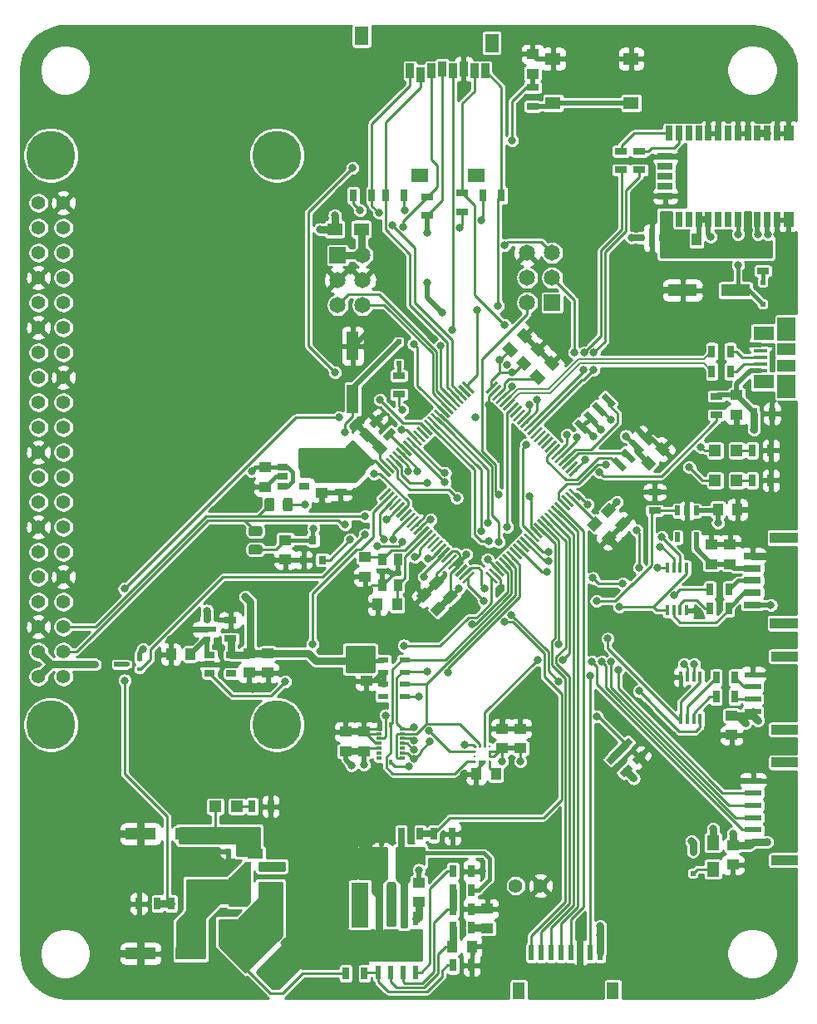
<source format=gbr>
G04 #@! TF.GenerationSoftware,KiCad,Pcbnew,(5.1.5)-3*
G04 #@! TF.CreationDate,2020-10-24T15:22:03-04:00*
G04 #@! TF.ProjectId,flight_computer,666c6967-6874-45f6-936f-6d7075746572,rev?*
G04 #@! TF.SameCoordinates,Original*
G04 #@! TF.FileFunction,Copper,L1,Top*
G04 #@! TF.FilePolarity,Positive*
%FSLAX46Y46*%
G04 Gerber Fmt 4.6, Leading zero omitted, Abs format (unit mm)*
G04 Created by KiCad (PCBNEW (5.1.5)-3) date 2020-10-24 15:22:03*
%MOMM*%
%LPD*%
G04 APERTURE LIST*
%ADD10R,1.803400X0.660400*%
%ADD11R,2.879999X1.092200*%
%ADD12R,0.580000X0.350000*%
%ADD13R,0.350000X0.580000*%
%ADD14C,0.100000*%
%ADD15R,1.250000X1.000000*%
%ADD16R,1.300000X0.700000*%
%ADD17R,1.500000X0.700000*%
%ADD18R,0.700000X1.500000*%
%ADD19R,1.000000X1.500000*%
%ADD20R,2.997200X1.219200*%
%ADD21C,5.000000*%
%ADD22C,1.397000*%
%ADD23R,0.400000X0.500000*%
%ADD24R,1.600000X1.000000*%
%ADD25R,4.900001X2.949999*%
%ADD26R,0.599999X1.450000*%
%ADD27R,0.800000X0.900000*%
%ADD28R,1.380000X0.450000*%
%ADD29R,2.100000X1.475000*%
%ADD30R,1.900000X2.375000*%
%ADD31R,1.900000X1.175000*%
%ADD32R,1.219200X2.997200*%
%ADD33R,1.800000X4.600000*%
%ADD34R,1.000000X1.250000*%
%ADD35R,3.098800X1.219200*%
%ADD36R,0.500000X0.500000*%
%ADD37R,0.600000X0.500000*%
%ADD38R,2.030000X2.650000*%
%ADD39R,1.300000X1.500000*%
%ADD40R,1.500000X1.300000*%
%ADD41R,0.800000X0.600000*%
%ADD42R,1.900000X0.600000*%
%ADD43R,0.600000X0.800000*%
%ADD44R,0.600000X1.900000*%
%ADD45R,1.200000X1.800000*%
%ADD46R,0.600000X1.550000*%
%ADD47R,1.700000X0.600000*%
%ADD48R,2.700000X1.000000*%
%ADD49R,1.651000X1.651000*%
%ADD50C,1.651000*%
%ADD51R,0.700000X1.300000*%
%ADD52R,0.400000X1.100000*%
%ADD53R,0.500000X1.005599*%
%ADD54R,1.060000X0.650000*%
%ADD55R,0.275000X0.250000*%
%ADD56R,1.092200X0.609600*%
%ADD57R,0.838200X1.295400*%
%ADD58R,0.508000X0.355600*%
%ADD59R,0.812800X1.498600*%
%ADD60R,1.397000X1.905000*%
%ADD61R,1.803400X1.397000*%
%ADD62R,1.200000X1.200000*%
%ADD63R,1.549400X1.295400*%
%ADD64C,0.800000*%
%ADD65C,0.254000*%
%ADD66C,0.762000*%
%ADD67C,0.635000*%
%ADD68C,0.508000*%
%ADD69C,0.381000*%
%ADD70C,0.200000*%
G04 APERTURE END LIST*
D10*
X154524202Y-114949600D03*
X154524202Y-116199600D03*
X154524202Y-117449600D03*
X154524202Y-118699600D03*
X154524202Y-119949600D03*
D11*
X157724203Y-121799601D03*
X157724203Y-113099599D03*
D12*
X116497880Y-132543420D03*
X116497880Y-133043420D03*
X116497880Y-133543420D03*
X116497880Y-134043420D03*
X116497880Y-134543420D03*
X116497880Y-135043420D03*
X116497880Y-135543420D03*
D13*
X117657880Y-135953420D03*
D12*
X118817880Y-135543420D03*
X118817880Y-135043420D03*
X118817880Y-134543420D03*
X118817880Y-134043420D03*
X118817880Y-133543420D03*
X118817880Y-133043420D03*
X118817880Y-132543420D03*
D13*
X117657880Y-132133420D03*
G04 #@! TA.AperFunction,SMDPad,CuDef*
D14*
G36*
X140924642Y-134350881D02*
G01*
X141843881Y-133431642D01*
X142338856Y-133926617D01*
X141419617Y-134845856D01*
X140924642Y-134350881D01*
G37*
G04 #@! TD.AperFunction*
G04 #@! TA.AperFunction,SMDPad,CuDef*
G36*
X142268144Y-135694383D02*
G01*
X143187383Y-134775144D01*
X143682358Y-135270119D01*
X142763119Y-136189358D01*
X142268144Y-135694383D01*
G37*
G04 #@! TD.AperFunction*
D15*
X113093500Y-132858000D03*
X113093500Y-134858000D03*
D16*
X112585500Y-106555500D03*
X112585500Y-108455500D03*
D17*
X145640840Y-76278020D03*
X145640840Y-75278020D03*
X145640840Y-77278020D03*
X145640840Y-78278020D03*
X145640840Y-74278020D03*
D18*
X146040840Y-80678020D03*
X147040840Y-80678020D03*
X148040840Y-80678020D03*
X149040840Y-80678020D03*
X150040840Y-80678020D03*
X151040840Y-80678020D03*
X152040840Y-80678020D03*
X153040840Y-80678020D03*
X154040840Y-80678020D03*
X155040840Y-80678020D03*
X156040840Y-80678020D03*
X157040840Y-80678020D03*
X146040840Y-71878020D03*
X147040840Y-71878020D03*
X148040840Y-71878020D03*
X149040840Y-71878020D03*
X150040840Y-71878020D03*
X151040840Y-71878020D03*
X152040840Y-71878020D03*
X153040840Y-71878020D03*
X154040840Y-71878020D03*
X155040840Y-71878020D03*
X156040840Y-71878020D03*
X157040840Y-71878020D03*
D19*
X158190840Y-71878020D03*
X158190840Y-80678020D03*
D20*
X152819100Y-87884000D03*
X147408900Y-87884000D03*
G04 #@! TA.AperFunction,SMDPad,CuDef*
D14*
G36*
X128386487Y-117765759D02*
G01*
X127283401Y-116662673D01*
X127481391Y-116464683D01*
X128584477Y-117567769D01*
X128386487Y-117765759D01*
G37*
G04 #@! TD.AperFunction*
G04 #@! TA.AperFunction,SMDPad,CuDef*
G36*
X128740041Y-117412205D02*
G01*
X127636955Y-116309119D01*
X127834945Y-116111129D01*
X128938031Y-117214215D01*
X128740041Y-117412205D01*
G37*
G04 #@! TD.AperFunction*
G04 #@! TA.AperFunction,SMDPad,CuDef*
G36*
X129093594Y-117058652D02*
G01*
X127990508Y-115955566D01*
X128188498Y-115757576D01*
X129291584Y-116860662D01*
X129093594Y-117058652D01*
G37*
G04 #@! TD.AperFunction*
G04 #@! TA.AperFunction,SMDPad,CuDef*
G36*
X129447148Y-116705099D02*
G01*
X128344062Y-115602013D01*
X128542052Y-115404023D01*
X129645138Y-116507109D01*
X129447148Y-116705099D01*
G37*
G04 #@! TD.AperFunction*
G04 #@! TA.AperFunction,SMDPad,CuDef*
G36*
X129800701Y-116351545D02*
G01*
X128697615Y-115248459D01*
X128895605Y-115050469D01*
X129998691Y-116153555D01*
X129800701Y-116351545D01*
G37*
G04 #@! TD.AperFunction*
G04 #@! TA.AperFunction,SMDPad,CuDef*
G36*
X130154254Y-115997992D02*
G01*
X129051168Y-114894906D01*
X129249158Y-114696916D01*
X130352244Y-115800002D01*
X130154254Y-115997992D01*
G37*
G04 #@! TD.AperFunction*
G04 #@! TA.AperFunction,SMDPad,CuDef*
G36*
X130507808Y-115644438D02*
G01*
X129404722Y-114541352D01*
X129602712Y-114343362D01*
X130705798Y-115446448D01*
X130507808Y-115644438D01*
G37*
G04 #@! TD.AperFunction*
G04 #@! TA.AperFunction,SMDPad,CuDef*
G36*
X130861361Y-115290885D02*
G01*
X129758275Y-114187799D01*
X129956265Y-113989809D01*
X131059351Y-115092895D01*
X130861361Y-115290885D01*
G37*
G04 #@! TD.AperFunction*
G04 #@! TA.AperFunction,SMDPad,CuDef*
G36*
X131214915Y-114937332D02*
G01*
X130111829Y-113834246D01*
X130309819Y-113636256D01*
X131412905Y-114739342D01*
X131214915Y-114937332D01*
G37*
G04 #@! TD.AperFunction*
G04 #@! TA.AperFunction,SMDPad,CuDef*
G36*
X131568468Y-114583778D02*
G01*
X130465382Y-113480692D01*
X130663372Y-113282702D01*
X131766458Y-114385788D01*
X131568468Y-114583778D01*
G37*
G04 #@! TD.AperFunction*
G04 #@! TA.AperFunction,SMDPad,CuDef*
G36*
X131922021Y-114230225D02*
G01*
X130818935Y-113127139D01*
X131016925Y-112929149D01*
X132120011Y-114032235D01*
X131922021Y-114230225D01*
G37*
G04 #@! TD.AperFunction*
G04 #@! TA.AperFunction,SMDPad,CuDef*
G36*
X132275575Y-113876671D02*
G01*
X131172489Y-112773585D01*
X131370479Y-112575595D01*
X132473565Y-113678681D01*
X132275575Y-113876671D01*
G37*
G04 #@! TD.AperFunction*
G04 #@! TA.AperFunction,SMDPad,CuDef*
G36*
X132629128Y-113523118D02*
G01*
X131526042Y-112420032D01*
X131724032Y-112222042D01*
X132827118Y-113325128D01*
X132629128Y-113523118D01*
G37*
G04 #@! TD.AperFunction*
G04 #@! TA.AperFunction,SMDPad,CuDef*
G36*
X132982681Y-113169565D02*
G01*
X131879595Y-112066479D01*
X132077585Y-111868489D01*
X133180671Y-112971575D01*
X132982681Y-113169565D01*
G37*
G04 #@! TD.AperFunction*
G04 #@! TA.AperFunction,SMDPad,CuDef*
G36*
X133336235Y-112816011D02*
G01*
X132233149Y-111712925D01*
X132431139Y-111514935D01*
X133534225Y-112618021D01*
X133336235Y-112816011D01*
G37*
G04 #@! TD.AperFunction*
G04 #@! TA.AperFunction,SMDPad,CuDef*
G36*
X133689788Y-112462458D02*
G01*
X132586702Y-111359372D01*
X132784692Y-111161382D01*
X133887778Y-112264468D01*
X133689788Y-112462458D01*
G37*
G04 #@! TD.AperFunction*
G04 #@! TA.AperFunction,SMDPad,CuDef*
G36*
X134043342Y-112108905D02*
G01*
X132940256Y-111005819D01*
X133138246Y-110807829D01*
X134241332Y-111910915D01*
X134043342Y-112108905D01*
G37*
G04 #@! TD.AperFunction*
G04 #@! TA.AperFunction,SMDPad,CuDef*
G36*
X134396895Y-111755351D02*
G01*
X133293809Y-110652265D01*
X133491799Y-110454275D01*
X134594885Y-111557361D01*
X134396895Y-111755351D01*
G37*
G04 #@! TD.AperFunction*
G04 #@! TA.AperFunction,SMDPad,CuDef*
G36*
X134750448Y-111401798D02*
G01*
X133647362Y-110298712D01*
X133845352Y-110100722D01*
X134948438Y-111203808D01*
X134750448Y-111401798D01*
G37*
G04 #@! TD.AperFunction*
G04 #@! TA.AperFunction,SMDPad,CuDef*
G36*
X135104002Y-111048244D02*
G01*
X134000916Y-109945158D01*
X134198906Y-109747168D01*
X135301992Y-110850254D01*
X135104002Y-111048244D01*
G37*
G04 #@! TD.AperFunction*
G04 #@! TA.AperFunction,SMDPad,CuDef*
G36*
X135457555Y-110694691D02*
G01*
X134354469Y-109591605D01*
X134552459Y-109393615D01*
X135655545Y-110496701D01*
X135457555Y-110694691D01*
G37*
G04 #@! TD.AperFunction*
G04 #@! TA.AperFunction,SMDPad,CuDef*
G36*
X135811109Y-110341138D02*
G01*
X134708023Y-109238052D01*
X134906013Y-109040062D01*
X136009099Y-110143148D01*
X135811109Y-110341138D01*
G37*
G04 #@! TD.AperFunction*
G04 #@! TA.AperFunction,SMDPad,CuDef*
G36*
X136164662Y-109987584D02*
G01*
X135061576Y-108884498D01*
X135259566Y-108686508D01*
X136362652Y-109789594D01*
X136164662Y-109987584D01*
G37*
G04 #@! TD.AperFunction*
G04 #@! TA.AperFunction,SMDPad,CuDef*
G36*
X136518215Y-109634031D02*
G01*
X135415129Y-108530945D01*
X135613119Y-108332955D01*
X136716205Y-109436041D01*
X136518215Y-109634031D01*
G37*
G04 #@! TD.AperFunction*
G04 #@! TA.AperFunction,SMDPad,CuDef*
G36*
X136871769Y-109280477D02*
G01*
X135768683Y-108177391D01*
X135966673Y-107979401D01*
X137069759Y-109082487D01*
X136871769Y-109280477D01*
G37*
G04 #@! TD.AperFunction*
G04 #@! TA.AperFunction,SMDPad,CuDef*
G36*
X126010609Y-98419317D02*
G01*
X124907523Y-97316231D01*
X125105513Y-97118241D01*
X126208599Y-98221327D01*
X126010609Y-98419317D01*
G37*
G04 #@! TD.AperFunction*
G04 #@! TA.AperFunction,SMDPad,CuDef*
G36*
X125657055Y-98772871D02*
G01*
X124553969Y-97669785D01*
X124751959Y-97471795D01*
X125855045Y-98574881D01*
X125657055Y-98772871D01*
G37*
G04 #@! TD.AperFunction*
G04 #@! TA.AperFunction,SMDPad,CuDef*
G36*
X125303502Y-99126424D02*
G01*
X124200416Y-98023338D01*
X124398406Y-97825348D01*
X125501492Y-98928434D01*
X125303502Y-99126424D01*
G37*
G04 #@! TD.AperFunction*
G04 #@! TA.AperFunction,SMDPad,CuDef*
G36*
X124949948Y-99479977D02*
G01*
X123846862Y-98376891D01*
X124044852Y-98178901D01*
X125147938Y-99281987D01*
X124949948Y-99479977D01*
G37*
G04 #@! TD.AperFunction*
G04 #@! TA.AperFunction,SMDPad,CuDef*
G36*
X124596395Y-99833531D02*
G01*
X123493309Y-98730445D01*
X123691299Y-98532455D01*
X124794385Y-99635541D01*
X124596395Y-99833531D01*
G37*
G04 #@! TD.AperFunction*
G04 #@! TA.AperFunction,SMDPad,CuDef*
G36*
X124242842Y-100187084D02*
G01*
X123139756Y-99083998D01*
X123337746Y-98886008D01*
X124440832Y-99989094D01*
X124242842Y-100187084D01*
G37*
G04 #@! TD.AperFunction*
G04 #@! TA.AperFunction,SMDPad,CuDef*
G36*
X123889288Y-100540638D02*
G01*
X122786202Y-99437552D01*
X122984192Y-99239562D01*
X124087278Y-100342648D01*
X123889288Y-100540638D01*
G37*
G04 #@! TD.AperFunction*
G04 #@! TA.AperFunction,SMDPad,CuDef*
G36*
X123535735Y-100894191D02*
G01*
X122432649Y-99791105D01*
X122630639Y-99593115D01*
X123733725Y-100696201D01*
X123535735Y-100894191D01*
G37*
G04 #@! TD.AperFunction*
G04 #@! TA.AperFunction,SMDPad,CuDef*
G36*
X123182181Y-101247744D02*
G01*
X122079095Y-100144658D01*
X122277085Y-99946668D01*
X123380171Y-101049754D01*
X123182181Y-101247744D01*
G37*
G04 #@! TD.AperFunction*
G04 #@! TA.AperFunction,SMDPad,CuDef*
G36*
X122828628Y-101601298D02*
G01*
X121725542Y-100498212D01*
X121923532Y-100300222D01*
X123026618Y-101403308D01*
X122828628Y-101601298D01*
G37*
G04 #@! TD.AperFunction*
G04 #@! TA.AperFunction,SMDPad,CuDef*
G36*
X122475075Y-101954851D02*
G01*
X121371989Y-100851765D01*
X121569979Y-100653775D01*
X122673065Y-101756861D01*
X122475075Y-101954851D01*
G37*
G04 #@! TD.AperFunction*
G04 #@! TA.AperFunction,SMDPad,CuDef*
G36*
X122121521Y-102308405D02*
G01*
X121018435Y-101205319D01*
X121216425Y-101007329D01*
X122319511Y-102110415D01*
X122121521Y-102308405D01*
G37*
G04 #@! TD.AperFunction*
G04 #@! TA.AperFunction,SMDPad,CuDef*
G36*
X121767968Y-102661958D02*
G01*
X120664882Y-101558872D01*
X120862872Y-101360882D01*
X121965958Y-102463968D01*
X121767968Y-102661958D01*
G37*
G04 #@! TD.AperFunction*
G04 #@! TA.AperFunction,SMDPad,CuDef*
G36*
X121414415Y-103015511D02*
G01*
X120311329Y-101912425D01*
X120509319Y-101714435D01*
X121612405Y-102817521D01*
X121414415Y-103015511D01*
G37*
G04 #@! TD.AperFunction*
G04 #@! TA.AperFunction,SMDPad,CuDef*
G36*
X121060861Y-103369065D02*
G01*
X119957775Y-102265979D01*
X120155765Y-102067989D01*
X121258851Y-103171075D01*
X121060861Y-103369065D01*
G37*
G04 #@! TD.AperFunction*
G04 #@! TA.AperFunction,SMDPad,CuDef*
G36*
X120707308Y-103722618D02*
G01*
X119604222Y-102619532D01*
X119802212Y-102421542D01*
X120905298Y-103524628D01*
X120707308Y-103722618D01*
G37*
G04 #@! TD.AperFunction*
G04 #@! TA.AperFunction,SMDPad,CuDef*
G36*
X120353754Y-104076171D02*
G01*
X119250668Y-102973085D01*
X119448658Y-102775095D01*
X120551744Y-103878181D01*
X120353754Y-104076171D01*
G37*
G04 #@! TD.AperFunction*
G04 #@! TA.AperFunction,SMDPad,CuDef*
G36*
X120000201Y-104429725D02*
G01*
X118897115Y-103326639D01*
X119095105Y-103128649D01*
X120198191Y-104231735D01*
X120000201Y-104429725D01*
G37*
G04 #@! TD.AperFunction*
G04 #@! TA.AperFunction,SMDPad,CuDef*
G36*
X119646648Y-104783278D02*
G01*
X118543562Y-103680192D01*
X118741552Y-103482202D01*
X119844638Y-104585288D01*
X119646648Y-104783278D01*
G37*
G04 #@! TD.AperFunction*
G04 #@! TA.AperFunction,SMDPad,CuDef*
G36*
X119293094Y-105136832D02*
G01*
X118190008Y-104033746D01*
X118387998Y-103835756D01*
X119491084Y-104938842D01*
X119293094Y-105136832D01*
G37*
G04 #@! TD.AperFunction*
G04 #@! TA.AperFunction,SMDPad,CuDef*
G36*
X118939541Y-105490385D02*
G01*
X117836455Y-104387299D01*
X118034445Y-104189309D01*
X119137531Y-105292395D01*
X118939541Y-105490385D01*
G37*
G04 #@! TD.AperFunction*
G04 #@! TA.AperFunction,SMDPad,CuDef*
G36*
X118585987Y-105843938D02*
G01*
X117482901Y-104740852D01*
X117680891Y-104542862D01*
X118783977Y-105645948D01*
X118585987Y-105843938D01*
G37*
G04 #@! TD.AperFunction*
G04 #@! TA.AperFunction,SMDPad,CuDef*
G36*
X118232434Y-106197492D02*
G01*
X117129348Y-105094406D01*
X117327338Y-104896416D01*
X118430424Y-105999502D01*
X118232434Y-106197492D01*
G37*
G04 #@! TD.AperFunction*
G04 #@! TA.AperFunction,SMDPad,CuDef*
G36*
X117878881Y-106551045D02*
G01*
X116775795Y-105447959D01*
X116973785Y-105249969D01*
X118076871Y-106353055D01*
X117878881Y-106551045D01*
G37*
G04 #@! TD.AperFunction*
G04 #@! TA.AperFunction,SMDPad,CuDef*
G36*
X117525327Y-106904599D02*
G01*
X116422241Y-105801513D01*
X116620231Y-105603523D01*
X117723317Y-106706609D01*
X117525327Y-106904599D01*
G37*
G04 #@! TD.AperFunction*
G04 #@! TA.AperFunction,SMDPad,CuDef*
G36*
X116620231Y-109280477D02*
G01*
X116422241Y-109082487D01*
X117525327Y-107979401D01*
X117723317Y-108177391D01*
X116620231Y-109280477D01*
G37*
G04 #@! TD.AperFunction*
G04 #@! TA.AperFunction,SMDPad,CuDef*
G36*
X116973785Y-109634031D02*
G01*
X116775795Y-109436041D01*
X117878881Y-108332955D01*
X118076871Y-108530945D01*
X116973785Y-109634031D01*
G37*
G04 #@! TD.AperFunction*
G04 #@! TA.AperFunction,SMDPad,CuDef*
G36*
X117327338Y-109987584D02*
G01*
X117129348Y-109789594D01*
X118232434Y-108686508D01*
X118430424Y-108884498D01*
X117327338Y-109987584D01*
G37*
G04 #@! TD.AperFunction*
G04 #@! TA.AperFunction,SMDPad,CuDef*
G36*
X117680891Y-110341138D02*
G01*
X117482901Y-110143148D01*
X118585987Y-109040062D01*
X118783977Y-109238052D01*
X117680891Y-110341138D01*
G37*
G04 #@! TD.AperFunction*
G04 #@! TA.AperFunction,SMDPad,CuDef*
G36*
X118034445Y-110694691D02*
G01*
X117836455Y-110496701D01*
X118939541Y-109393615D01*
X119137531Y-109591605D01*
X118034445Y-110694691D01*
G37*
G04 #@! TD.AperFunction*
G04 #@! TA.AperFunction,SMDPad,CuDef*
G36*
X118387998Y-111048244D02*
G01*
X118190008Y-110850254D01*
X119293094Y-109747168D01*
X119491084Y-109945158D01*
X118387998Y-111048244D01*
G37*
G04 #@! TD.AperFunction*
G04 #@! TA.AperFunction,SMDPad,CuDef*
G36*
X118741552Y-111401798D02*
G01*
X118543562Y-111203808D01*
X119646648Y-110100722D01*
X119844638Y-110298712D01*
X118741552Y-111401798D01*
G37*
G04 #@! TD.AperFunction*
G04 #@! TA.AperFunction,SMDPad,CuDef*
G36*
X119095105Y-111755351D02*
G01*
X118897115Y-111557361D01*
X120000201Y-110454275D01*
X120198191Y-110652265D01*
X119095105Y-111755351D01*
G37*
G04 #@! TD.AperFunction*
G04 #@! TA.AperFunction,SMDPad,CuDef*
G36*
X119448658Y-112108905D02*
G01*
X119250668Y-111910915D01*
X120353754Y-110807829D01*
X120551744Y-111005819D01*
X119448658Y-112108905D01*
G37*
G04 #@! TD.AperFunction*
G04 #@! TA.AperFunction,SMDPad,CuDef*
G36*
X119802212Y-112462458D02*
G01*
X119604222Y-112264468D01*
X120707308Y-111161382D01*
X120905298Y-111359372D01*
X119802212Y-112462458D01*
G37*
G04 #@! TD.AperFunction*
G04 #@! TA.AperFunction,SMDPad,CuDef*
G36*
X120155765Y-112816011D02*
G01*
X119957775Y-112618021D01*
X121060861Y-111514935D01*
X121258851Y-111712925D01*
X120155765Y-112816011D01*
G37*
G04 #@! TD.AperFunction*
G04 #@! TA.AperFunction,SMDPad,CuDef*
G36*
X120509319Y-113169565D02*
G01*
X120311329Y-112971575D01*
X121414415Y-111868489D01*
X121612405Y-112066479D01*
X120509319Y-113169565D01*
G37*
G04 #@! TD.AperFunction*
G04 #@! TA.AperFunction,SMDPad,CuDef*
G36*
X120862872Y-113523118D02*
G01*
X120664882Y-113325128D01*
X121767968Y-112222042D01*
X121965958Y-112420032D01*
X120862872Y-113523118D01*
G37*
G04 #@! TD.AperFunction*
G04 #@! TA.AperFunction,SMDPad,CuDef*
G36*
X121216425Y-113876671D02*
G01*
X121018435Y-113678681D01*
X122121521Y-112575595D01*
X122319511Y-112773585D01*
X121216425Y-113876671D01*
G37*
G04 #@! TD.AperFunction*
G04 #@! TA.AperFunction,SMDPad,CuDef*
G36*
X121569979Y-114230225D02*
G01*
X121371989Y-114032235D01*
X122475075Y-112929149D01*
X122673065Y-113127139D01*
X121569979Y-114230225D01*
G37*
G04 #@! TD.AperFunction*
G04 #@! TA.AperFunction,SMDPad,CuDef*
G36*
X121923532Y-114583778D02*
G01*
X121725542Y-114385788D01*
X122828628Y-113282702D01*
X123026618Y-113480692D01*
X121923532Y-114583778D01*
G37*
G04 #@! TD.AperFunction*
G04 #@! TA.AperFunction,SMDPad,CuDef*
G36*
X122277085Y-114937332D02*
G01*
X122079095Y-114739342D01*
X123182181Y-113636256D01*
X123380171Y-113834246D01*
X122277085Y-114937332D01*
G37*
G04 #@! TD.AperFunction*
G04 #@! TA.AperFunction,SMDPad,CuDef*
G36*
X122630639Y-115290885D02*
G01*
X122432649Y-115092895D01*
X123535735Y-113989809D01*
X123733725Y-114187799D01*
X122630639Y-115290885D01*
G37*
G04 #@! TD.AperFunction*
G04 #@! TA.AperFunction,SMDPad,CuDef*
G36*
X122984192Y-115644438D02*
G01*
X122786202Y-115446448D01*
X123889288Y-114343362D01*
X124087278Y-114541352D01*
X122984192Y-115644438D01*
G37*
G04 #@! TD.AperFunction*
G04 #@! TA.AperFunction,SMDPad,CuDef*
G36*
X123337746Y-115997992D02*
G01*
X123139756Y-115800002D01*
X124242842Y-114696916D01*
X124440832Y-114894906D01*
X123337746Y-115997992D01*
G37*
G04 #@! TD.AperFunction*
G04 #@! TA.AperFunction,SMDPad,CuDef*
G36*
X123691299Y-116351545D02*
G01*
X123493309Y-116153555D01*
X124596395Y-115050469D01*
X124794385Y-115248459D01*
X123691299Y-116351545D01*
G37*
G04 #@! TD.AperFunction*
G04 #@! TA.AperFunction,SMDPad,CuDef*
G36*
X124044852Y-116705099D02*
G01*
X123846862Y-116507109D01*
X124949948Y-115404023D01*
X125147938Y-115602013D01*
X124044852Y-116705099D01*
G37*
G04 #@! TD.AperFunction*
G04 #@! TA.AperFunction,SMDPad,CuDef*
G36*
X124398406Y-117058652D02*
G01*
X124200416Y-116860662D01*
X125303502Y-115757576D01*
X125501492Y-115955566D01*
X124398406Y-117058652D01*
G37*
G04 #@! TD.AperFunction*
G04 #@! TA.AperFunction,SMDPad,CuDef*
G36*
X124751959Y-117412205D02*
G01*
X124553969Y-117214215D01*
X125657055Y-116111129D01*
X125855045Y-116309119D01*
X124751959Y-117412205D01*
G37*
G04 #@! TD.AperFunction*
G04 #@! TA.AperFunction,SMDPad,CuDef*
G36*
X125105513Y-117765759D02*
G01*
X124907523Y-117567769D01*
X126010609Y-116464683D01*
X126208599Y-116662673D01*
X125105513Y-117765759D01*
G37*
G04 #@! TD.AperFunction*
G04 #@! TA.AperFunction,SMDPad,CuDef*
G36*
X135966673Y-106904599D02*
G01*
X135768683Y-106706609D01*
X136871769Y-105603523D01*
X137069759Y-105801513D01*
X135966673Y-106904599D01*
G37*
G04 #@! TD.AperFunction*
G04 #@! TA.AperFunction,SMDPad,CuDef*
G36*
X135613119Y-106551045D02*
G01*
X135415129Y-106353055D01*
X136518215Y-105249969D01*
X136716205Y-105447959D01*
X135613119Y-106551045D01*
G37*
G04 #@! TD.AperFunction*
G04 #@! TA.AperFunction,SMDPad,CuDef*
G36*
X135259566Y-106197492D02*
G01*
X135061576Y-105999502D01*
X136164662Y-104896416D01*
X136362652Y-105094406D01*
X135259566Y-106197492D01*
G37*
G04 #@! TD.AperFunction*
G04 #@! TA.AperFunction,SMDPad,CuDef*
G36*
X134906013Y-105843938D02*
G01*
X134708023Y-105645948D01*
X135811109Y-104542862D01*
X136009099Y-104740852D01*
X134906013Y-105843938D01*
G37*
G04 #@! TD.AperFunction*
G04 #@! TA.AperFunction,SMDPad,CuDef*
G36*
X134552459Y-105490385D02*
G01*
X134354469Y-105292395D01*
X135457555Y-104189309D01*
X135655545Y-104387299D01*
X134552459Y-105490385D01*
G37*
G04 #@! TD.AperFunction*
G04 #@! TA.AperFunction,SMDPad,CuDef*
G36*
X134198906Y-105136832D02*
G01*
X134000916Y-104938842D01*
X135104002Y-103835756D01*
X135301992Y-104033746D01*
X134198906Y-105136832D01*
G37*
G04 #@! TD.AperFunction*
G04 #@! TA.AperFunction,SMDPad,CuDef*
G36*
X133845352Y-104783278D02*
G01*
X133647362Y-104585288D01*
X134750448Y-103482202D01*
X134948438Y-103680192D01*
X133845352Y-104783278D01*
G37*
G04 #@! TD.AperFunction*
G04 #@! TA.AperFunction,SMDPad,CuDef*
G36*
X133491799Y-104429725D02*
G01*
X133293809Y-104231735D01*
X134396895Y-103128649D01*
X134594885Y-103326639D01*
X133491799Y-104429725D01*
G37*
G04 #@! TD.AperFunction*
G04 #@! TA.AperFunction,SMDPad,CuDef*
G36*
X133138246Y-104076171D02*
G01*
X132940256Y-103878181D01*
X134043342Y-102775095D01*
X134241332Y-102973085D01*
X133138246Y-104076171D01*
G37*
G04 #@! TD.AperFunction*
G04 #@! TA.AperFunction,SMDPad,CuDef*
G36*
X132784692Y-103722618D02*
G01*
X132586702Y-103524628D01*
X133689788Y-102421542D01*
X133887778Y-102619532D01*
X132784692Y-103722618D01*
G37*
G04 #@! TD.AperFunction*
G04 #@! TA.AperFunction,SMDPad,CuDef*
G36*
X132431139Y-103369065D02*
G01*
X132233149Y-103171075D01*
X133336235Y-102067989D01*
X133534225Y-102265979D01*
X132431139Y-103369065D01*
G37*
G04 #@! TD.AperFunction*
G04 #@! TA.AperFunction,SMDPad,CuDef*
G36*
X132077585Y-103015511D02*
G01*
X131879595Y-102817521D01*
X132982681Y-101714435D01*
X133180671Y-101912425D01*
X132077585Y-103015511D01*
G37*
G04 #@! TD.AperFunction*
G04 #@! TA.AperFunction,SMDPad,CuDef*
G36*
X131724032Y-102661958D02*
G01*
X131526042Y-102463968D01*
X132629128Y-101360882D01*
X132827118Y-101558872D01*
X131724032Y-102661958D01*
G37*
G04 #@! TD.AperFunction*
G04 #@! TA.AperFunction,SMDPad,CuDef*
G36*
X131370479Y-102308405D02*
G01*
X131172489Y-102110415D01*
X132275575Y-101007329D01*
X132473565Y-101205319D01*
X131370479Y-102308405D01*
G37*
G04 #@! TD.AperFunction*
G04 #@! TA.AperFunction,SMDPad,CuDef*
G36*
X131016925Y-101954851D02*
G01*
X130818935Y-101756861D01*
X131922021Y-100653775D01*
X132120011Y-100851765D01*
X131016925Y-101954851D01*
G37*
G04 #@! TD.AperFunction*
G04 #@! TA.AperFunction,SMDPad,CuDef*
G36*
X130663372Y-101601298D02*
G01*
X130465382Y-101403308D01*
X131568468Y-100300222D01*
X131766458Y-100498212D01*
X130663372Y-101601298D01*
G37*
G04 #@! TD.AperFunction*
G04 #@! TA.AperFunction,SMDPad,CuDef*
G36*
X130309819Y-101247744D02*
G01*
X130111829Y-101049754D01*
X131214915Y-99946668D01*
X131412905Y-100144658D01*
X130309819Y-101247744D01*
G37*
G04 #@! TD.AperFunction*
G04 #@! TA.AperFunction,SMDPad,CuDef*
G36*
X129956265Y-100894191D02*
G01*
X129758275Y-100696201D01*
X130861361Y-99593115D01*
X131059351Y-99791105D01*
X129956265Y-100894191D01*
G37*
G04 #@! TD.AperFunction*
G04 #@! TA.AperFunction,SMDPad,CuDef*
G36*
X129602712Y-100540638D02*
G01*
X129404722Y-100342648D01*
X130507808Y-99239562D01*
X130705798Y-99437552D01*
X129602712Y-100540638D01*
G37*
G04 #@! TD.AperFunction*
G04 #@! TA.AperFunction,SMDPad,CuDef*
G36*
X129249158Y-100187084D02*
G01*
X129051168Y-99989094D01*
X130154254Y-98886008D01*
X130352244Y-99083998D01*
X129249158Y-100187084D01*
G37*
G04 #@! TD.AperFunction*
G04 #@! TA.AperFunction,SMDPad,CuDef*
G36*
X128895605Y-99833531D02*
G01*
X128697615Y-99635541D01*
X129800701Y-98532455D01*
X129998691Y-98730445D01*
X128895605Y-99833531D01*
G37*
G04 #@! TD.AperFunction*
G04 #@! TA.AperFunction,SMDPad,CuDef*
G36*
X128542052Y-99479977D02*
G01*
X128344062Y-99281987D01*
X129447148Y-98178901D01*
X129645138Y-98376891D01*
X128542052Y-99479977D01*
G37*
G04 #@! TD.AperFunction*
G04 #@! TA.AperFunction,SMDPad,CuDef*
G36*
X128188498Y-99126424D02*
G01*
X127990508Y-98928434D01*
X129093594Y-97825348D01*
X129291584Y-98023338D01*
X128188498Y-99126424D01*
G37*
G04 #@! TD.AperFunction*
G04 #@! TA.AperFunction,SMDPad,CuDef*
G36*
X127834945Y-98772871D02*
G01*
X127636955Y-98574881D01*
X128740041Y-97471795D01*
X128938031Y-97669785D01*
X127834945Y-98772871D01*
G37*
G04 #@! TD.AperFunction*
G04 #@! TA.AperFunction,SMDPad,CuDef*
G36*
X127481391Y-98419317D02*
G01*
X127283401Y-98221327D01*
X128386487Y-97118241D01*
X128584477Y-97316231D01*
X127481391Y-98419317D01*
G37*
G04 #@! TD.AperFunction*
D21*
X106058000Y-74124000D03*
X106058000Y-132124000D03*
X83058000Y-74124000D03*
X83058000Y-132124000D03*
D22*
X84328000Y-78994000D03*
X81788000Y-78994000D03*
X84328000Y-81534000D03*
X81788000Y-81534000D03*
X84328000Y-84074000D03*
X81788000Y-84074000D03*
X84328000Y-86614000D03*
X81788000Y-86614000D03*
X84328000Y-89154000D03*
X81788000Y-89154000D03*
X84328000Y-91694000D03*
X81788000Y-91694000D03*
X84328000Y-94234000D03*
X81788000Y-94234000D03*
X84328000Y-96774000D03*
X81788000Y-96774000D03*
X84328000Y-99314000D03*
X81788000Y-99314000D03*
X84328000Y-101854000D03*
X81788000Y-101854000D03*
X84328000Y-104394000D03*
X81788000Y-104394000D03*
X84328000Y-106934000D03*
X81788000Y-106934000D03*
X84328000Y-109474000D03*
X81788000Y-109474000D03*
X84328000Y-112014000D03*
X81788000Y-112014000D03*
X84328000Y-114554000D03*
X81788000Y-114554000D03*
X84328000Y-117094000D03*
X81788000Y-117094000D03*
X84328000Y-119634000D03*
X81788000Y-119634000D03*
X84328000Y-122174000D03*
X81788000Y-122174000D03*
X84328000Y-124714000D03*
X81788000Y-124714000D03*
X84328000Y-127254000D03*
X81788000Y-127254000D03*
D23*
X103886000Y-144729200D03*
X103236000Y-146342000D03*
X104536000Y-146342000D03*
D24*
X103886000Y-145288000D03*
D25*
X118341140Y-154625040D03*
D26*
X120246140Y-157350038D03*
X118976140Y-157350038D03*
X117706140Y-157350038D03*
X116436140Y-157350038D03*
X116436140Y-151900039D03*
X117706140Y-151900039D03*
X118976140Y-151900039D03*
X120246140Y-151900039D03*
D27*
X108788000Y-115347000D03*
X110688000Y-115347000D03*
X109738000Y-113347000D03*
G04 #@! TA.AperFunction,SMDPad,CuDef*
D14*
G36*
X102709505Y-155790388D02*
G01*
X103593388Y-154906505D01*
X104300495Y-155613612D01*
X103416612Y-156497495D01*
X102709505Y-155790388D01*
G37*
G04 #@! TD.AperFunction*
G04 #@! TA.AperFunction,SMDPad,CuDef*
G36*
X104123719Y-157204602D02*
G01*
X105007602Y-156320719D01*
X105714709Y-157027826D01*
X104830826Y-157911709D01*
X104123719Y-157204602D01*
G37*
G04 #@! TD.AperFunction*
D28*
X155328000Y-96042000D03*
X155328000Y-95392000D03*
X155328000Y-94742000D03*
X155328000Y-94092000D03*
X155328000Y-93442000D03*
D29*
X155688000Y-97204500D03*
X155688000Y-92279500D03*
D30*
X157988000Y-97652000D03*
X157988000Y-91832000D03*
D31*
X157988000Y-95582000D03*
X157988000Y-93902000D03*
D32*
X113792000Y-98971100D03*
X113792000Y-93560900D03*
D33*
X105554000Y-150495000D03*
X114554000Y-150495000D03*
D15*
X152908000Y-98568000D03*
X152908000Y-100568000D03*
X115062000Y-115078000D03*
X115062000Y-117078000D03*
G04 #@! TA.AperFunction,SMDPad,CuDef*
D14*
G36*
X137689398Y-111776281D02*
G01*
X138573281Y-110892398D01*
X139280388Y-111599505D01*
X138396505Y-112483388D01*
X137689398Y-111776281D01*
G37*
G04 #@! TD.AperFunction*
G04 #@! TA.AperFunction,SMDPad,CuDef*
G36*
X139103612Y-113190495D02*
G01*
X139987495Y-112306612D01*
X140694602Y-113013719D01*
X139810719Y-113897602D01*
X139103612Y-113190495D01*
G37*
G04 #@! TD.AperFunction*
D34*
X116348000Y-119888000D03*
X118348000Y-119888000D03*
G04 #@! TA.AperFunction,SMDPad,CuDef*
D14*
G36*
X132731281Y-97514602D02*
G01*
X131847398Y-96630719D01*
X132554505Y-95923612D01*
X133438388Y-96807495D01*
X132731281Y-97514602D01*
G37*
G04 #@! TD.AperFunction*
G04 #@! TA.AperFunction,SMDPad,CuDef*
G36*
X134145495Y-96100388D02*
G01*
X133261612Y-95216505D01*
X133968719Y-94509398D01*
X134852602Y-95393281D01*
X134145495Y-96100388D01*
G37*
G04 #@! TD.AperFunction*
G04 #@! TA.AperFunction,SMDPad,CuDef*
G36*
X145271719Y-103272398D02*
G01*
X146155602Y-104156281D01*
X145448495Y-104863388D01*
X144564612Y-103979505D01*
X145271719Y-103272398D01*
G37*
G04 #@! TD.AperFunction*
G04 #@! TA.AperFunction,SMDPad,CuDef*
G36*
X143857505Y-104686612D02*
G01*
X144741388Y-105570495D01*
X144034281Y-106277602D01*
X143150398Y-105393719D01*
X143857505Y-104686612D01*
G37*
G04 #@! TD.AperFunction*
G04 #@! TA.AperFunction,SMDPad,CuDef*
G36*
X121560398Y-117745281D02*
G01*
X122444281Y-116861398D01*
X123151388Y-117568505D01*
X122267505Y-118452388D01*
X121560398Y-117745281D01*
G37*
G04 #@! TD.AperFunction*
G04 #@! TA.AperFunction,SMDPad,CuDef*
G36*
X122974612Y-119159495D02*
G01*
X123858495Y-118275612D01*
X124565602Y-118982719D01*
X123681719Y-119866602D01*
X122974612Y-119159495D01*
G37*
G04 #@! TD.AperFunction*
G04 #@! TA.AperFunction,SMDPad,CuDef*
G36*
X132571719Y-93112398D02*
G01*
X133455602Y-93996281D01*
X132748495Y-94703388D01*
X131864612Y-93819505D01*
X132571719Y-93112398D01*
G37*
G04 #@! TD.AperFunction*
G04 #@! TA.AperFunction,SMDPad,CuDef*
G36*
X131157505Y-94526612D02*
G01*
X132041388Y-95410495D01*
X131334281Y-96117602D01*
X130450398Y-95233719D01*
X131157505Y-94526612D01*
G37*
G04 #@! TD.AperFunction*
G04 #@! TA.AperFunction,SMDPad,CuDef*
G36*
X142091602Y-111616719D02*
G01*
X141207719Y-112500602D01*
X140500612Y-111793495D01*
X141384495Y-110909612D01*
X142091602Y-111616719D01*
G37*
G04 #@! TD.AperFunction*
G04 #@! TA.AperFunction,SMDPad,CuDef*
G36*
X140677388Y-110202505D02*
G01*
X139793505Y-111086388D01*
X139086398Y-110379281D01*
X139970281Y-109495398D01*
X140677388Y-110202505D01*
G37*
G04 #@! TD.AperFunction*
G04 #@! TA.AperFunction,SMDPad,CuDef*
G36*
X116468119Y-103145398D02*
G01*
X117352002Y-104029281D01*
X116644895Y-104736388D01*
X115761012Y-103852505D01*
X116468119Y-103145398D01*
G37*
G04 #@! TD.AperFunction*
G04 #@! TA.AperFunction,SMDPad,CuDef*
G36*
X115053905Y-104559612D02*
G01*
X115937788Y-105443495D01*
X115230681Y-106150602D01*
X114346798Y-105266719D01*
X115053905Y-104559612D01*
G37*
G04 #@! TD.AperFunction*
G04 #@! TA.AperFunction,SMDPad,CuDef*
G36*
X115121919Y-101824598D02*
G01*
X116005802Y-102708481D01*
X115298695Y-103415588D01*
X114414812Y-102531705D01*
X115121919Y-101824598D01*
G37*
G04 #@! TD.AperFunction*
G04 #@! TA.AperFunction,SMDPad,CuDef*
G36*
X113707705Y-103238812D02*
G01*
X114591588Y-104122695D01*
X113884481Y-104829802D01*
X113000598Y-103945919D01*
X113707705Y-103238812D01*
G37*
G04 #@! TD.AperFunction*
D15*
X106934000Y-115316000D03*
X106934000Y-113316000D03*
G04 #@! TA.AperFunction,SMDPad,CuDef*
D14*
G36*
X120290398Y-119015281D02*
G01*
X121174281Y-118131398D01*
X121881388Y-118838505D01*
X120997505Y-119722388D01*
X120290398Y-119015281D01*
G37*
G04 #@! TD.AperFunction*
G04 #@! TA.AperFunction,SMDPad,CuDef*
G36*
X121704612Y-120429495D02*
G01*
X122588495Y-119545612D01*
X123295602Y-120252719D01*
X122411719Y-121136602D01*
X121704612Y-120429495D01*
G37*
G04 #@! TD.AperFunction*
G04 #@! TA.AperFunction,SMDPad,CuDef*
G36*
X131174719Y-91715398D02*
G01*
X132058602Y-92599281D01*
X131351495Y-93306388D01*
X130467612Y-92422505D01*
X131174719Y-91715398D01*
G37*
G04 #@! TD.AperFunction*
G04 #@! TA.AperFunction,SMDPad,CuDef*
G36*
X129760505Y-93129612D02*
G01*
X130644388Y-94013495D01*
X129937281Y-94720602D01*
X129053398Y-93836719D01*
X129760505Y-93129612D01*
G37*
G04 #@! TD.AperFunction*
D15*
X152527000Y-144415000D03*
X152527000Y-146415000D03*
X152400000Y-131207000D03*
X152400000Y-133207000D03*
D34*
X116729000Y-145288000D03*
X118729000Y-145288000D03*
D35*
X97294700Y-155448000D03*
X92189300Y-155448000D03*
D34*
X118729000Y-147066000D03*
X116729000Y-147066000D03*
D15*
X127508000Y-152892000D03*
X127508000Y-150892000D03*
X120523000Y-148225000D03*
X120523000Y-150225000D03*
D34*
X123968000Y-154749500D03*
X125968000Y-154749500D03*
G04 #@! TA.AperFunction,SMDPad,CuDef*
D14*
G36*
X104034398Y-154448281D02*
G01*
X104918281Y-153564398D01*
X105625388Y-154271505D01*
X104741505Y-155155388D01*
X104034398Y-154448281D01*
G37*
G04 #@! TD.AperFunction*
G04 #@! TA.AperFunction,SMDPad,CuDef*
G36*
X105448612Y-155862495D02*
G01*
X106332495Y-154978612D01*
X107039602Y-155685719D01*
X106155719Y-156569602D01*
X105448612Y-155862495D01*
G37*
G04 #@! TD.AperFunction*
D35*
X97294700Y-143256000D03*
X92189300Y-143256000D03*
D34*
X150998000Y-110227000D03*
X152998000Y-110227000D03*
X97282000Y-124968000D03*
X95282000Y-124968000D03*
D15*
X104902000Y-105918000D03*
X104902000Y-107918000D03*
X150330000Y-113777000D03*
X150330000Y-115777000D03*
X105156000Y-124857000D03*
X105156000Y-126857000D03*
X152235000Y-113777000D03*
X152235000Y-115777000D03*
X103251000Y-124857000D03*
X103251000Y-126857000D03*
X110680500Y-106505500D03*
X110680500Y-108505500D03*
X114935000Y-134858000D03*
X114935000Y-132858000D03*
D34*
X148828000Y-82702400D03*
X146828000Y-82702400D03*
D15*
X129032000Y-134540500D03*
X129032000Y-132540500D03*
X130873500Y-134540500D03*
X130873500Y-132540500D03*
D34*
X128381000Y-137160000D03*
X126381000Y-137160000D03*
D15*
X115189000Y-125669800D03*
X115189000Y-127669800D03*
D36*
X118491000Y-93134000D03*
X118491000Y-95334000D03*
D37*
X101092000Y-145034000D03*
X102192000Y-145034000D03*
D36*
X148463000Y-147277000D03*
X148463000Y-145077000D03*
D38*
X101219000Y-153347000D03*
X101219000Y-149167000D03*
D39*
X150495000Y-146845000D03*
X150495000Y-144145000D03*
D40*
X111981000Y-81661000D03*
X114681000Y-81661000D03*
D41*
X98933000Y-121428000D03*
X98933000Y-123428000D03*
D42*
X98933000Y-122428000D03*
D43*
X143272000Y-82550000D03*
X145272000Y-82550000D03*
D44*
X144272000Y-82550000D03*
D45*
X140309000Y-159247000D03*
X130709000Y-159247000D03*
D46*
X132009000Y-155372000D03*
X133009000Y-155372000D03*
X134009000Y-155372000D03*
X135009000Y-155372000D03*
X136009000Y-155372000D03*
X137009000Y-155372000D03*
X138009000Y-155372000D03*
X139009000Y-155372000D03*
D47*
X154589000Y-144095000D03*
X154589000Y-142845000D03*
X154589000Y-141595000D03*
X154589000Y-140345000D03*
X154589000Y-139095000D03*
X154589000Y-137845000D03*
D48*
X157789000Y-135995000D03*
X157789000Y-145945000D03*
X157770000Y-132630000D03*
D47*
X154570000Y-129530000D03*
X154570000Y-130780000D03*
X154570000Y-128280000D03*
X154570000Y-127030000D03*
D48*
X157770000Y-125180000D03*
D49*
X134112000Y-89154000D03*
D50*
X131572000Y-89154000D03*
X134112000Y-86614000D03*
X131572000Y-86614000D03*
X134112000Y-84074000D03*
X131572000Y-84074000D03*
D49*
X112268000Y-84328000D03*
D50*
X114808000Y-84328000D03*
X112268000Y-86868000D03*
X114808000Y-86868000D03*
X112268000Y-89408000D03*
X114808000Y-89408000D03*
D51*
X150373000Y-96139000D03*
X152273000Y-96139000D03*
X150368000Y-94107000D03*
X152268000Y-94107000D03*
D16*
X118491000Y-96586000D03*
X118491000Y-98486000D03*
G04 #@! TA.AperFunction,SMDPad,CuDef*
D14*
G36*
X118218858Y-102313619D02*
G01*
X117299619Y-103232858D01*
X116804644Y-102737883D01*
X117723883Y-101818644D01*
X118218858Y-102313619D01*
G37*
G04 #@! TD.AperFunction*
G04 #@! TA.AperFunction,SMDPad,CuDef*
G36*
X116875356Y-100970117D02*
G01*
X115956117Y-101889356D01*
X115461142Y-101394381D01*
X116380381Y-100475142D01*
X116875356Y-100970117D01*
G37*
G04 #@! TD.AperFunction*
D16*
X121412000Y-80264000D03*
X121412000Y-78364000D03*
D51*
X119060000Y-78232000D03*
X117160000Y-78232000D03*
X113858000Y-78232000D03*
X115758000Y-78232000D03*
X127066000Y-78232000D03*
X128966000Y-78232000D03*
D16*
X124968000Y-79878000D03*
X124968000Y-77978000D03*
D51*
X152088000Y-118384500D03*
X150188000Y-118384500D03*
X152088000Y-120289500D03*
X150188000Y-120289500D03*
X150815000Y-129286000D03*
X152715000Y-129286000D03*
X150815000Y-127355600D03*
X152715000Y-127355600D03*
X124018000Y-148996400D03*
X125918000Y-148996400D03*
X125918000Y-150926800D03*
X124018000Y-150926800D03*
X118750000Y-143256000D03*
X120650000Y-143256000D03*
X122054540Y-143268700D03*
X123954540Y-143268700D03*
D16*
X150876000Y-98684000D03*
X150876000Y-100584000D03*
D51*
X154625000Y-100457000D03*
X156525000Y-100457000D03*
G04 #@! TA.AperFunction,SMDPad,CuDef*
D14*
G36*
X142346358Y-136603619D02*
G01*
X141427119Y-137522858D01*
X140932144Y-137027883D01*
X141851383Y-136108644D01*
X142346358Y-136603619D01*
G37*
G04 #@! TD.AperFunction*
G04 #@! TA.AperFunction,SMDPad,CuDef*
G36*
X141002856Y-135260117D02*
G01*
X140083617Y-136179356D01*
X139588642Y-135684381D01*
X140507881Y-134765142D01*
X141002856Y-135260117D01*
G37*
G04 #@! TD.AperFunction*
D51*
X124018000Y-147066000D03*
X125918000Y-147066000D03*
X97216000Y-150368000D03*
X95316000Y-150368000D03*
X93914000Y-150368000D03*
X92014000Y-150368000D03*
X124018000Y-152844500D03*
X125918000Y-152844500D03*
X113096000Y-157480000D03*
X114996000Y-157480000D03*
X124018000Y-156654500D03*
X125918000Y-156654500D03*
D16*
X144558000Y-110337000D03*
X144558000Y-108437000D03*
X101346000Y-123378000D03*
X101346000Y-121478000D03*
X141122400Y-75626000D03*
X141122400Y-73726000D03*
X143002000Y-73726000D03*
X143002000Y-75626000D03*
G04 #@! TA.AperFunction,SMDPad,CuDef*
D14*
G36*
X141715710Y-105936323D02*
G01*
X141291446Y-106360587D01*
X140195430Y-105264571D01*
X140619694Y-104840307D01*
X141715710Y-105936323D01*
G37*
G04 #@! TD.AperFunction*
G04 #@! TA.AperFunction,SMDPad,CuDef*
G36*
X142613736Y-105038297D02*
G01*
X142189472Y-105462561D01*
X141093456Y-104366545D01*
X141517720Y-103942281D01*
X142613736Y-105038297D01*
G37*
G04 #@! TD.AperFunction*
G04 #@! TA.AperFunction,SMDPad,CuDef*
G36*
X143511761Y-104140272D02*
G01*
X143087497Y-104564536D01*
X141991481Y-103468520D01*
X142415745Y-103044256D01*
X143511761Y-104140272D01*
G37*
G04 #@! TD.AperFunction*
G04 #@! TA.AperFunction,SMDPad,CuDef*
G36*
X144409787Y-103242246D02*
G01*
X143985523Y-103666510D01*
X142889507Y-102570494D01*
X143313771Y-102146230D01*
X144409787Y-103242246D01*
G37*
G04 #@! TD.AperFunction*
G04 #@! TA.AperFunction,SMDPad,CuDef*
G36*
X140591410Y-99423869D02*
G01*
X140167146Y-99848133D01*
X139071130Y-98752117D01*
X139495394Y-98327853D01*
X140591410Y-99423869D01*
G37*
G04 #@! TD.AperFunction*
G04 #@! TA.AperFunction,SMDPad,CuDef*
G36*
X139693384Y-100321895D02*
G01*
X139269120Y-100746159D01*
X138173104Y-99650143D01*
X138597368Y-99225879D01*
X139693384Y-100321895D01*
G37*
G04 #@! TD.AperFunction*
G04 #@! TA.AperFunction,SMDPad,CuDef*
G36*
X138795359Y-101219920D02*
G01*
X138371095Y-101644184D01*
X137275079Y-100548168D01*
X137699343Y-100123904D01*
X138795359Y-101219920D01*
G37*
G04 #@! TD.AperFunction*
G04 #@! TA.AperFunction,SMDPad,CuDef*
G36*
X137897333Y-102117946D02*
G01*
X137473069Y-102542210D01*
X136377053Y-101446194D01*
X136801317Y-101021930D01*
X137897333Y-102117946D01*
G37*
G04 #@! TD.AperFunction*
D52*
X145845000Y-120471000D03*
X146495000Y-120471000D03*
X147145000Y-120471000D03*
X147795000Y-120471000D03*
X147795000Y-116171000D03*
X147145000Y-116171000D03*
X146495000Y-116171000D03*
X145845000Y-116171000D03*
X149184000Y-127263000D03*
X148534000Y-127263000D03*
X147884000Y-127263000D03*
X147234000Y-127263000D03*
X147234000Y-131563000D03*
X147884000Y-131563000D03*
X148534000Y-131563000D03*
X149184000Y-131563000D03*
D53*
X148788002Y-110341402D03*
X147838001Y-110341402D03*
X146888000Y-110341402D03*
X146888000Y-113047000D03*
X148788002Y-113047000D03*
D54*
X99230000Y-125034000D03*
X99230000Y-125984000D03*
X99230000Y-126934000D03*
X101430000Y-126934000D03*
X101430000Y-125034000D03*
X106680000Y-105918000D03*
X106680000Y-106868000D03*
X106680000Y-107818000D03*
X108880000Y-107818000D03*
X108880000Y-105918000D03*
D55*
X126249999Y-135378000D03*
X126249999Y-134878000D03*
X126249999Y-134377999D03*
X126750000Y-134377999D03*
X127250000Y-134377999D03*
X127750001Y-134377999D03*
X127750001Y-134878000D03*
X127750001Y-135378000D03*
X127750001Y-135878001D03*
X127250000Y-135878001D03*
X126750000Y-135878001D03*
X126249999Y-135878001D03*
D56*
X116926000Y-125536000D03*
X116926000Y-126786000D03*
X116926000Y-128036000D03*
X116926000Y-129286000D03*
X119126000Y-129286000D03*
X119126000Y-128036000D03*
X119126000Y-126786000D03*
X119126000Y-125536000D03*
D57*
X118402100Y-117894100D03*
X118402100Y-115277900D03*
X116801900Y-115277900D03*
X116801900Y-117894100D03*
D36*
X87546000Y-125984000D03*
X89746000Y-125984000D03*
X155575000Y-89288800D03*
X155575000Y-87088800D03*
D58*
X92087700Y-126479300D03*
X92087700Y-125488700D03*
X90792300Y-125984000D03*
D16*
X155575000Y-85913000D03*
X155575000Y-84013000D03*
D59*
X119639972Y-65512127D03*
X120732172Y-65918527D03*
X121824372Y-65512127D03*
X122916572Y-65308927D03*
X124008772Y-65512127D03*
X125100972Y-65308927D03*
X126193172Y-65512127D03*
X127285372Y-65512127D03*
D60*
X114719100Y-61963300D03*
X127962742Y-62684617D03*
D61*
X126352300Y-76149200D03*
X120637300Y-76149200D03*
D62*
X102001500Y-140462000D03*
X99801500Y-140462000D03*
D51*
X156398000Y-107258000D03*
X154498000Y-107258000D03*
X156398000Y-104210000D03*
X154498000Y-104210000D03*
X103545600Y-140462000D03*
X105445600Y-140462000D03*
D62*
X152908000Y-107258000D03*
X150708000Y-107258000D03*
X150708000Y-104210000D03*
X152908000Y-104210000D03*
D15*
X132130800Y-63820800D03*
X132130800Y-65820800D03*
D16*
X132130800Y-69149000D03*
X132130800Y-67249000D03*
D63*
X134201002Y-68798001D03*
X134201002Y-64297999D03*
X142150998Y-64297999D03*
X142150998Y-68798001D03*
D22*
X130403600Y-148539200D03*
X132943600Y-148539200D03*
G04 #@! TA.AperFunction,SMDPad,CuDef*
D14*
G36*
X107455642Y-109029174D02*
G01*
X107479303Y-109032684D01*
X107502507Y-109038496D01*
X107525029Y-109046554D01*
X107546653Y-109056782D01*
X107567170Y-109069079D01*
X107586383Y-109083329D01*
X107604107Y-109099393D01*
X107620171Y-109117117D01*
X107634421Y-109136330D01*
X107646718Y-109156847D01*
X107656946Y-109178471D01*
X107665004Y-109200993D01*
X107670816Y-109224197D01*
X107674326Y-109247858D01*
X107675500Y-109271750D01*
X107675500Y-110184250D01*
X107674326Y-110208142D01*
X107670816Y-110231803D01*
X107665004Y-110255007D01*
X107656946Y-110277529D01*
X107646718Y-110299153D01*
X107634421Y-110319670D01*
X107620171Y-110338883D01*
X107604107Y-110356607D01*
X107586383Y-110372671D01*
X107567170Y-110386921D01*
X107546653Y-110399218D01*
X107525029Y-110409446D01*
X107502507Y-110417504D01*
X107479303Y-110423316D01*
X107455642Y-110426826D01*
X107431750Y-110428000D01*
X106944250Y-110428000D01*
X106920358Y-110426826D01*
X106896697Y-110423316D01*
X106873493Y-110417504D01*
X106850971Y-110409446D01*
X106829347Y-110399218D01*
X106808830Y-110386921D01*
X106789617Y-110372671D01*
X106771893Y-110356607D01*
X106755829Y-110338883D01*
X106741579Y-110319670D01*
X106729282Y-110299153D01*
X106719054Y-110277529D01*
X106710996Y-110255007D01*
X106705184Y-110231803D01*
X106701674Y-110208142D01*
X106700500Y-110184250D01*
X106700500Y-109271750D01*
X106701674Y-109247858D01*
X106705184Y-109224197D01*
X106710996Y-109200993D01*
X106719054Y-109178471D01*
X106729282Y-109156847D01*
X106741579Y-109136330D01*
X106755829Y-109117117D01*
X106771893Y-109099393D01*
X106789617Y-109083329D01*
X106808830Y-109069079D01*
X106829347Y-109056782D01*
X106850971Y-109046554D01*
X106873493Y-109038496D01*
X106896697Y-109032684D01*
X106920358Y-109029174D01*
X106944250Y-109028000D01*
X107431750Y-109028000D01*
X107455642Y-109029174D01*
G37*
G04 #@! TD.AperFunction*
G04 #@! TA.AperFunction,SMDPad,CuDef*
G36*
X105580642Y-109029174D02*
G01*
X105604303Y-109032684D01*
X105627507Y-109038496D01*
X105650029Y-109046554D01*
X105671653Y-109056782D01*
X105692170Y-109069079D01*
X105711383Y-109083329D01*
X105729107Y-109099393D01*
X105745171Y-109117117D01*
X105759421Y-109136330D01*
X105771718Y-109156847D01*
X105781946Y-109178471D01*
X105790004Y-109200993D01*
X105795816Y-109224197D01*
X105799326Y-109247858D01*
X105800500Y-109271750D01*
X105800500Y-110184250D01*
X105799326Y-110208142D01*
X105795816Y-110231803D01*
X105790004Y-110255007D01*
X105781946Y-110277529D01*
X105771718Y-110299153D01*
X105759421Y-110319670D01*
X105745171Y-110338883D01*
X105729107Y-110356607D01*
X105711383Y-110372671D01*
X105692170Y-110386921D01*
X105671653Y-110399218D01*
X105650029Y-110409446D01*
X105627507Y-110417504D01*
X105604303Y-110423316D01*
X105580642Y-110426826D01*
X105556750Y-110428000D01*
X105069250Y-110428000D01*
X105045358Y-110426826D01*
X105021697Y-110423316D01*
X104998493Y-110417504D01*
X104975971Y-110409446D01*
X104954347Y-110399218D01*
X104933830Y-110386921D01*
X104914617Y-110372671D01*
X104896893Y-110356607D01*
X104880829Y-110338883D01*
X104866579Y-110319670D01*
X104854282Y-110299153D01*
X104844054Y-110277529D01*
X104835996Y-110255007D01*
X104830184Y-110231803D01*
X104826674Y-110208142D01*
X104825500Y-110184250D01*
X104825500Y-109271750D01*
X104826674Y-109247858D01*
X104830184Y-109224197D01*
X104835996Y-109200993D01*
X104844054Y-109178471D01*
X104854282Y-109156847D01*
X104866579Y-109136330D01*
X104880829Y-109117117D01*
X104896893Y-109099393D01*
X104914617Y-109083329D01*
X104933830Y-109069079D01*
X104954347Y-109056782D01*
X104975971Y-109046554D01*
X104998493Y-109038496D01*
X105021697Y-109032684D01*
X105045358Y-109029174D01*
X105069250Y-109028000D01*
X105556750Y-109028000D01*
X105580642Y-109029174D01*
G37*
G04 #@! TD.AperFunction*
G04 #@! TA.AperFunction,SMDPad,CuDef*
G36*
X104366142Y-111938674D02*
G01*
X104389803Y-111942184D01*
X104413007Y-111947996D01*
X104435529Y-111956054D01*
X104457153Y-111966282D01*
X104477670Y-111978579D01*
X104496883Y-111992829D01*
X104514607Y-112008893D01*
X104530671Y-112026617D01*
X104544921Y-112045830D01*
X104557218Y-112066347D01*
X104567446Y-112087971D01*
X104575504Y-112110493D01*
X104581316Y-112133697D01*
X104584826Y-112157358D01*
X104586000Y-112181250D01*
X104586000Y-112668750D01*
X104584826Y-112692642D01*
X104581316Y-112716303D01*
X104575504Y-112739507D01*
X104567446Y-112762029D01*
X104557218Y-112783653D01*
X104544921Y-112804170D01*
X104530671Y-112823383D01*
X104514607Y-112841107D01*
X104496883Y-112857171D01*
X104477670Y-112871421D01*
X104457153Y-112883718D01*
X104435529Y-112893946D01*
X104413007Y-112902004D01*
X104389803Y-112907816D01*
X104366142Y-112911326D01*
X104342250Y-112912500D01*
X103429750Y-112912500D01*
X103405858Y-112911326D01*
X103382197Y-112907816D01*
X103358993Y-112902004D01*
X103336471Y-112893946D01*
X103314847Y-112883718D01*
X103294330Y-112871421D01*
X103275117Y-112857171D01*
X103257393Y-112841107D01*
X103241329Y-112823383D01*
X103227079Y-112804170D01*
X103214782Y-112783653D01*
X103204554Y-112762029D01*
X103196496Y-112739507D01*
X103190684Y-112716303D01*
X103187174Y-112692642D01*
X103186000Y-112668750D01*
X103186000Y-112181250D01*
X103187174Y-112157358D01*
X103190684Y-112133697D01*
X103196496Y-112110493D01*
X103204554Y-112087971D01*
X103214782Y-112066347D01*
X103227079Y-112045830D01*
X103241329Y-112026617D01*
X103257393Y-112008893D01*
X103275117Y-111992829D01*
X103294330Y-111978579D01*
X103314847Y-111966282D01*
X103336471Y-111956054D01*
X103358993Y-111947996D01*
X103382197Y-111942184D01*
X103405858Y-111938674D01*
X103429750Y-111937500D01*
X104342250Y-111937500D01*
X104366142Y-111938674D01*
G37*
G04 #@! TD.AperFunction*
G04 #@! TA.AperFunction,SMDPad,CuDef*
G36*
X104366142Y-113813674D02*
G01*
X104389803Y-113817184D01*
X104413007Y-113822996D01*
X104435529Y-113831054D01*
X104457153Y-113841282D01*
X104477670Y-113853579D01*
X104496883Y-113867829D01*
X104514607Y-113883893D01*
X104530671Y-113901617D01*
X104544921Y-113920830D01*
X104557218Y-113941347D01*
X104567446Y-113962971D01*
X104575504Y-113985493D01*
X104581316Y-114008697D01*
X104584826Y-114032358D01*
X104586000Y-114056250D01*
X104586000Y-114543750D01*
X104584826Y-114567642D01*
X104581316Y-114591303D01*
X104575504Y-114614507D01*
X104567446Y-114637029D01*
X104557218Y-114658653D01*
X104544921Y-114679170D01*
X104530671Y-114698383D01*
X104514607Y-114716107D01*
X104496883Y-114732171D01*
X104477670Y-114746421D01*
X104457153Y-114758718D01*
X104435529Y-114768946D01*
X104413007Y-114777004D01*
X104389803Y-114782816D01*
X104366142Y-114786326D01*
X104342250Y-114787500D01*
X103429750Y-114787500D01*
X103405858Y-114786326D01*
X103382197Y-114782816D01*
X103358993Y-114777004D01*
X103336471Y-114768946D01*
X103314847Y-114758718D01*
X103294330Y-114746421D01*
X103275117Y-114732171D01*
X103257393Y-114716107D01*
X103241329Y-114698383D01*
X103227079Y-114679170D01*
X103214782Y-114658653D01*
X103204554Y-114637029D01*
X103196496Y-114614507D01*
X103190684Y-114591303D01*
X103187174Y-114567642D01*
X103186000Y-114543750D01*
X103186000Y-114056250D01*
X103187174Y-114032358D01*
X103190684Y-114008697D01*
X103196496Y-113985493D01*
X103204554Y-113962971D01*
X103214782Y-113941347D01*
X103227079Y-113920830D01*
X103241329Y-113901617D01*
X103257393Y-113883893D01*
X103275117Y-113867829D01*
X103294330Y-113853579D01*
X103314847Y-113841282D01*
X103336471Y-113831054D01*
X103358993Y-113822996D01*
X103382197Y-113817184D01*
X103405858Y-113813674D01*
X103429750Y-113812500D01*
X104342250Y-113812500D01*
X104366142Y-113813674D01*
G37*
G04 #@! TD.AperFunction*
D64*
X115316000Y-118364000D03*
X115062000Y-119634000D03*
X115570000Y-145034000D03*
X114808000Y-145796000D03*
X115570000Y-146558000D03*
X114808000Y-147320000D03*
X105918000Y-157988000D03*
X107188000Y-156718000D03*
X107442000Y-154686000D03*
X116586000Y-153924000D03*
X117856000Y-153924000D03*
X118872000Y-153924000D03*
X120142000Y-153924000D03*
X117856000Y-155448000D03*
X118872000Y-155448000D03*
X120142000Y-155448000D03*
X116586000Y-155448000D03*
X114554000Y-153924000D03*
X114554000Y-155194000D03*
X127000000Y-147066000D03*
X127508000Y-149606000D03*
X127127000Y-156654500D03*
X127254000Y-154686000D03*
X90932000Y-150368000D03*
X89916000Y-155448000D03*
X92202000Y-154178000D03*
X92202000Y-156718000D03*
X124968000Y-143256000D03*
X100076000Y-145034000D03*
X89916000Y-143256000D03*
X92202000Y-144589500D03*
X92202000Y-141922500D03*
X137033000Y-156845000D03*
X137033000Y-153797000D03*
X153035000Y-137795000D03*
X156083000Y-127000000D03*
X154559000Y-125857000D03*
X153416000Y-92710000D03*
X132251400Y-91567000D03*
X133686499Y-92964000D03*
X135001000Y-94361000D03*
X150050500Y-70358000D03*
X151066500Y-70358000D03*
X153035000Y-70358000D03*
X154076400Y-70358000D03*
X157035500Y-70421500D03*
X158178500Y-70421500D03*
X147066000Y-74231500D03*
X155067000Y-82169000D03*
X156083000Y-82169000D03*
X157035500Y-82169000D03*
X158178500Y-82169000D03*
X152521920Y-147901660D03*
X157734000Y-100584000D03*
X152908000Y-101854000D03*
X97028000Y-122428000D03*
X95250000Y-123444000D03*
X97536000Y-126492000D03*
X128828989Y-118364000D03*
X146304000Y-127254000D03*
X150812500Y-133223000D03*
X125222000Y-67056000D03*
X144018000Y-78232000D03*
X103632000Y-128524000D03*
X104902000Y-128270000D03*
X115570000Y-91948000D03*
X115316000Y-100330000D03*
X127679400Y-99568000D03*
X142494000Y-110744000D03*
X140970000Y-114471400D03*
X105156000Y-115316000D03*
X121158000Y-110236000D03*
X101092000Y-120396000D03*
X105448100Y-139065000D03*
X135890000Y-64262000D03*
X140462000Y-64262000D03*
X110680500Y-109728000D03*
X112585500Y-109728000D03*
X114427000Y-101727000D03*
X142494000Y-101854000D03*
X144272000Y-101981000D03*
X145288000Y-87884000D03*
X144272000Y-84201000D03*
X144272000Y-80772000D03*
X129032000Y-131318000D03*
X130873500Y-131318000D03*
X125158500Y-137160000D03*
X126365000Y-138493500D03*
X115189000Y-128905000D03*
X143764000Y-136271000D03*
X120269000Y-118110000D03*
X150266400Y-82448400D03*
X103378000Y-107950000D03*
X113093500Y-131508500D03*
X114935000Y-131572000D03*
X140716000Y-93853000D03*
X142748000Y-93853000D03*
X144780000Y-93853000D03*
X146812000Y-93853000D03*
X148844000Y-93853000D03*
X140716000Y-96393000D03*
X142748000Y-96393000D03*
X144780000Y-96393000D03*
X146812000Y-96393000D03*
X148844000Y-96393000D03*
X81153000Y-136652000D03*
X81153000Y-152527000D03*
X142748000Y-158877000D03*
X157988000Y-152527000D03*
X157988000Y-148717000D03*
X88138000Y-62357000D03*
X110998000Y-62357000D03*
X152273000Y-61722000D03*
X149098000Y-61722000D03*
X145923000Y-61722000D03*
X142748000Y-61722000D03*
X139573000Y-61722000D03*
X135763000Y-61722000D03*
X81153000Y-139192000D03*
X81153000Y-141732000D03*
X81153000Y-144272000D03*
X81153000Y-146812000D03*
X81153000Y-149352000D03*
X112268000Y-64897000D03*
X112268000Y-68707000D03*
X112268000Y-72517000D03*
X108458000Y-136017000D03*
X110998000Y-138557000D03*
X113538000Y-141097000D03*
X91948000Y-62357000D03*
X95758000Y-62357000D03*
X99568000Y-62357000D03*
X103378000Y-62357000D03*
X107188000Y-62357000D03*
X146558000Y-158877000D03*
X150368000Y-158877000D03*
X154178000Y-158877000D03*
X96393000Y-110617000D03*
X99568000Y-113157000D03*
X94488000Y-112522000D03*
X97663000Y-115062000D03*
X92583000Y-114427000D03*
X95758000Y-116967000D03*
X93853000Y-118872000D03*
X137033000Y-152781000D03*
X137033000Y-157734000D03*
X156210000Y-114935000D03*
X150241000Y-125857000D03*
X152146000Y-125857000D03*
X148975848Y-120559152D03*
X157508000Y-104207000D03*
X157498000Y-107257000D03*
X154458000Y-110237000D03*
X146098000Y-108397000D03*
X147332486Y-108141486D03*
X105156000Y-146558000D03*
X154686000Y-102108000D03*
X106426000Y-146558000D03*
X128778000Y-94996000D03*
X130048000Y-96266000D03*
X137751246Y-109708254D03*
X127533997Y-115283366D03*
X121745150Y-111259189D03*
X129540000Y-95504000D03*
X140716000Y-109474000D03*
X122936000Y-90170000D03*
X126320600Y-100838000D03*
X121412000Y-82042000D03*
X121412000Y-87122000D03*
X114554000Y-79756000D03*
X119092591Y-79722591D03*
X124714000Y-81534000D03*
X126917400Y-80772000D03*
X109728000Y-104394000D03*
X110490000Y-105410000D03*
X111252000Y-104394000D03*
X112014000Y-105410000D03*
X112776000Y-104394000D03*
X113538000Y-105410000D03*
X138303000Y-102743000D03*
X139065000Y-102108000D03*
X141605000Y-102743000D03*
X124587000Y-118237000D03*
X125349000Y-114808000D03*
X108966000Y-109728000D03*
X118872000Y-100076000D03*
X109788000Y-112147000D03*
X142958000Y-128717000D03*
X142967400Y-116167000D03*
X144859916Y-116161449D03*
X142748000Y-112347000D03*
X115951000Y-106553000D03*
X113030000Y-102362000D03*
X150495000Y-142748000D03*
X152527000Y-143256000D03*
X155067000Y-131699000D03*
X153797000Y-131953000D03*
X156019500Y-144081500D03*
X156400500Y-119951500D03*
X139001500Y-153606500D03*
X139001500Y-152654000D03*
X120269000Y-145224500D03*
X117729000Y-150622000D03*
X117729000Y-149606000D03*
X117729000Y-148590000D03*
X114554000Y-148717000D03*
X114554000Y-150495000D03*
X114554000Y-152146000D03*
X120523000Y-146939000D03*
X92456000Y-124460000D03*
X98933000Y-120523000D03*
X148336000Y-144018000D03*
X110490000Y-81661000D03*
X111963200Y-80264000D03*
X99441000Y-143764000D03*
X100330000Y-143002000D03*
X101219000Y-143764000D03*
X102108000Y-143002000D03*
X102997000Y-143764000D03*
X103759000Y-143002000D03*
X142430500Y-137604500D03*
X103505000Y-106299000D03*
X150998000Y-111597000D03*
X102870000Y-119126000D03*
X142240000Y-82550000D03*
X129032000Y-135890000D03*
X130873500Y-135890000D03*
X115189000Y-124587000D03*
X113750600Y-125669800D03*
X113728500Y-124587000D03*
X120015000Y-133722820D03*
X113665000Y-136271000D03*
X114935000Y-136207500D03*
X116480600Y-80010000D03*
X117856000Y-81280000D03*
X118971409Y-81434591D03*
X120006055Y-93353945D03*
X123924409Y-91975591D03*
X122764600Y-93571409D03*
X132588000Y-99060000D03*
X129286000Y-91440000D03*
X131795554Y-99588297D03*
X128606599Y-89490599D03*
X119442092Y-106315425D03*
X113030000Y-111760000D03*
X120394495Y-106315425D03*
X115062000Y-110915400D03*
X134810500Y-123952000D03*
X137985500Y-127127000D03*
X127552400Y-111574217D03*
X140823803Y-126522384D03*
X140144403Y-125730000D03*
X128680073Y-113523277D03*
X127698500Y-113474500D03*
X139192000Y-125730000D03*
X138176000Y-125730000D03*
X126873000Y-112458500D03*
X129286000Y-83312000D03*
X126483712Y-89916000D03*
X129985700Y-97658166D03*
X131445000Y-103632000D03*
X136398000Y-94234000D03*
X131826000Y-108896190D03*
X128638210Y-108712000D03*
X117265400Y-111252000D03*
X115062000Y-112776000D03*
X141318166Y-117761834D03*
X138266959Y-117207013D03*
X133724690Y-114554000D03*
X146569870Y-118959870D03*
X127127000Y-119507000D03*
X129286000Y-121666000D03*
X137514067Y-105177918D03*
X138938541Y-106426541D03*
X138684000Y-131318000D03*
X134804190Y-127762000D03*
X129956909Y-120939909D03*
X127254000Y-118237000D03*
X118796087Y-102094101D03*
X112395000Y-100838000D03*
X90546841Y-118296341D03*
X90551000Y-127635000D03*
X133604000Y-116586000D03*
X138635091Y-119529909D03*
X137335917Y-95997900D03*
X137414000Y-94234000D03*
X138303000Y-95997900D03*
X138366358Y-94243100D03*
X139573000Y-105663999D03*
X140081000Y-101092000D03*
X123190000Y-107442000D03*
X145119609Y-114015391D03*
X145288000Y-113030000D03*
X123194207Y-106485390D03*
X133724690Y-115506403D03*
X140978000Y-120147000D03*
X139762367Y-123381633D03*
X129540000Y-112014000D03*
X124399761Y-109026239D03*
X148590000Y-125984000D03*
X121412000Y-107524600D03*
X147574000Y-125984000D03*
X109728000Y-123952000D03*
X106934000Y-127762000D03*
X117176600Y-131191000D03*
X118999000Y-124079000D03*
X117948034Y-113254128D03*
X119490698Y-136422721D03*
X120015000Y-135627626D03*
X121672147Y-133872103D03*
X125938217Y-121874218D03*
X121063139Y-117094000D03*
X120015000Y-134675223D03*
X123503410Y-126805410D03*
X121412000Y-126746000D03*
X120015000Y-132364020D03*
X121543340Y-132782478D03*
X135227409Y-125511909D03*
X132638879Y-125526800D03*
X116974577Y-113254128D03*
X125222000Y-134198600D03*
X121475500Y-115189000D03*
X120523000Y-129286000D03*
X118872000Y-113538000D03*
X120142000Y-115062000D03*
X113538000Y-113284000D03*
X116284824Y-113933528D03*
X153035000Y-82169000D03*
X153035000Y-85344000D03*
X136652000Y-102870000D03*
X148088000Y-105897000D03*
X135636000Y-102616000D03*
X149288000Y-103847000D03*
X130048000Y-72644000D03*
X113792000Y-75438000D03*
X112014000Y-96266000D03*
X116586000Y-99060000D03*
D65*
X115062000Y-117078000D02*
X115062000Y-118110000D01*
X115062000Y-118110000D02*
X115316000Y-118364000D01*
X115785900Y-117894100D02*
X115316000Y-118364000D01*
X116801900Y-117894100D02*
X115785900Y-117894100D01*
X116348000Y-119888000D02*
X115316000Y-119888000D01*
X115316000Y-119888000D02*
X115062000Y-119634000D01*
X116729000Y-145288000D02*
X115824000Y-145288000D01*
X115824000Y-145288000D02*
X115570000Y-145034000D01*
X115570000Y-145034000D02*
X114808000Y-145796000D01*
X114808000Y-145796000D02*
X115570000Y-146558000D01*
X115570000Y-146558000D02*
X114808000Y-147320000D01*
D66*
X127473200Y-150926800D02*
X127508000Y-150892000D01*
X125918000Y-150926800D02*
X127473200Y-150926800D01*
D67*
X104919214Y-157116214D02*
X105046214Y-157116214D01*
X105046214Y-157116214D02*
X105918000Y-157988000D01*
X106244107Y-155774107D02*
X107188000Y-156718000D01*
X106244107Y-155774107D02*
X106353893Y-155774107D01*
X106353893Y-155774107D02*
X107442000Y-154686000D01*
X118341140Y-154625040D02*
X117287040Y-154625040D01*
X117287040Y-154625040D02*
X116586000Y-153924000D01*
X118341140Y-154625040D02*
X118341140Y-154409140D01*
X118341140Y-154409140D02*
X117856000Y-153924000D01*
X118341140Y-154625040D02*
X118341140Y-154454860D01*
X118341140Y-154454860D02*
X118872000Y-153924000D01*
X118341140Y-154625040D02*
X119440960Y-154625040D01*
X119440960Y-154625040D02*
X120142000Y-153924000D01*
X118341140Y-154962860D02*
X117856000Y-155448000D01*
X118341140Y-154625040D02*
X118341140Y-154962860D01*
X118341140Y-154625040D02*
X118341140Y-154917140D01*
X118341140Y-154917140D02*
X118872000Y-155448000D01*
X118341140Y-154625040D02*
X119319040Y-154625040D01*
X119319040Y-154625040D02*
X120142000Y-155448000D01*
X118341140Y-154625040D02*
X117408960Y-154625040D01*
X117408960Y-154625040D02*
X116586000Y-155448000D01*
X118341140Y-154625040D02*
X115255040Y-154625040D01*
X115255040Y-154625040D02*
X114554000Y-153924000D01*
X118341140Y-154625040D02*
X115122960Y-154625040D01*
X115122960Y-154625040D02*
X114554000Y-155194000D01*
D65*
X125918000Y-147066000D02*
X127000000Y-147066000D01*
X127508000Y-150892000D02*
X127508000Y-149606000D01*
X125918000Y-156654500D02*
X127127000Y-156654500D01*
X125968000Y-154749500D02*
X127190500Y-154749500D01*
X127190500Y-154749500D02*
X127254000Y-154686000D01*
X92014000Y-150368000D02*
X90932000Y-150368000D01*
D66*
X92189300Y-155448000D02*
X89916000Y-155448000D01*
X92189300Y-155448000D02*
X92189300Y-154190700D01*
X92189300Y-154190700D02*
X92202000Y-154178000D01*
X92189300Y-155448000D02*
X92189300Y-156705300D01*
X92189300Y-156705300D02*
X92202000Y-156718000D01*
D65*
X123954540Y-143268700D02*
X124955300Y-143268700D01*
X124955300Y-143268700D02*
X124968000Y-143256000D01*
X101092000Y-145034000D02*
X100076000Y-145034000D01*
D66*
X92189300Y-143256000D02*
X89916000Y-143256000D01*
X92189300Y-143256000D02*
X92189300Y-144576800D01*
X92189300Y-144576800D02*
X92202000Y-144589500D01*
X92189300Y-143256000D02*
X92189300Y-141935200D01*
X92189300Y-141935200D02*
X92202000Y-141922500D01*
D67*
X137009000Y-155372000D02*
X137009000Y-156821000D01*
X137009000Y-156821000D02*
X137033000Y-156845000D01*
X137009000Y-155372000D02*
X137009000Y-153821000D01*
X137009000Y-153821000D02*
X137033000Y-153797000D01*
D68*
X154589000Y-137845000D02*
X153085000Y-137845000D01*
X153085000Y-137845000D02*
X153035000Y-137795000D01*
X154570000Y-127030000D02*
X156053000Y-127030000D01*
X156053000Y-127030000D02*
X156083000Y-127000000D01*
X154570000Y-127030000D02*
X154570000Y-125868000D01*
X154570000Y-125868000D02*
X154559000Y-125857000D01*
X155328000Y-93442000D02*
X154148000Y-93442000D01*
X154148000Y-93442000D02*
X153416000Y-92710000D01*
D65*
X131263107Y-92510893D02*
X131307507Y-92510893D01*
X131307507Y-92510893D02*
X132251400Y-91567000D01*
X132660107Y-93907893D02*
X132742606Y-93907893D01*
X132742606Y-93907893D02*
X133686499Y-92964000D01*
X134057107Y-95304893D02*
X135001000Y-94361000D01*
D68*
X150040840Y-71878020D02*
X150040840Y-70367660D01*
X150040840Y-70367660D02*
X150050500Y-70358000D01*
X151040840Y-71878020D02*
X151040840Y-70383660D01*
X151040840Y-70383660D02*
X151066500Y-70358000D01*
X153040840Y-71878020D02*
X153040840Y-70363840D01*
X153040840Y-70363840D02*
X153035000Y-70358000D01*
X154040840Y-71878020D02*
X154040840Y-70393560D01*
X154040840Y-70393560D02*
X154076400Y-70358000D01*
X157040840Y-71878020D02*
X157040840Y-70426840D01*
X157040840Y-70426840D02*
X157035500Y-70421500D01*
X145640840Y-74278020D02*
X147019480Y-74278020D01*
X147019480Y-74278020D02*
X147066000Y-74231500D01*
X155040840Y-80678020D02*
X155040840Y-82142840D01*
X155040840Y-82142840D02*
X155067000Y-82169000D01*
X156040840Y-80678020D02*
X156040840Y-82126840D01*
X156040840Y-82126840D02*
X156083000Y-82169000D01*
X157040840Y-80678020D02*
X157040840Y-82163660D01*
X157040840Y-82163660D02*
X157035500Y-82169000D01*
X158190840Y-80678020D02*
X158190840Y-80784340D01*
X158190840Y-80678020D02*
X158190840Y-82156660D01*
X158190840Y-82156660D02*
X158178500Y-82169000D01*
D65*
X152527000Y-146415000D02*
X152527000Y-147896580D01*
X152527000Y-147896580D02*
X152521920Y-147901660D01*
D68*
X156525000Y-100457000D02*
X157607000Y-100457000D01*
X157607000Y-100457000D02*
X157734000Y-100584000D01*
X152908000Y-100568000D02*
X152908000Y-101854000D01*
X98933000Y-122428000D02*
X97028000Y-122428000D01*
X95282000Y-124968000D02*
X95282000Y-123476000D01*
X95282000Y-123476000D02*
X95250000Y-123444000D01*
X99230000Y-125984000D02*
X98044000Y-125984000D01*
X98044000Y-125984000D02*
X97536000Y-126492000D01*
D65*
X126750000Y-135878001D02*
X127250000Y-135878001D01*
X128863887Y-118329102D02*
X128828989Y-118364000D01*
X128287493Y-116761667D02*
X128863887Y-117338061D01*
X128863887Y-117338061D02*
X128863887Y-118329102D01*
X147234000Y-127263000D02*
X146313000Y-127263000D01*
X146313000Y-127263000D02*
X146304000Y-127254000D01*
D68*
X152400000Y-133207000D02*
X150828500Y-133207000D01*
X150828500Y-133207000D02*
X150812500Y-133223000D01*
D65*
X125100972Y-65308927D02*
X125100972Y-66934972D01*
X125100972Y-66934972D02*
X125222000Y-67056000D01*
X118402100Y-116293900D02*
X116801900Y-117894100D01*
X118402100Y-115277900D02*
X118402100Y-116293900D01*
D68*
X158190840Y-70433840D02*
X158178500Y-70421500D01*
X158190840Y-71878020D02*
X158190840Y-70433840D01*
D69*
X145640840Y-78278020D02*
X144064020Y-78278020D01*
X144064020Y-78278020D02*
X144018000Y-78232000D01*
X103251000Y-126857000D02*
X103251000Y-128143000D01*
X103251000Y-128143000D02*
X103632000Y-128524000D01*
X105156000Y-126857000D02*
X105156000Y-128016000D01*
X105156000Y-128016000D02*
X104902000Y-128270000D01*
D68*
X113792000Y-93560900D02*
X113957100Y-93560900D01*
X113957100Y-93560900D02*
X115570000Y-91948000D01*
D65*
X116168249Y-101182249D02*
X115316000Y-100330000D01*
X128287493Y-98122333D02*
X127679400Y-98730426D01*
X127679400Y-98730426D02*
X127679400Y-99568000D01*
D68*
X141296107Y-111705107D02*
X141532893Y-111705107D01*
X141532893Y-111705107D02*
X142494000Y-110744000D01*
X139899107Y-113102107D02*
X139899107Y-113400507D01*
X139899107Y-113400507D02*
X140970000Y-114471400D01*
D65*
X106934000Y-115316000D02*
X105156000Y-115316000D01*
X120254760Y-111811920D02*
X121158000Y-110908680D01*
X121158000Y-110908680D02*
X121158000Y-110236000D01*
X101346000Y-121478000D02*
X101346000Y-120650000D01*
X101346000Y-120650000D02*
X101092000Y-120396000D01*
X105445600Y-140462000D02*
X105445600Y-139067500D01*
X105445600Y-139067500D02*
X105448100Y-139065000D01*
D68*
X134201002Y-64297999D02*
X135854001Y-64297999D01*
X135854001Y-64297999D02*
X135890000Y-64262000D01*
X142150998Y-64297999D02*
X140497999Y-64297999D01*
X140497999Y-64297999D02*
X140462000Y-64262000D01*
X110680500Y-108505500D02*
X110680500Y-109728000D01*
X112585500Y-108455500D02*
X112585500Y-109728000D01*
D65*
X116556507Y-105030681D02*
X116556507Y-103839293D01*
X117426333Y-105900507D02*
X116556507Y-105030681D01*
D66*
X116539293Y-103839293D02*
X115379500Y-102679500D01*
X116556507Y-103839293D02*
X116539293Y-103839293D01*
D68*
X115379500Y-102679500D02*
X114427000Y-101727000D01*
X144198584Y-102906370D02*
X145360107Y-104067893D01*
X143649647Y-102906370D02*
X144198584Y-102906370D01*
D69*
X143649647Y-102906370D02*
X143546370Y-102906370D01*
X143546370Y-102906370D02*
X142494000Y-101854000D01*
X143649647Y-102906370D02*
X143649647Y-102603353D01*
X143649647Y-102603353D02*
X144272000Y-101981000D01*
D67*
X149040840Y-80678020D02*
X150040840Y-80678020D01*
X147408900Y-87884000D02*
X145288000Y-87884000D01*
D69*
X144272000Y-82550000D02*
X144272000Y-84201000D01*
X144272000Y-82550000D02*
X144272000Y-80772000D01*
D68*
X129032000Y-132540500D02*
X130873500Y-132540500D01*
X129032000Y-132540500D02*
X129032000Y-131318000D01*
X130873500Y-132540500D02*
X130873500Y-131318000D01*
D65*
X126750000Y-136791000D02*
X126750000Y-135878001D01*
X126381000Y-137160000D02*
X126750000Y-136791000D01*
X126381000Y-136747001D02*
X127250000Y-135878001D01*
X126381000Y-137160000D02*
X126381000Y-136747001D01*
X126381000Y-137160000D02*
X125158500Y-137160000D01*
X126381000Y-137160000D02*
X126381000Y-138477500D01*
X126381000Y-138477500D02*
X126365000Y-138493500D01*
D68*
X116559800Y-127669800D02*
X116926000Y-128036000D01*
X115189000Y-127669800D02*
X116559800Y-127669800D01*
X116042200Y-127669800D02*
X116926000Y-126786000D01*
X115189000Y-127669800D02*
X116042200Y-127669800D01*
X115189000Y-127669800D02*
X115189000Y-128905000D01*
D66*
X142975251Y-135482251D02*
X143764000Y-136271000D01*
D68*
X121085893Y-118926893D02*
X122355893Y-117656893D01*
D65*
X122355893Y-116781855D02*
X123790294Y-115347454D01*
X122355893Y-117656893D02*
X122355893Y-116781855D01*
D69*
X121085893Y-118926893D02*
X120269000Y-118110000D01*
D68*
X149040840Y-82489560D02*
X148828000Y-82702400D01*
X149040840Y-80678020D02*
X149040840Y-82489560D01*
X150040840Y-80678020D02*
X150040840Y-82222840D01*
X150040840Y-82222840D02*
X150266400Y-82448400D01*
X132607999Y-64297999D02*
X132130800Y-63820800D01*
X134201002Y-64297999D02*
X132607999Y-64297999D01*
D69*
X105952000Y-106868000D02*
X104902000Y-107918000D01*
X106680000Y-106868000D02*
X105952000Y-106868000D01*
X104902000Y-107918000D02*
X103410000Y-107918000D01*
X103410000Y-107918000D02*
X103378000Y-107950000D01*
D65*
X115120420Y-133043420D02*
X114935000Y-132858000D01*
X116497880Y-133043420D02*
X115120420Y-133043420D01*
X116120420Y-134043420D02*
X114935000Y-132858000D01*
X116497880Y-134043420D02*
X116120420Y-134043420D01*
X115249580Y-132543420D02*
X114935000Y-132858000D01*
X116497880Y-132543420D02*
X115249580Y-132543420D01*
D67*
X113093500Y-132858000D02*
X114935000Y-132858000D01*
D68*
X113093500Y-132858000D02*
X113093500Y-131508500D01*
X114935000Y-132858000D02*
X114935000Y-131572000D01*
D66*
X154524202Y-114949600D02*
X156195400Y-114949600D01*
X156195400Y-114949600D02*
X156210000Y-114935000D01*
D69*
X108757000Y-115316000D02*
X108788000Y-115347000D01*
X106934000Y-115316000D02*
X108757000Y-115316000D01*
X147795000Y-120471000D02*
X148887696Y-120471000D01*
X148887696Y-120471000D02*
X148975848Y-120559152D01*
D65*
X156398000Y-104210000D02*
X156395000Y-104210000D01*
X156395000Y-104210000D02*
X156398000Y-104207000D01*
X156398000Y-104207000D02*
X157508000Y-104207000D01*
X156398000Y-107258000D02*
X157497000Y-107258000D01*
X157497000Y-107258000D02*
X157498000Y-107257000D01*
D68*
X152998000Y-110227000D02*
X154448000Y-110227000D01*
X154448000Y-110227000D02*
X154458000Y-110237000D01*
D65*
X144558000Y-108437000D02*
X146058000Y-108437000D01*
X146058000Y-108437000D02*
X146098000Y-108397000D01*
X147838001Y-110341402D02*
X147838001Y-110137001D01*
X147838001Y-110341402D02*
X147838001Y-108647001D01*
X147838001Y-108647001D02*
X147332486Y-108141486D01*
D68*
X154625000Y-100285000D02*
X152908000Y-98568000D01*
X154625000Y-100457000D02*
X154625000Y-100285000D01*
X152908000Y-97465478D02*
X154331478Y-96042000D01*
X154331478Y-96042000D02*
X155328000Y-96042000D01*
X152908000Y-98568000D02*
X152908000Y-97465478D01*
X150992000Y-98568000D02*
X150876000Y-98684000D01*
X152908000Y-98568000D02*
X150992000Y-98568000D01*
D66*
X154686000Y-102108000D02*
X154686000Y-100518000D01*
D65*
X105156000Y-146558000D02*
X106426000Y-146558000D01*
X104536000Y-146342000D02*
X104940000Y-146342000D01*
D66*
X154686000Y-100518000D02*
X154625000Y-100457000D01*
D65*
X104940000Y-146342000D02*
X105156000Y-146558000D01*
X116602000Y-115078000D02*
X116801900Y-115277900D01*
X115062000Y-115078000D02*
X116602000Y-115078000D01*
X116801900Y-115277900D02*
X117739861Y-114339939D01*
X117739861Y-114339939D02*
X119140955Y-114339939D01*
X119140955Y-114339939D02*
X120961867Y-112519027D01*
X138484893Y-111402719D02*
X136065667Y-108983493D01*
X138484893Y-111687893D02*
X138484893Y-111402719D01*
X119100601Y-115087399D02*
X121315420Y-112872580D01*
X119100601Y-117195599D02*
X119100601Y-115087399D01*
X118402100Y-117894100D02*
X119100601Y-117195599D01*
X118348000Y-117948200D02*
X118402100Y-117894100D01*
X118348000Y-119888000D02*
X118348000Y-117948200D01*
X129286000Y-97830932D02*
X128641046Y-98475886D01*
X129286000Y-97352352D02*
X129286000Y-97830932D01*
X129692951Y-96945401D02*
X129286000Y-97352352D01*
X132416599Y-96945401D02*
X129692951Y-96945401D01*
X132642893Y-96719107D02*
X132416599Y-96945401D01*
X128778000Y-96266000D02*
X128778000Y-94996000D01*
X128778000Y-96266000D02*
X130048000Y-96266000D01*
X130302000Y-96266000D02*
X131245893Y-95322107D01*
X130048000Y-96266000D02*
X130302000Y-96266000D01*
X128778000Y-94996000D02*
X129848893Y-93925107D01*
X136419221Y-108629939D02*
X136672931Y-108629939D01*
X136672931Y-108629939D02*
X137751246Y-109708254D01*
X128641046Y-116408114D02*
X128641046Y-116390415D01*
X128641046Y-116390415D02*
X127533997Y-115283366D01*
X122916572Y-78759428D02*
X121412000Y-80264000D01*
X122916572Y-65308927D02*
X122916572Y-78759428D01*
X127933939Y-97110061D02*
X128778000Y-96266000D01*
X127933939Y-97768779D02*
X127933939Y-97110061D01*
X120608313Y-112165473D02*
X121514597Y-111259189D01*
X121514597Y-111259189D02*
X121745150Y-111259189D01*
D68*
X139881893Y-110290893D02*
X139899107Y-110290893D01*
X139899107Y-110290893D02*
X140716000Y-109474000D01*
X121412000Y-80264000D02*
X121412000Y-82042000D01*
X121412000Y-88646000D02*
X122301000Y-89535000D01*
X121412000Y-87122000D02*
X121412000Y-88646000D01*
X122301000Y-89535000D02*
X122936000Y-90170000D01*
D65*
X113858000Y-78232000D02*
X113858000Y-79060000D01*
X113858000Y-79060000D02*
X114554000Y-79756000D01*
X119060000Y-78232000D02*
X119060000Y-79690000D01*
X119060000Y-79690000D02*
X119092591Y-79722591D01*
X124968000Y-79878000D02*
X124968000Y-81280000D01*
X124968000Y-81280000D02*
X124714000Y-81534000D01*
X127066000Y-78232000D02*
X127066000Y-80623400D01*
X127066000Y-80623400D02*
X126917400Y-80772000D01*
X149184000Y-132367000D02*
X148709000Y-132842000D01*
X149184000Y-131563000D02*
X149184000Y-132367000D01*
X148709000Y-132842000D02*
X147066000Y-132842000D01*
X147066000Y-132842000D02*
X144780000Y-130556000D01*
X116072225Y-105253507D02*
X117072779Y-106254061D01*
X115142293Y-105253507D02*
X116072225Y-105253507D01*
D68*
X142751621Y-104287835D02*
X143945893Y-105482107D01*
X142751621Y-103804396D02*
X142751621Y-104287835D01*
D69*
X137342070Y-101782070D02*
X138303000Y-102743000D01*
X138035219Y-100884044D02*
X138035219Y-101078219D01*
X138035219Y-101078219D02*
X139065000Y-102108000D01*
X137137193Y-101782070D02*
X137342070Y-101782070D01*
X137137193Y-101782070D02*
X138035219Y-100884044D01*
X142751621Y-103804396D02*
X142666396Y-103804396D01*
X142666396Y-103804396D02*
X141605000Y-102743000D01*
D65*
X123770107Y-116781854D02*
X124497400Y-116054561D01*
X123770107Y-119071107D02*
X123770107Y-116781854D01*
X124497400Y-116054560D02*
X124143847Y-115701007D01*
X124497400Y-116054561D02*
X124497400Y-116054560D01*
X123436740Y-114993900D02*
X123436740Y-114942260D01*
X124720242Y-114779168D02*
X124720242Y-115831719D01*
X124358580Y-114417506D02*
X124720242Y-114779168D01*
X123436740Y-114942260D02*
X123961494Y-114417506D01*
X124720242Y-115831719D02*
X124497400Y-116054561D01*
X123961494Y-114417506D02*
X124358580Y-114417506D01*
D67*
X122500107Y-120341107D02*
X123770107Y-119071107D01*
D69*
X123770107Y-119071107D02*
X123770107Y-119053893D01*
X123770107Y-119053893D02*
X124587000Y-118237000D01*
X124143847Y-115701007D02*
X124455993Y-115701007D01*
X124455993Y-115701007D02*
X125349000Y-114808000D01*
D65*
X105950000Y-114300000D02*
X106934000Y-113316000D01*
X103886000Y-114300000D02*
X105950000Y-114300000D01*
X107188000Y-109728000D02*
X108966000Y-109728000D01*
X118491000Y-99695000D02*
X118872000Y-100076000D01*
X118491000Y-98486000D02*
X118491000Y-99695000D01*
D69*
X109738000Y-112197000D02*
X109788000Y-112147000D01*
X109738000Y-113347000D02*
X109738000Y-112197000D01*
X106965000Y-113347000D02*
X106934000Y-113316000D01*
X109738000Y-113347000D02*
X106965000Y-113347000D01*
D65*
X144780000Y-130556000D02*
X144780000Y-130539000D01*
X144780000Y-130539000D02*
X143888000Y-129647000D01*
X145845000Y-116171000D02*
X145845000Y-115701600D01*
X143888000Y-129647000D02*
X142958000Y-128717000D01*
X145845000Y-116171000D02*
X144869467Y-116171000D01*
X144869467Y-116171000D02*
X144859916Y-116161449D01*
X142967400Y-116167000D02*
X142967400Y-112566400D01*
X142967400Y-112566400D02*
X142748000Y-112347000D01*
D68*
X113792000Y-97833000D02*
X113792000Y-98971100D01*
X118491000Y-93134000D02*
X113792000Y-97833000D01*
D65*
X113792000Y-100723700D02*
X113030000Y-101485700D01*
X113792000Y-98971100D02*
X113792000Y-100723700D01*
X113030000Y-101485700D02*
X113030000Y-102362000D01*
X115951000Y-106553000D02*
X116586000Y-106553000D01*
X119416941Y-109383941D02*
X119416941Y-109821311D01*
X119416941Y-109821311D02*
X118840546Y-110397706D01*
X116586000Y-106553000D02*
X119416941Y-109383941D01*
D66*
X150495000Y-144145000D02*
X150495000Y-142748000D01*
X154269000Y-144415000D02*
X154589000Y-144095000D01*
X152527000Y-144415000D02*
X154269000Y-144415000D01*
X152527000Y-144415000D02*
X152527000Y-143256000D01*
X154570000Y-130780000D02*
X154570000Y-130799000D01*
X154162000Y-131207000D02*
X152400000Y-131207000D01*
X154570000Y-130799000D02*
X154162000Y-131207000D01*
X152400000Y-131207000D02*
X154575000Y-131207000D01*
X154575000Y-131207000D02*
X155067000Y-131699000D01*
X152400000Y-131207000D02*
X153051000Y-131207000D01*
X153051000Y-131207000D02*
X153797000Y-131953000D01*
X154589000Y-144095000D02*
X156006000Y-144095000D01*
X156006000Y-144095000D02*
X156019500Y-144081500D01*
D68*
X154524202Y-119949600D02*
X156398600Y-119949600D01*
X156398600Y-119949600D02*
X156400500Y-119951500D01*
D67*
X118750000Y-145267000D02*
X118729000Y-145288000D01*
X118750000Y-143256000D02*
X118750000Y-145267000D01*
D66*
X139009000Y-155372000D02*
X139009000Y-153614000D01*
X139009000Y-153614000D02*
X139001500Y-153606500D01*
X139001500Y-153606500D02*
X139001500Y-152654000D01*
D69*
X127742901Y-147902499D02*
X127742901Y-145776901D01*
X125918000Y-148996400D02*
X126649000Y-148996400D01*
X126649000Y-148996400D02*
X127742901Y-147902499D01*
X127190500Y-145224500D02*
X120269000Y-145224500D01*
X127742901Y-145776901D02*
X127190500Y-145224500D01*
D66*
X101219000Y-149167000D02*
X101277000Y-149167000D01*
X127460500Y-152844500D02*
X127508000Y-152892000D01*
X125918000Y-152844500D02*
X127460500Y-152844500D01*
D65*
X117706140Y-151900039D02*
X117706140Y-150644860D01*
X117706140Y-150644860D02*
X117729000Y-150622000D01*
X117729000Y-150622000D02*
X117729000Y-149606000D01*
X117729000Y-149606000D02*
X117729000Y-148590000D01*
X114554000Y-150495000D02*
X114554000Y-148717000D01*
X114554000Y-150495000D02*
X114554000Y-152146000D01*
D68*
X120523000Y-148225000D02*
X120523000Y-146939000D01*
D66*
X120246140Y-151900039D02*
X120387961Y-151900039D01*
X120523000Y-151765000D02*
X120523000Y-150225000D01*
X120387961Y-151900039D02*
X120523000Y-151765000D01*
D65*
X117706140Y-158329038D02*
X117706140Y-157350038D01*
X118279511Y-158902409D02*
X117706140Y-158329038D01*
X123968000Y-154749500D02*
X123214000Y-154749500D01*
X122478819Y-157495931D02*
X121072340Y-158902410D01*
X122478820Y-155484680D02*
X122478819Y-157495931D01*
X123214000Y-154749500D02*
X122478820Y-155484680D01*
X121072340Y-158902410D02*
X118279511Y-158902409D01*
D66*
X124018000Y-154699500D02*
X123968000Y-154749500D01*
X124018000Y-152844500D02*
X124018000Y-154699500D01*
D65*
X113096000Y-157480000D02*
X108712000Y-157480000D01*
X108712000Y-157480000D02*
X106680000Y-159512000D01*
X106680000Y-159512000D02*
X105410000Y-159512000D01*
X105410000Y-159512000D02*
X102362000Y-156464000D01*
D68*
X92087700Y-125488700D02*
X92087700Y-124828300D01*
X92087700Y-124828300D02*
X92456000Y-124460000D01*
X103886000Y-144729200D02*
X103886000Y-144018000D01*
D66*
X98933000Y-121428000D02*
X98933000Y-120523000D01*
X148463000Y-145077000D02*
X148463000Y-144145000D01*
X148463000Y-144145000D02*
X148336000Y-144018000D01*
D65*
X99801500Y-141252500D02*
X99801500Y-140398500D01*
X99801500Y-141252500D02*
X99801500Y-142981500D01*
D66*
X111981000Y-81661000D02*
X110490000Y-81661000D01*
X111981000Y-81661000D02*
X111981000Y-80281800D01*
X111981000Y-80281800D02*
X111963200Y-80264000D01*
X141639251Y-136815751D02*
X141641751Y-136815751D01*
X141641751Y-136815751D02*
X142430500Y-137604500D01*
D69*
X104902000Y-105918000D02*
X103886000Y-105918000D01*
X103886000Y-105918000D02*
X103505000Y-106299000D01*
X107202222Y-105918000D02*
X107696000Y-106411778D01*
X106680000Y-105918000D02*
X107202222Y-105918000D01*
X107202222Y-107818000D02*
X106680000Y-107818000D01*
X107696000Y-107324222D02*
X107202222Y-107818000D01*
X107696000Y-106411778D02*
X107696000Y-107324222D01*
X106680000Y-105918000D02*
X104902000Y-105918000D01*
D68*
X150883598Y-110341402D02*
X150998000Y-110227000D01*
X148788002Y-110341402D02*
X150883598Y-110341402D01*
X150998000Y-110227000D02*
X150998000Y-111597000D01*
X98933000Y-124737000D02*
X99230000Y-125034000D01*
X98933000Y-123428000D02*
X98933000Y-124737000D01*
X98822000Y-123428000D02*
X97282000Y-124968000D01*
X98933000Y-123428000D02*
X98822000Y-123428000D01*
D66*
X101430000Y-123462000D02*
X101346000Y-123378000D01*
X101430000Y-125034000D02*
X101430000Y-123462000D01*
X103074000Y-125034000D02*
X103251000Y-124857000D01*
X101430000Y-125034000D02*
X103074000Y-125034000D01*
X103251000Y-124857000D02*
X105156000Y-124857000D01*
X103378000Y-119634000D02*
X103378000Y-124730000D01*
X103378000Y-124730000D02*
X103251000Y-124857000D01*
X102870000Y-119126000D02*
X103378000Y-119634000D01*
D67*
X142240000Y-82550000D02*
X143272000Y-82550000D01*
D68*
X129032000Y-134540500D02*
X130873500Y-134540500D01*
D65*
X128694500Y-134878000D02*
X129032000Y-134540500D01*
X127750001Y-134878000D02*
X128694500Y-134878000D01*
X128194500Y-135378000D02*
X129032000Y-134540500D01*
X127750001Y-135378000D02*
X128194500Y-135378000D01*
X127750001Y-134878000D02*
X127750001Y-135378000D01*
D66*
X105156000Y-124857000D02*
X106543000Y-124857000D01*
D65*
X129032000Y-134540500D02*
X129032000Y-135890000D01*
X130873500Y-134540500D02*
X130873500Y-135890000D01*
D69*
X116792200Y-125669800D02*
X116926000Y-125536000D01*
X115189000Y-125669800D02*
X116792200Y-125669800D01*
D66*
X109251566Y-124857000D02*
X106543000Y-124857000D01*
X115189000Y-125669800D02*
X113750600Y-125669800D01*
X110064366Y-125669800D02*
X109251566Y-124857000D01*
X113725200Y-125669800D02*
X113725200Y-125669800D01*
X113725200Y-125669800D02*
X110064366Y-125669800D01*
X113750600Y-125669800D02*
X113725200Y-125669800D01*
D65*
X118817880Y-133543420D02*
X119835600Y-133543420D01*
X119835600Y-133543420D02*
X120015000Y-133722820D01*
X115249580Y-134543420D02*
X114935000Y-134858000D01*
X116497880Y-134543420D02*
X115249580Y-134543420D01*
D67*
X113093500Y-134858000D02*
X114935000Y-134858000D01*
D68*
X113093500Y-134858000D02*
X113093500Y-135699500D01*
X113093500Y-135699500D02*
X113665000Y-136271000D01*
X114935000Y-134858000D02*
X114935000Y-136207500D01*
D65*
X128381000Y-137160000D02*
X128381000Y-137144000D01*
X127750001Y-136513001D02*
X127750001Y-135878001D01*
X128381000Y-137144000D02*
X127750001Y-136513001D01*
D69*
X118491000Y-95334000D02*
X118491000Y-96586000D01*
D66*
X83058000Y-125984000D02*
X87546000Y-125984000D01*
X81788000Y-124714000D02*
X83058000Y-125984000D01*
X81788000Y-127254000D02*
X83058000Y-125984000D01*
D65*
X102001500Y-140462000D02*
X103444000Y-140462000D01*
X148895000Y-146845000D02*
X148463000Y-147277000D01*
X150495000Y-146845000D02*
X148895000Y-146845000D01*
D66*
X114681000Y-84201000D02*
X114808000Y-84328000D01*
X114681000Y-81661000D02*
X114681000Y-84201000D01*
X112268000Y-84328000D02*
X114808000Y-84328000D01*
D65*
X154384000Y-94742000D02*
X155328000Y-94742000D01*
X153507000Y-94742000D02*
X154384000Y-94742000D01*
X152872000Y-94107000D02*
X153507000Y-94742000D01*
X152268000Y-94107000D02*
X152872000Y-94107000D01*
X153624000Y-95392000D02*
X154384000Y-95392000D01*
X152877000Y-96139000D02*
X153624000Y-95392000D01*
X154384000Y-95392000D02*
X155328000Y-95392000D01*
X152273000Y-96139000D02*
X152877000Y-96139000D01*
X119639972Y-65512127D02*
X119639972Y-67050028D01*
X115758000Y-70932000D02*
X115758000Y-78232000D01*
X119639972Y-67050028D02*
X115758000Y-70932000D01*
X115758000Y-78232000D02*
X115758000Y-79287400D01*
X115758000Y-79287400D02*
X116480600Y-80010000D01*
X117856000Y-81280000D02*
X120142000Y-83566000D01*
X120142000Y-83566000D02*
X120142000Y-89154000D01*
X123952000Y-97576932D02*
X124850954Y-98475886D01*
X123952000Y-92964000D02*
X123952000Y-97576932D01*
X120142000Y-89154000D02*
X123952000Y-92964000D01*
X120732172Y-65918527D02*
X120732172Y-67227828D01*
X117160000Y-70800000D02*
X117160000Y-78232000D01*
X120732172Y-67227828D02*
X117160000Y-70800000D01*
X117160000Y-78232000D02*
X117160000Y-81722000D01*
X117160000Y-81722000D02*
X119634000Y-84196000D01*
X119634000Y-84196000D02*
X119634000Y-89408000D01*
X119634000Y-89408000D02*
X123444000Y-93218000D01*
X123444000Y-97776039D02*
X124497400Y-98829439D01*
X123444000Y-93218000D02*
X123444000Y-97776039D01*
X121824372Y-65512127D02*
X121824372Y-74580372D01*
X121824372Y-74580372D02*
X122428000Y-75184000D01*
X122428000Y-77348000D02*
X121412000Y-78364000D01*
X122428000Y-75184000D02*
X122428000Y-77348000D01*
X121412000Y-78364000D02*
X118971409Y-80804591D01*
X118971409Y-80804591D02*
X118971409Y-81434591D01*
X120406054Y-97566520D02*
X123083187Y-100243653D01*
X120406054Y-93753944D02*
X120406054Y-97566520D01*
X120006055Y-93353945D02*
X120406054Y-93753944D01*
X124008772Y-65512127D02*
X124008772Y-91891228D01*
X124008772Y-91891228D02*
X123924409Y-91975591D01*
X122764600Y-97803746D02*
X124143847Y-99182993D01*
X122764600Y-93571409D02*
X122764600Y-97803746D01*
X124968000Y-77978000D02*
X124968000Y-68834000D01*
X126193172Y-67608828D02*
X126193172Y-65512127D01*
X124968000Y-68834000D02*
X126193172Y-67608828D01*
X132593951Y-99065951D02*
X132588000Y-99060000D01*
X131469473Y-101304313D02*
X132593951Y-100179835D01*
X132593951Y-100179835D02*
X132593951Y-99065951D01*
X129286000Y-91440000D02*
X126238000Y-88392000D01*
X126238000Y-79248000D02*
X124968000Y-77978000D01*
X126238000Y-88392000D02*
X126238000Y-79248000D01*
X128966000Y-67192755D02*
X128966000Y-78232000D01*
X127285372Y-65512127D02*
X128966000Y-67192755D01*
X131115920Y-100950760D02*
X131795554Y-100271126D01*
X131795554Y-100271126D02*
X131795554Y-99588297D01*
X128606599Y-78591401D02*
X128966000Y-78232000D01*
X128606599Y-89490599D02*
X128606599Y-78591401D01*
X119442092Y-105794946D02*
X119442092Y-106315425D01*
X118486993Y-104839847D02*
X119442092Y-105794946D01*
X113284000Y-111760000D02*
X113030000Y-111760000D01*
X112776000Y-111760000D02*
X112337810Y-111321810D01*
X113030000Y-111760000D02*
X112776000Y-111760000D01*
X85664750Y-124714000D02*
X84328000Y-124714000D01*
X99056940Y-111321810D02*
X85664750Y-124714000D01*
X102782810Y-111321810D02*
X102685810Y-111321810D01*
X103886000Y-112425000D02*
X102782810Y-111321810D01*
X112337810Y-111321810D02*
X102685810Y-111321810D01*
X102685810Y-111321810D02*
X99056940Y-111321810D01*
X118840546Y-104486294D02*
X120394495Y-106040243D01*
X120394495Y-106040243D02*
X120394495Y-106315425D01*
X87630000Y-122174000D02*
X84328000Y-122174000D01*
X98888600Y-110915400D02*
X87630000Y-122174000D01*
X105313000Y-109728000D02*
X104125600Y-110915400D01*
X104125600Y-110915400D02*
X101936600Y-110915400D01*
X115062000Y-110915400D02*
X101936600Y-110915400D01*
X101936600Y-110915400D02*
X98888600Y-110915400D01*
X133237240Y-111811920D02*
X134810500Y-113385180D01*
X134810500Y-113385180D02*
X134810500Y-123952000D01*
X137985500Y-155348500D02*
X138009000Y-155372000D01*
X137985500Y-127127000D02*
X137985500Y-155348500D01*
X135005007Y-110107601D02*
X135005007Y-110044153D01*
X137287000Y-112389594D02*
X135005007Y-110107601D01*
X137287000Y-150660090D02*
X137287000Y-112389594D01*
X136009000Y-151938090D02*
X137287000Y-150660090D01*
X136009000Y-155372000D02*
X136009000Y-151938090D01*
X135009000Y-154343000D02*
X135009000Y-155372000D01*
X135009000Y-152363340D02*
X135009000Y-154343000D01*
X136709128Y-150663212D02*
X135009000Y-152363340D01*
X136709128Y-112455380D02*
X136709128Y-150663212D01*
X134651454Y-110397706D02*
X136709128Y-112455380D01*
X134009000Y-152788590D02*
X134009000Y-154343000D01*
X136302719Y-150494871D02*
X134009000Y-152788590D01*
X134009000Y-154343000D02*
X134009000Y-155372000D01*
X136302719Y-112756079D02*
X136302719Y-150494871D01*
X134297900Y-110751260D02*
X136302719Y-112756079D01*
X133590794Y-111458367D02*
X133590794Y-111492794D01*
X133009000Y-154343000D02*
X133009000Y-155372000D01*
X133009000Y-153213840D02*
X133009000Y-154343000D01*
X135890000Y-127254000D02*
X135890000Y-150332840D01*
X134548008Y-125912008D02*
X135890000Y-127254000D01*
X133590794Y-111572338D02*
X135489901Y-113471445D01*
X135489901Y-124243903D02*
X134548008Y-125185796D01*
X135890000Y-150332840D02*
X133009000Y-153213840D01*
X135489901Y-113471445D02*
X135489901Y-124243903D01*
X133590794Y-111458367D02*
X133590794Y-111572338D01*
X134548008Y-125185796D02*
X134548008Y-125912008D01*
X134404090Y-113685876D02*
X134404090Y-123352896D01*
X132883687Y-112165473D02*
X134404090Y-113685876D01*
X134131099Y-126069849D02*
X135483590Y-127422340D01*
X134404090Y-123352896D02*
X134131099Y-123625887D01*
X134131099Y-123625887D02*
X134131099Y-126069849D01*
X132009000Y-153639090D02*
X132009000Y-154343000D01*
X132009000Y-154343000D02*
X132009000Y-155372000D01*
X135483590Y-150164500D02*
X132009000Y-153639090D01*
X135483590Y-127422340D02*
X135483590Y-150164500D01*
X122376080Y-100950760D02*
X123644732Y-102219412D01*
X123644732Y-102219412D02*
X127552400Y-106127080D01*
X127552400Y-106127080D02*
X127552400Y-111574217D01*
X127552400Y-111574217D02*
X127639717Y-111574217D01*
X140823803Y-126522384D02*
X140823803Y-128459553D01*
X151459250Y-139095000D02*
X154589000Y-139095000D01*
X140823803Y-128459553D02*
X151459250Y-139095000D01*
X154589000Y-140345000D02*
X152134500Y-140345000D01*
X152134500Y-140345000D02*
X140144403Y-128354903D01*
X140144403Y-128354903D02*
X140144403Y-125730000D01*
X128680073Y-113523277D02*
X128680073Y-111528763D01*
X127958810Y-105826383D02*
X122729633Y-100597206D01*
X127958810Y-110807500D02*
X127958810Y-105826383D01*
X128680073Y-111528763D02*
X127958810Y-110807500D01*
X122245368Y-102234262D02*
X122245368Y-102242868D01*
X121668973Y-101657867D02*
X122245368Y-102234262D01*
X122245368Y-102242868D02*
X126193599Y-106191099D01*
X126883486Y-113474500D02*
X127698500Y-113474500D01*
X126193599Y-106191099D02*
X126193599Y-112784613D01*
X126193599Y-112784613D02*
X126883486Y-113474500D01*
X139591999Y-126129999D02*
X139591999Y-128377249D01*
X139192000Y-125730000D02*
X139591999Y-126129999D01*
X152809750Y-141595000D02*
X154589000Y-141595000D01*
X139591999Y-128377249D02*
X152809750Y-141595000D01*
X138664901Y-126218901D02*
X138176000Y-125730000D01*
X138664901Y-128024901D02*
X138664901Y-126218901D01*
X154589000Y-142845000D02*
X153485000Y-142845000D01*
X153485000Y-142845000D02*
X138664901Y-128024901D01*
X126873000Y-106154786D02*
X122022527Y-101304313D01*
X126873000Y-112458500D02*
X126873000Y-106154786D01*
X153639400Y-128280000D02*
X154570000Y-128280000D01*
X152715000Y-127355600D02*
X153639400Y-128280000D01*
X152715000Y-129286000D02*
X152715000Y-129347000D01*
X152898000Y-129530000D02*
X154570000Y-129530000D01*
X152715000Y-129347000D02*
X152898000Y-129530000D01*
D68*
X148788002Y-114235002D02*
X150330000Y-115777000D01*
X148788002Y-113047000D02*
X148788002Y-114235002D01*
X150330000Y-115777000D02*
X152235000Y-115777000D01*
X152235000Y-115777000D02*
X152235000Y-115794000D01*
X152640600Y-116199600D02*
X154524202Y-116199600D01*
X152235000Y-115794000D02*
X152640600Y-116199600D01*
D69*
X153022900Y-117449600D02*
X154524202Y-117449600D01*
X152088000Y-118384500D02*
X153022900Y-117449600D01*
D65*
X152088000Y-120289500D02*
X152088000Y-120447000D01*
X152088000Y-120447000D02*
X150788000Y-121747000D01*
X146495000Y-121073922D02*
X146495000Y-120471000D01*
X147168078Y-121747000D02*
X146495000Y-121073922D01*
X150788000Y-121747000D02*
X147168078Y-121747000D01*
D69*
X153677900Y-118699600D02*
X154524202Y-118699600D01*
X152088000Y-120289500D02*
X153677900Y-118699600D01*
D65*
X129628901Y-82969099D02*
X129286000Y-83312000D01*
X134112000Y-84074000D02*
X133007099Y-82969099D01*
X133007099Y-82969099D02*
X129628901Y-82969099D01*
X126483712Y-89916000D02*
X126483712Y-96528288D01*
X125558061Y-97453939D02*
X125558061Y-97768779D01*
X126483712Y-96528288D02*
X125558061Y-97453939D01*
X128994600Y-98829439D02*
X129985700Y-97838339D01*
X129985700Y-97838339D02*
X129985700Y-97658166D01*
X131146599Y-103930401D02*
X131445000Y-103632000D01*
X132176580Y-112872580D02*
X131146599Y-111842599D01*
X131146599Y-111842599D02*
X131146599Y-103930401D01*
X136398000Y-88900000D02*
X134112000Y-86614000D01*
X136398000Y-94234000D02*
X136398000Y-88900000D01*
X131572000Y-90321433D02*
X127000000Y-94893433D01*
X131572000Y-89154000D02*
X131572000Y-90321433D01*
X127000000Y-104292823D02*
X128365220Y-105658043D01*
X127000000Y-94893433D02*
X127000000Y-104292823D01*
X131953739Y-109023929D02*
X131826000Y-108896190D01*
X132530133Y-112519027D02*
X131953739Y-111942633D01*
X131953739Y-111942633D02*
X131953739Y-109023929D01*
X128638210Y-108712000D02*
X128365220Y-108439010D01*
X128365220Y-108439010D02*
X128365220Y-108299220D01*
X128365220Y-105658043D02*
X128365220Y-108299220D01*
X128365220Y-108299220D02*
X128365220Y-108354114D01*
X113372901Y-88303099D02*
X116490776Y-88303099D01*
X112268000Y-89408000D02*
X113372901Y-88303099D01*
X122358190Y-98104442D02*
X123790294Y-99536546D01*
X122358190Y-94170513D02*
X122358190Y-98104442D01*
X116490776Y-88303099D02*
X122358190Y-94170513D01*
X114808000Y-89408000D02*
X117020927Y-89408000D01*
X121951780Y-98405140D02*
X123436740Y-99890100D01*
X121951780Y-94338853D02*
X121951780Y-98405140D01*
X117020927Y-89408000D02*
X121951780Y-94338853D01*
X118486993Y-110044153D02*
X118473247Y-110044153D01*
X118473247Y-110044153D02*
X117265400Y-111252000D01*
X115062000Y-112776000D02*
X110744000Y-117094000D01*
X100594486Y-117094000D02*
X93218000Y-124470486D01*
X110744000Y-117094000D02*
X100594486Y-117094000D01*
X93218000Y-124470486D02*
X93218000Y-125476000D01*
X92214700Y-126479300D02*
X92087700Y-126479300D01*
X93218000Y-125476000D02*
X92214700Y-126479300D01*
X119118740Y-104132740D02*
X117511751Y-102525751D01*
X119194100Y-104132740D02*
X119118740Y-104132740D01*
X141318166Y-117761834D02*
X138821780Y-117761834D01*
X138821780Y-117761834D02*
X138266959Y-117207013D01*
X133150894Y-114554000D02*
X131823027Y-113226133D01*
X133724690Y-114554000D02*
X133150894Y-114554000D01*
X150188000Y-118384500D02*
X147145240Y-118384500D01*
X147145240Y-118384500D02*
X146569870Y-118959870D01*
X149667014Y-120289500D02*
X148841514Y-119464000D01*
X150188000Y-120289500D02*
X149667014Y-120289500D01*
X147145000Y-119868078D02*
X147145000Y-120471000D01*
X148841514Y-119464000D02*
X147549078Y-119464000D01*
X147549078Y-119464000D02*
X147145000Y-119868078D01*
X150211000Y-129286000D02*
X150815000Y-129286000D01*
X148534000Y-131563000D02*
X148534000Y-130963000D01*
X148534000Y-130963000D02*
X150211000Y-129286000D01*
X147884000Y-130286600D02*
X150815000Y-127355600D01*
X147884000Y-131563000D02*
X147884000Y-130286600D01*
X119143102Y-158496000D02*
X118976140Y-158329038D01*
X124018000Y-150926800D02*
X123414000Y-150926800D01*
X118976140Y-158329038D02*
X118976140Y-157350038D01*
X123414000Y-150926800D02*
X122072410Y-152268390D01*
X122072410Y-152268390D02*
X122072410Y-157327590D01*
X122072410Y-157327590D02*
X120904000Y-158496000D01*
X120904000Y-158496000D02*
X119143102Y-158496000D01*
D66*
X124018000Y-148996400D02*
X124018000Y-150926800D01*
D67*
X122041840Y-143256000D02*
X122054540Y-143268700D01*
X120650000Y-143256000D02*
X122041840Y-143256000D01*
D65*
X125558061Y-117115221D02*
X125558061Y-117938061D01*
X125558061Y-117938061D02*
X127127000Y-119507000D01*
X129286000Y-121666000D02*
X130108250Y-121666000D01*
X133318279Y-127281603D02*
X135077180Y-129040504D01*
X130108250Y-121666000D02*
X133318279Y-124876029D01*
X133318279Y-124876029D02*
X133318279Y-127281603D01*
X135077180Y-129040504D02*
X135077180Y-139750820D01*
X135077180Y-139750820D02*
X133223000Y-141605000D01*
X123718240Y-141605000D02*
X122054540Y-143268700D01*
X133223000Y-141605000D02*
X123718240Y-141605000D01*
X136419221Y-106254061D02*
X136437924Y-106254061D01*
X136437924Y-106254061D02*
X137514067Y-105177918D01*
X150876000Y-101188000D02*
X150876000Y-100584000D01*
X145237460Y-106826540D02*
X150876000Y-101188000D01*
X139338540Y-106826540D02*
X145237460Y-106826540D01*
X138938541Y-106426541D02*
X139338540Y-106826540D01*
D66*
X140298249Y-135472249D02*
X141631749Y-134138749D01*
X140295749Y-135472249D02*
X140298249Y-135472249D01*
D65*
X141631749Y-134138749D02*
X138811000Y-131318000D01*
X138811000Y-131318000D02*
X138684000Y-131318000D01*
X133724689Y-126682499D02*
X133724689Y-125088689D01*
X134804190Y-127762000D02*
X133724689Y-126682499D01*
X133724689Y-125088689D02*
X133724689Y-124707689D01*
X133724689Y-124707689D02*
X129956909Y-120939909D01*
X127254000Y-118237000D02*
X126873000Y-117856000D01*
X126873000Y-117856000D02*
X126873000Y-116459000D01*
X125300333Y-116761667D02*
X125204507Y-116761667D01*
X126873000Y-116459000D02*
X126599273Y-116185273D01*
X125876727Y-116185273D02*
X125300333Y-116761667D01*
X126599273Y-116185273D02*
X125876727Y-116185273D01*
X120800139Y-157350038D02*
X120246140Y-157350038D01*
X121666000Y-156484177D02*
X120800139Y-157350038D01*
X121666000Y-148814000D02*
X121666000Y-156484177D01*
X123414000Y-147066000D02*
X121666000Y-148814000D01*
X124018000Y-147066000D02*
X123414000Y-147066000D01*
D66*
X93914000Y-150368000D02*
X94488000Y-150368000D01*
X94488000Y-150368000D02*
X95316000Y-150368000D01*
D65*
X120254760Y-103072080D02*
X119276781Y-102094101D01*
X119276781Y-102094101D02*
X118796087Y-102094101D01*
X112395000Y-100838000D02*
X108005182Y-100838000D01*
X108005182Y-100838000D02*
X90546841Y-118296341D01*
X90551000Y-127635000D02*
X90551000Y-137160000D01*
X90551000Y-137160000D02*
X94869000Y-141478000D01*
X94869000Y-149987000D02*
X94488000Y-150368000D01*
X94869000Y-141478000D02*
X94869000Y-149987000D01*
X116436140Y-158329038D02*
X116436140Y-157350038D01*
X121361182Y-159308818D02*
X117415920Y-159308818D01*
X117415920Y-159308818D02*
X116436140Y-158329038D01*
X115125962Y-157350038D02*
X114996000Y-157480000D01*
X116436140Y-157350038D02*
X115125962Y-157350038D01*
X122885229Y-157183271D02*
X122885229Y-157784771D01*
X124018000Y-156654500D02*
X123414000Y-156654500D01*
X123414000Y-156654500D02*
X122885229Y-157183271D01*
X122885229Y-157784771D02*
X121361182Y-159308818D01*
X133061573Y-116586000D02*
X130762367Y-114286794D01*
X133604000Y-116586000D02*
X133061573Y-116586000D01*
X138635091Y-119529909D02*
X140555605Y-119529909D01*
X144558000Y-110337000D02*
X144228000Y-110667000D01*
X142092657Y-118047257D02*
X142038257Y-118047257D01*
X144228000Y-115911914D02*
X142092657Y-118047257D01*
X144228000Y-110667000D02*
X144228000Y-115911914D01*
X140555605Y-119529909D02*
X142038257Y-118047257D01*
X142038257Y-118047257D02*
X142288000Y-117797514D01*
X146883598Y-110337000D02*
X146888000Y-110341402D01*
X144558000Y-110337000D02*
X146883598Y-110337000D01*
X131823027Y-101657867D02*
X137335917Y-96144977D01*
X137335917Y-96144977D02*
X137335917Y-95997900D01*
X137414000Y-94234000D02*
X139122189Y-92525811D01*
X139122189Y-92525811D02*
X139122190Y-83823060D01*
X141224000Y-81721250D02*
X141224000Y-75626000D01*
X139122190Y-83823060D02*
X141224000Y-81721250D01*
X145436840Y-71878020D02*
X146040840Y-71878020D01*
X142467980Y-71878020D02*
X145436840Y-71878020D01*
X141224000Y-73122000D02*
X142467980Y-71878020D01*
X141224000Y-73726000D02*
X141224000Y-73122000D01*
X132176580Y-102011420D02*
X137160000Y-97028000D01*
X137160000Y-97028000D02*
X137272900Y-97028000D01*
X137272900Y-97028000D02*
X138303000Y-95997900D01*
X139528599Y-93080859D02*
X139528599Y-83991401D01*
X138366358Y-94243100D02*
X139528599Y-93080859D01*
X143002000Y-76327000D02*
X141630410Y-77698590D01*
X143002000Y-75626000D02*
X143002000Y-76327000D01*
X141630410Y-81889590D02*
X139528599Y-83991401D01*
X141630410Y-77698590D02*
X141630410Y-81889590D01*
X143906000Y-73726000D02*
X144226000Y-73406000D01*
X143002000Y-73726000D02*
X143906000Y-73726000D01*
X147040840Y-72882020D02*
X147040840Y-71878020D01*
X146516860Y-73406000D02*
X147040840Y-72882020D01*
X144226000Y-73406000D02*
X146516860Y-73406000D01*
X139573000Y-105663999D02*
X138740265Y-105663999D01*
X138740265Y-105663999D02*
X136809854Y-107594410D01*
X136809854Y-107594410D02*
X135610590Y-107594410D01*
X134747000Y-109079039D02*
X135358561Y-109690600D01*
X134747000Y-108458000D02*
X134747000Y-109079039D01*
X135610590Y-107594410D02*
X134747000Y-108458000D01*
X138933244Y-99986019D02*
X138975019Y-99986019D01*
X138975019Y-99986019D02*
X140081000Y-101092000D01*
X138086407Y-104092107D02*
X136459854Y-104092107D01*
X136459854Y-104092107D02*
X135358561Y-105193400D01*
X140760401Y-101418113D02*
X138086407Y-104092107D01*
X140760401Y-100441388D02*
X140760401Y-101418113D01*
X139831270Y-99512257D02*
X140760401Y-100441388D01*
X139831270Y-99087993D02*
X139831270Y-99512257D01*
X141225428Y-104498517D02*
X141429332Y-104702421D01*
X141429332Y-104702421D02*
X141853596Y-104702421D01*
X136760551Y-104498517D02*
X141225428Y-104498517D01*
X135712114Y-105546954D02*
X136760551Y-104498517D01*
X133607535Y-104823105D02*
X134297900Y-104132740D01*
X135509000Y-107188000D02*
X133607535Y-105286535D01*
X133607535Y-105286535D02*
X133607535Y-104823105D01*
X136641514Y-107188000D02*
X135509000Y-107188000D01*
X138844915Y-104984599D02*
X136641514Y-107188000D01*
X138844915Y-104984599D02*
X140125401Y-104984599D01*
X140125401Y-104984599D02*
X140296802Y-105156000D01*
X140779447Y-105600447D02*
X140955570Y-105600447D01*
X140335000Y-105156000D02*
X140296802Y-105156000D01*
X140779447Y-105600447D02*
X140335000Y-105156000D01*
X146495000Y-116171000D02*
X146495000Y-115583000D01*
X119547653Y-103799653D02*
X119547653Y-103779187D01*
X123190000Y-107442000D02*
X119547653Y-103799653D01*
X145267877Y-114015391D02*
X145119609Y-114015391D01*
X146495000Y-116171000D02*
X146495000Y-115242514D01*
X146495000Y-115242514D02*
X145267877Y-114015391D01*
X122960963Y-106485390D02*
X119901206Y-103425633D01*
X123194207Y-106485390D02*
X122960963Y-106485390D01*
X147145000Y-114887000D02*
X145288000Y-113030000D01*
X147145000Y-116171000D02*
X147145000Y-114887000D01*
X131469473Y-113579687D02*
X133396189Y-115506403D01*
X133396189Y-115506403D02*
X133724690Y-115506403D01*
X147795000Y-116171000D02*
X147795000Y-116773922D01*
X144421922Y-120147000D02*
X140978000Y-120147000D01*
X147795000Y-116773922D02*
X144421922Y-120147000D01*
X144745922Y-120471000D02*
X144421922Y-120147000D01*
X145845000Y-120471000D02*
X144745922Y-120471000D01*
X149184000Y-127865922D02*
X149184000Y-127263000D01*
X147234000Y-129815922D02*
X149184000Y-127865922D01*
X147234000Y-131563000D02*
X147234000Y-129815922D01*
X130055260Y-99890100D02*
X129478865Y-100466495D01*
X129478865Y-100466495D02*
X129478865Y-110936865D01*
X146982917Y-131563000D02*
X147234000Y-131563000D01*
X139762367Y-124342450D02*
X146982917Y-131563000D01*
X139762367Y-123381633D02*
X139762367Y-124342450D01*
X129478865Y-110936865D02*
X129478865Y-111952865D01*
X129478865Y-111952865D02*
X129540000Y-112014000D01*
X117779886Y-105546954D02*
X118356283Y-106123351D01*
X118356283Y-106982549D02*
X119577734Y-108204000D01*
X118356283Y-106123351D02*
X118356283Y-106982549D01*
X119577734Y-108204000D02*
X123444000Y-108204000D01*
X123444000Y-108204000D02*
X123577522Y-108204000D01*
X123577522Y-108204000D02*
X124399761Y-109026239D01*
X148590000Y-127207000D02*
X148534000Y-127263000D01*
X148590000Y-125984000D02*
X148590000Y-127207000D01*
X118133439Y-105193400D02*
X118762692Y-105822653D01*
X118133439Y-105193400D02*
X118133439Y-105307371D01*
X118762691Y-105936623D02*
X118762691Y-106641538D01*
X118133439Y-105307371D02*
X118762691Y-105936623D01*
X118762691Y-106641538D02*
X119645753Y-107524600D01*
X119645753Y-107524600D02*
X121412000Y-107524600D01*
X147884000Y-126294000D02*
X147884000Y-127263000D01*
X147574000Y-125984000D02*
X147884000Y-126294000D01*
X109728000Y-118784078D02*
X109728000Y-123952000D01*
X115906599Y-110503227D02*
X115906599Y-113015130D01*
X115906599Y-113015130D02*
X114623130Y-114298599D01*
X114623130Y-114298599D02*
X114213479Y-114298599D01*
X117426333Y-108983493D02*
X115906599Y-110503227D01*
X114213479Y-114298599D02*
X109728000Y-118784078D01*
X101499401Y-129203401D02*
X99230000Y-126934000D01*
X105492599Y-129203401D02*
X101499401Y-129203401D01*
X106934000Y-127762000D02*
X105492599Y-129203401D01*
D66*
X155040840Y-71878020D02*
X156040840Y-71878020D01*
D65*
X117176600Y-133332622D02*
X117176600Y-131191000D01*
X117011401Y-133497821D02*
X117176600Y-133332622D01*
X116497880Y-133543420D02*
X116497880Y-133497821D01*
X116497880Y-133497821D02*
X117011401Y-133497821D01*
X127933939Y-117115221D02*
X127933939Y-119689814D01*
X127933939Y-119689814D02*
X126859876Y-120763877D01*
X126859876Y-120763877D02*
X126428936Y-121194817D01*
X125612104Y-121194817D02*
X122682000Y-124124921D01*
X126428936Y-121194817D02*
X125612104Y-121194817D01*
X122682000Y-124124921D02*
X119044921Y-124124921D01*
X119044921Y-124124921D02*
X118999000Y-124079000D01*
X119547653Y-111104813D02*
X117948034Y-112704432D01*
X117948034Y-112704432D02*
X117948034Y-113254128D01*
X118127181Y-136422721D02*
X117657880Y-135953420D01*
X119490698Y-136422721D02*
X118127181Y-136422721D01*
X126750000Y-134377999D02*
X126750000Y-134370000D01*
X130383813Y-116143531D02*
X130383812Y-118964191D01*
X129701706Y-115347454D02*
X129701706Y-115461424D01*
X129701706Y-115461424D02*
X130383813Y-116143531D01*
X121312003Y-128036000D02*
X119126000Y-128036000D01*
X130383812Y-118964191D02*
X121312003Y-128036000D01*
X118817880Y-135497821D02*
X118304359Y-135497821D01*
X118304359Y-135497821D02*
X118248479Y-135441941D01*
X118248479Y-135441941D02*
X118248479Y-133144899D01*
X118349958Y-133043420D02*
X118817880Y-133043420D01*
X118817880Y-135543420D02*
X118817880Y-135497821D01*
X118248479Y-133144899D02*
X118349958Y-133043420D01*
X120067580Y-133043420D02*
X118817880Y-133043420D01*
X120321580Y-133043420D02*
X120067580Y-133043420D01*
X121312003Y-132052997D02*
X120321580Y-133043420D01*
X121312003Y-128036000D02*
X121312003Y-132052997D01*
X124690419Y-132052997D02*
X121312003Y-132052997D01*
X126750000Y-134377999D02*
X126750000Y-134112578D01*
X126750000Y-134112578D02*
X124690419Y-132052997D01*
X119961889Y-135627626D02*
X120015000Y-135627626D01*
X118817880Y-135043420D02*
X119377683Y-135043420D01*
X119377683Y-135043420D02*
X119961889Y-135627626D01*
X120694401Y-134849849D02*
X121672147Y-133872103D01*
X120015000Y-135627626D02*
X120023374Y-135627626D01*
X120023374Y-135627626D02*
X120296376Y-135354624D01*
X120296376Y-135354624D02*
X120341113Y-135354624D01*
X120694401Y-135001336D02*
X120694401Y-134849849D01*
X120341113Y-135354624D02*
X120694401Y-135001336D01*
X128994600Y-116168532D02*
X128994600Y-116054561D01*
X129570994Y-116744926D02*
X128994600Y-116168532D01*
X129570994Y-118627509D02*
X129570994Y-116744926D01*
X125938217Y-121874218D02*
X126324285Y-121874218D01*
X126324285Y-121874218D02*
X129570994Y-118627509D01*
X121063139Y-116741111D02*
X121063139Y-117094000D01*
X123083187Y-114640347D02*
X123083187Y-114721063D01*
X123083187Y-114721063D02*
X121063139Y-116741111D01*
X119943847Y-134657181D02*
X120033042Y-134657181D01*
X118817880Y-134043420D02*
X119330086Y-134043420D01*
X120033042Y-134657181D02*
X120015000Y-134675223D01*
X119330086Y-134043420D02*
X119943847Y-134657181D01*
X130790222Y-115842835D02*
X130790222Y-119145778D01*
X130055260Y-114993900D02*
X130055260Y-115107872D01*
X130055260Y-115107872D02*
X130790222Y-115842835D01*
X130790222Y-119145778D02*
X123503410Y-126432590D01*
X123503410Y-126432590D02*
X123503410Y-126805410D01*
X119166000Y-126746000D02*
X119126000Y-126786000D01*
X121412000Y-126746000D02*
X119166000Y-126746000D01*
X118832000Y-126786000D02*
X118262410Y-127355590D01*
X119126000Y-126786000D02*
X118832000Y-126786000D01*
X118262410Y-131987950D02*
X118817880Y-132543420D01*
X118262410Y-127355590D02*
X118262410Y-131987950D01*
X118817880Y-132543420D02*
X119835600Y-132543420D01*
X119835600Y-132543420D02*
X120015000Y-132364020D01*
X123638862Y-134878000D02*
X126249999Y-134878000D01*
X121543340Y-132782478D02*
X123638862Y-134878000D01*
X119926100Y-125536000D02*
X119126000Y-125536000D01*
X123237253Y-125536000D02*
X119926100Y-125536000D01*
X129977403Y-118795850D02*
X123237253Y-125536000D01*
X129977404Y-116444229D02*
X129977403Y-118795850D01*
X129348153Y-115814978D02*
X129977404Y-116444229D01*
X129348153Y-115701007D02*
X129348153Y-115814978D01*
X125422986Y-135890000D02*
X126238000Y-135890000D01*
X124186471Y-137126515D02*
X125422986Y-135890000D01*
X126238000Y-135890000D02*
X126249999Y-135878001D01*
X117657880Y-134985498D02*
X117203479Y-135439899D01*
X117203479Y-136466941D02*
X117863053Y-137126515D01*
X117863053Y-137126515D02*
X124186471Y-137126515D01*
X117657880Y-132133420D02*
X117657880Y-134985498D01*
X117203479Y-135439899D02*
X117203479Y-136466941D01*
X119126000Y-125536000D02*
X118812000Y-125536000D01*
X117856000Y-126492000D02*
X117856000Y-131935300D01*
X117856000Y-131935300D02*
X117657880Y-132133420D01*
X118812000Y-125536000D02*
X117856000Y-126492000D01*
X133944347Y-111147847D02*
X135896311Y-113099811D01*
X133944347Y-111104813D02*
X133944347Y-111147847D01*
X135896311Y-113099811D02*
X135896311Y-124843007D01*
X135896311Y-124843007D02*
X135227409Y-125511909D01*
X127250000Y-131068000D02*
X127250000Y-134377999D01*
X127250000Y-130915679D02*
X127250000Y-131068000D01*
X132638879Y-125526800D02*
X127250000Y-130915679D01*
X126249999Y-134377999D02*
X126276801Y-134377999D01*
X116585999Y-110644904D02*
X116585999Y-112775999D01*
X117779886Y-109337046D02*
X117779886Y-109451017D01*
X117779886Y-109451017D02*
X116585999Y-110644904D01*
X116585999Y-112775999D02*
X116974577Y-113164577D01*
X116974577Y-113164577D02*
X116974577Y-113254128D01*
X126070600Y-134198600D02*
X126249999Y-134377999D01*
X125222000Y-134198600D02*
X126070600Y-134198600D01*
X122729633Y-114286794D02*
X121827427Y-115189000D01*
X121827427Y-115189000D02*
X121475500Y-115189000D01*
X120523000Y-129286000D02*
X119126000Y-129286000D01*
X120650000Y-114245106D02*
X121668973Y-113226133D01*
X120396000Y-115062000D02*
X120650000Y-114808000D01*
X120650000Y-114808000D02*
X120650000Y-114245106D01*
X120142000Y-115062000D02*
X120396000Y-115062000D01*
X116284824Y-113933528D02*
X118476472Y-113933528D01*
X118476472Y-113933528D02*
X118872000Y-113538000D01*
X113506000Y-113316000D02*
X113538000Y-113284000D01*
X111475000Y-115347000D02*
X113538000Y-113284000D01*
X110688000Y-115347000D02*
X111475000Y-115347000D01*
D69*
X153040840Y-80678020D02*
X153040840Y-82163160D01*
X153040840Y-82163160D02*
X153035000Y-82169000D01*
X153035000Y-87668100D02*
X152819100Y-87884000D01*
X153035000Y-85344000D02*
X153035000Y-87668100D01*
X154170200Y-87884000D02*
X155575000Y-89288800D01*
X152819100Y-87884000D02*
X154170200Y-87884000D01*
D68*
X89746000Y-125984000D02*
X90792300Y-125984000D01*
D69*
X155575000Y-85913000D02*
X155575000Y-86911000D01*
D70*
X129701706Y-99501192D02*
X130806898Y-98396000D01*
X129701706Y-99536546D02*
X129701706Y-99501192D01*
X130806898Y-98396000D02*
X133951200Y-98396000D01*
X149579500Y-95345500D02*
X150373000Y-96139000D01*
X133951200Y-98396000D02*
X137001700Y-95345500D01*
X137001700Y-95345500D02*
X149579500Y-95345500D01*
X129348153Y-99182993D02*
X129383507Y-99182993D01*
X129383507Y-99182993D02*
X130620500Y-97946000D01*
X130620500Y-97946000D02*
X133764800Y-97946000D01*
X136815300Y-94895500D02*
X149579500Y-94895500D01*
X133764800Y-97946000D02*
X136815300Y-94895500D01*
X149579500Y-94895500D02*
X150368000Y-94107000D01*
D65*
X136652000Y-103192854D02*
X135005007Y-104839847D01*
X136652000Y-102870000D02*
X136652000Y-103192854D01*
X150708000Y-107258000D02*
X149449000Y-107258000D01*
X149449000Y-107258000D02*
X148088000Y-105897000D01*
X134651454Y-104486294D02*
X135636000Y-103501748D01*
X135636000Y-103501748D02*
X135636000Y-102616000D01*
X149288000Y-103847000D02*
X149688000Y-104247000D01*
X150671000Y-104247000D02*
X150708000Y-104210000D01*
X149688000Y-104247000D02*
X150671000Y-104247000D01*
X154498000Y-107258000D02*
X152908000Y-107258000D01*
X152908000Y-104210000D02*
X154498000Y-104210000D01*
X130048000Y-68631000D02*
X130048000Y-72644000D01*
X132334000Y-67249000D02*
X131430000Y-67249000D01*
X109302599Y-93554599D02*
X112014000Y-96266000D01*
X113792000Y-75438000D02*
X109302599Y-79927401D01*
X109302599Y-79927401D02*
X109302599Y-93554599D01*
X120739025Y-101435025D02*
X121315420Y-102011420D01*
X118961025Y-101435025D02*
X120739025Y-101435025D01*
X116586000Y-99060000D02*
X118961025Y-101435025D01*
D68*
X132130800Y-65820800D02*
X132130800Y-67249000D01*
D65*
X131430000Y-67249000D02*
X130048000Y-68631000D01*
D68*
X133850003Y-69149000D02*
X134201002Y-68798001D01*
X132334000Y-69149000D02*
X133850003Y-69149000D01*
X140868298Y-68798001D02*
X134201002Y-68798001D01*
X142150998Y-68798001D02*
X140868298Y-68798001D01*
D65*
G36*
X118110000Y-148366816D02*
G01*
X118110000Y-152527000D01*
X117348000Y-152527000D01*
X117348000Y-148366816D01*
X117505816Y-148209000D01*
X117952184Y-148209000D01*
X118110000Y-148366816D01*
G37*
X118110000Y-148366816D02*
X118110000Y-152527000D01*
X117348000Y-152527000D01*
X117348000Y-148366816D01*
X117505816Y-148209000D01*
X117952184Y-148209000D01*
X118110000Y-148366816D01*
G36*
X121031000Y-146342499D02*
G01*
X121020859Y-146332358D01*
X120892942Y-146246887D01*
X120750809Y-146188013D01*
X120599922Y-146158000D01*
X120446078Y-146158000D01*
X120295191Y-146188013D01*
X120153058Y-146246887D01*
X120025141Y-146332358D01*
X119916358Y-146441141D01*
X119830887Y-146569058D01*
X119772013Y-146711191D01*
X119742000Y-146862078D01*
X119742000Y-147015922D01*
X119772013Y-147166809D01*
X119830887Y-147308942D01*
X119855854Y-147346308D01*
X119823311Y-147349513D01*
X119751492Y-147371299D01*
X119685304Y-147406678D01*
X119627289Y-147454289D01*
X119579678Y-147512304D01*
X119544299Y-147578492D01*
X119522513Y-147650311D01*
X119515157Y-147725000D01*
X119515157Y-148021237D01*
X119290197Y-148246197D01*
X119274403Y-148265443D01*
X119262667Y-148287399D01*
X119255440Y-148311224D01*
X119253000Y-148336000D01*
X119253000Y-152767198D01*
X118745000Y-152767198D01*
X118745000Y-148336000D01*
X118742560Y-148311224D01*
X118735333Y-148287399D01*
X118723597Y-148265443D01*
X118707803Y-148246197D01*
X118237000Y-147775394D01*
X118237000Y-144653000D01*
X121031000Y-144653000D01*
X121031000Y-146342499D01*
G37*
X121031000Y-146342499D02*
X121020859Y-146332358D01*
X120892942Y-146246887D01*
X120750809Y-146188013D01*
X120599922Y-146158000D01*
X120446078Y-146158000D01*
X120295191Y-146188013D01*
X120153058Y-146246887D01*
X120025141Y-146332358D01*
X119916358Y-146441141D01*
X119830887Y-146569058D01*
X119772013Y-146711191D01*
X119742000Y-146862078D01*
X119742000Y-147015922D01*
X119772013Y-147166809D01*
X119830887Y-147308942D01*
X119855854Y-147346308D01*
X119823311Y-147349513D01*
X119751492Y-147371299D01*
X119685304Y-147406678D01*
X119627289Y-147454289D01*
X119579678Y-147512304D01*
X119544299Y-147578492D01*
X119522513Y-147650311D01*
X119515157Y-147725000D01*
X119515157Y-148021237D01*
X119290197Y-148246197D01*
X119274403Y-148265443D01*
X119262667Y-148287399D01*
X119255440Y-148311224D01*
X119253000Y-148336000D01*
X119253000Y-152767198D01*
X118745000Y-152767198D01*
X118745000Y-148336000D01*
X118742560Y-148311224D01*
X118735333Y-148287399D01*
X118723597Y-148265443D01*
X118707803Y-148246197D01*
X118237000Y-147775394D01*
X118237000Y-144653000D01*
X121031000Y-144653000D01*
X121031000Y-146342499D01*
G36*
X117221000Y-147775394D02*
G01*
X116750197Y-148246197D01*
X116734403Y-148265443D01*
X116722667Y-148287399D01*
X116715440Y-148311224D01*
X116713000Y-148336000D01*
X116713000Y-153162000D01*
X116205000Y-153162000D01*
X116205000Y-149606000D01*
X116202560Y-149581224D01*
X116195333Y-149557399D01*
X116183597Y-149535443D01*
X116167803Y-149516197D01*
X115836843Y-149185237D01*
X115836843Y-148195000D01*
X115829487Y-148120311D01*
X115807701Y-148048492D01*
X115772322Y-147982304D01*
X115724711Y-147924289D01*
X115666696Y-147876678D01*
X115600508Y-147841299D01*
X115528689Y-147819513D01*
X115454000Y-147812157D01*
X114463763Y-147812157D01*
X114427000Y-147775394D01*
X114427000Y-144653000D01*
X117221000Y-144653000D01*
X117221000Y-147775394D01*
G37*
X117221000Y-147775394D02*
X116750197Y-148246197D01*
X116734403Y-148265443D01*
X116722667Y-148287399D01*
X116715440Y-148311224D01*
X116713000Y-148336000D01*
X116713000Y-153162000D01*
X116205000Y-153162000D01*
X116205000Y-149606000D01*
X116202560Y-149581224D01*
X116195333Y-149557399D01*
X116183597Y-149535443D01*
X116167803Y-149516197D01*
X115836843Y-149185237D01*
X115836843Y-148195000D01*
X115829487Y-148120311D01*
X115807701Y-148048492D01*
X115772322Y-147982304D01*
X115724711Y-147924289D01*
X115666696Y-147876678D01*
X115600508Y-147841299D01*
X115528689Y-147819513D01*
X115454000Y-147812157D01*
X114463763Y-147812157D01*
X114427000Y-147775394D01*
X114427000Y-144653000D01*
X117221000Y-144653000D01*
X117221000Y-147775394D01*
G36*
X113383289Y-153065711D02*
G01*
X113441304Y-153113322D01*
X113507492Y-153148701D01*
X113579311Y-153170487D01*
X113654000Y-153177843D01*
X115454000Y-153177843D01*
X115528689Y-153170487D01*
X115600508Y-153148701D01*
X115666696Y-153113322D01*
X115724711Y-153065711D01*
X115749915Y-153035000D01*
X115951000Y-153035000D01*
X115951000Y-153289000D01*
X115953440Y-153313776D01*
X115960667Y-153337601D01*
X115972403Y-153359557D01*
X115988197Y-153378803D01*
X116007443Y-153394597D01*
X116029399Y-153406333D01*
X116053224Y-153413560D01*
X116078000Y-153416000D01*
X116840000Y-153416000D01*
X116864776Y-153413560D01*
X116888601Y-153406333D01*
X116910557Y-153394597D01*
X116929803Y-153378803D01*
X116945597Y-153359557D01*
X116957333Y-153337601D01*
X116964560Y-153313776D01*
X116967000Y-153289000D01*
X116967000Y-153035000D01*
X118260299Y-153035000D01*
X118266002Y-153053802D01*
X118301210Y-153119672D01*
X118348592Y-153177408D01*
X118406328Y-153224790D01*
X118472198Y-153259998D01*
X118543671Y-153281679D01*
X118618000Y-153289000D01*
X119380000Y-153289000D01*
X119454329Y-153281679D01*
X119525802Y-153259998D01*
X119591672Y-153224790D01*
X119649408Y-153177408D01*
X119696790Y-153119672D01*
X119731998Y-153053802D01*
X119737701Y-153035000D01*
X120777000Y-153035000D01*
X120777000Y-156083000D01*
X109220000Y-156083000D01*
X109195224Y-156085440D01*
X109171399Y-156092667D01*
X109149443Y-156104403D01*
X109130197Y-156120197D01*
X106246394Y-159004000D01*
X105620421Y-159004000D01*
X104013000Y-157396580D01*
X104013000Y-157278606D01*
X108256606Y-153035000D01*
X113358085Y-153035000D01*
X113383289Y-153065711D01*
G37*
X113383289Y-153065711D02*
X113441304Y-153113322D01*
X113507492Y-153148701D01*
X113579311Y-153170487D01*
X113654000Y-153177843D01*
X115454000Y-153177843D01*
X115528689Y-153170487D01*
X115600508Y-153148701D01*
X115666696Y-153113322D01*
X115724711Y-153065711D01*
X115749915Y-153035000D01*
X115951000Y-153035000D01*
X115951000Y-153289000D01*
X115953440Y-153313776D01*
X115960667Y-153337601D01*
X115972403Y-153359557D01*
X115988197Y-153378803D01*
X116007443Y-153394597D01*
X116029399Y-153406333D01*
X116053224Y-153413560D01*
X116078000Y-153416000D01*
X116840000Y-153416000D01*
X116864776Y-153413560D01*
X116888601Y-153406333D01*
X116910557Y-153394597D01*
X116929803Y-153378803D01*
X116945597Y-153359557D01*
X116957333Y-153337601D01*
X116964560Y-153313776D01*
X116967000Y-153289000D01*
X116967000Y-153035000D01*
X118260299Y-153035000D01*
X118266002Y-153053802D01*
X118301210Y-153119672D01*
X118348592Y-153177408D01*
X118406328Y-153224790D01*
X118472198Y-153259998D01*
X118543671Y-153281679D01*
X118618000Y-153289000D01*
X119380000Y-153289000D01*
X119454329Y-153281679D01*
X119525802Y-153259998D01*
X119591672Y-153224790D01*
X119649408Y-153177408D01*
X119696790Y-153119672D01*
X119731998Y-153053802D01*
X119737701Y-153035000D01*
X120777000Y-153035000D01*
X120777000Y-156083000D01*
X109220000Y-156083000D01*
X109195224Y-156085440D01*
X109171399Y-156092667D01*
X109149443Y-156104403D01*
X109130197Y-156120197D01*
X106246394Y-159004000D01*
X105620421Y-159004000D01*
X104013000Y-157396580D01*
X104013000Y-157278606D01*
X108256606Y-153035000D01*
X113358085Y-153035000D01*
X113383289Y-153065711D01*
G36*
X106553000Y-153617394D02*
G01*
X102870000Y-157300394D01*
X100203000Y-154633394D01*
X100203000Y-152019000D01*
X102108000Y-152019000D01*
X102132776Y-152016560D01*
X102156601Y-152009333D01*
X102178557Y-151997597D01*
X102197803Y-151981803D01*
X104229803Y-149949803D01*
X104245597Y-149930557D01*
X104257333Y-149908601D01*
X104264560Y-149884776D01*
X104267000Y-149860000D01*
X104267000Y-148209000D01*
X106553000Y-148209000D01*
X106553000Y-153617394D01*
G37*
X106553000Y-153617394D02*
X102870000Y-157300394D01*
X100203000Y-154633394D01*
X100203000Y-152019000D01*
X102108000Y-152019000D01*
X102132776Y-152016560D01*
X102156601Y-152009333D01*
X102178557Y-151997597D01*
X102197803Y-151981803D01*
X104229803Y-149949803D01*
X104245597Y-149930557D01*
X104257333Y-149908601D01*
X104264560Y-149884776D01*
X104267000Y-149860000D01*
X104267000Y-148209000D01*
X106553000Y-148209000D01*
X106553000Y-153617394D01*
G36*
X103251000Y-150210184D02*
G01*
X102966184Y-150495000D01*
X101219000Y-150495000D01*
X101219000Y-150368000D01*
X101216560Y-150343224D01*
X101209333Y-150319399D01*
X101197597Y-150297443D01*
X101181803Y-150278197D01*
X101162557Y-150262403D01*
X101140601Y-150250667D01*
X101116776Y-150243440D01*
X101092000Y-150241000D01*
X100330000Y-150241000D01*
X100305224Y-150243440D01*
X100281399Y-150250667D01*
X100259443Y-150262403D01*
X100240197Y-150278197D01*
X98716197Y-151802197D01*
X98700403Y-151821443D01*
X98688667Y-151843399D01*
X98681440Y-151867224D01*
X98679000Y-151892000D01*
X98679000Y-155829000D01*
X95885000Y-155829000D01*
X95885000Y-152198606D01*
X96863803Y-151219803D01*
X96879597Y-151200557D01*
X96891333Y-151178601D01*
X96898560Y-151154776D01*
X96901000Y-151130000D01*
X96901000Y-147955000D01*
X101092000Y-147955000D01*
X101116776Y-147952560D01*
X101140601Y-147945333D01*
X101162557Y-147933597D01*
X101181803Y-147917803D01*
X102922606Y-146177000D01*
X103251000Y-146177000D01*
X103251000Y-150210184D01*
G37*
X103251000Y-150210184D02*
X102966184Y-150495000D01*
X101219000Y-150495000D01*
X101219000Y-150368000D01*
X101216560Y-150343224D01*
X101209333Y-150319399D01*
X101197597Y-150297443D01*
X101181803Y-150278197D01*
X101162557Y-150262403D01*
X101140601Y-150250667D01*
X101116776Y-150243440D01*
X101092000Y-150241000D01*
X100330000Y-150241000D01*
X100305224Y-150243440D01*
X100281399Y-150250667D01*
X100259443Y-150262403D01*
X100240197Y-150278197D01*
X98716197Y-151802197D01*
X98700403Y-151821443D01*
X98688667Y-151843399D01*
X98681440Y-151867224D01*
X98679000Y-151892000D01*
X98679000Y-155829000D01*
X95885000Y-155829000D01*
X95885000Y-152198606D01*
X96863803Y-151219803D01*
X96879597Y-151200557D01*
X96891333Y-151178601D01*
X96898560Y-151154776D01*
X96901000Y-151130000D01*
X96901000Y-147955000D01*
X101092000Y-147955000D01*
X101116776Y-147952560D01*
X101140601Y-147945333D01*
X101162557Y-147933597D01*
X101181803Y-147917803D01*
X102922606Y-146177000D01*
X103251000Y-146177000D01*
X103251000Y-150210184D01*
G36*
X104267000Y-145415000D02*
G01*
X101981000Y-145415000D01*
X101981000Y-144272000D01*
X101978560Y-144247224D01*
X101971333Y-144223399D01*
X101959597Y-144201443D01*
X101943803Y-144182197D01*
X101924557Y-144166403D01*
X101902601Y-144154667D01*
X101878776Y-144147440D01*
X101854000Y-144145000D01*
X96139000Y-144145000D01*
X96139000Y-142621000D01*
X104267000Y-142621000D01*
X104267000Y-145415000D01*
G37*
X104267000Y-145415000D02*
X101981000Y-145415000D01*
X101981000Y-144272000D01*
X101978560Y-144247224D01*
X101971333Y-144223399D01*
X101959597Y-144201443D01*
X101943803Y-144182197D01*
X101924557Y-144166403D01*
X101902601Y-144154667D01*
X101878776Y-144147440D01*
X101854000Y-144145000D01*
X96139000Y-144145000D01*
X96139000Y-142621000D01*
X104267000Y-142621000D01*
X104267000Y-145415000D01*
G36*
X106807000Y-146939000D02*
G01*
X104267000Y-146939000D01*
X104267000Y-146177000D01*
X106807000Y-146177000D01*
X106807000Y-146939000D01*
G37*
X106807000Y-146939000D02*
X104267000Y-146939000D01*
X104267000Y-146177000D01*
X106807000Y-146177000D01*
X106807000Y-146939000D01*
G36*
X115891609Y-105403215D02*
G01*
X115896336Y-105412058D01*
X115775827Y-105532567D01*
X115649102Y-105557774D01*
X115460744Y-105635795D01*
X115291226Y-105749063D01*
X115147063Y-105893226D01*
X115033795Y-106062744D01*
X114955774Y-106251102D01*
X114930567Y-106377827D01*
X113993394Y-107315000D01*
X110019577Y-107315000D01*
X109999502Y-107248820D01*
X109940537Y-107138506D01*
X109861185Y-107041815D01*
X109764494Y-106962463D01*
X109654180Y-106903498D01*
X109534482Y-106867188D01*
X109410000Y-106854928D01*
X108521500Y-106854928D01*
X108521500Y-106452328D01*
X108525494Y-106411778D01*
X108519710Y-106353055D01*
X108509556Y-106249952D01*
X108462353Y-106094344D01*
X108418113Y-106011578D01*
X108385699Y-105950935D01*
X108331000Y-105884285D01*
X108331000Y-104013000D01*
X113030000Y-104013000D01*
X113054776Y-104010560D01*
X113078601Y-104003333D01*
X113100557Y-103991597D01*
X113119803Y-103975803D01*
X113792000Y-103303606D01*
X115891609Y-105403215D01*
G37*
X115891609Y-105403215D02*
X115896336Y-105412058D01*
X115775827Y-105532567D01*
X115649102Y-105557774D01*
X115460744Y-105635795D01*
X115291226Y-105749063D01*
X115147063Y-105893226D01*
X115033795Y-106062744D01*
X114955774Y-106251102D01*
X114930567Y-106377827D01*
X113993394Y-107315000D01*
X110019577Y-107315000D01*
X109999502Y-107248820D01*
X109940537Y-107138506D01*
X109861185Y-107041815D01*
X109764494Y-106962463D01*
X109654180Y-106903498D01*
X109534482Y-106867188D01*
X109410000Y-106854928D01*
X108521500Y-106854928D01*
X108521500Y-106452328D01*
X108525494Y-106411778D01*
X108519710Y-106353055D01*
X108509556Y-106249952D01*
X108462353Y-106094344D01*
X108418113Y-106011578D01*
X108385699Y-105950935D01*
X108331000Y-105884285D01*
X108331000Y-104013000D01*
X113030000Y-104013000D01*
X113054776Y-104010560D01*
X113078601Y-104003333D01*
X113100557Y-103991597D01*
X113119803Y-103975803D01*
X113792000Y-103303606D01*
X115891609Y-105403215D01*
G36*
X146307997Y-79928020D02*
G01*
X146307997Y-81428020D01*
X146315353Y-81502709D01*
X146337139Y-81574528D01*
X146372518Y-81640716D01*
X146420129Y-81698731D01*
X146478144Y-81746342D01*
X146544332Y-81781721D01*
X146616151Y-81803507D01*
X146690840Y-81810863D01*
X147390840Y-81810863D01*
X147465529Y-81803507D01*
X147537348Y-81781721D01*
X147540840Y-81779854D01*
X147544332Y-81781721D01*
X147616151Y-81803507D01*
X147690840Y-81810863D01*
X148053864Y-81810863D01*
X148009678Y-81864704D01*
X147974299Y-81930892D01*
X147952513Y-82002711D01*
X147945157Y-82077400D01*
X147945157Y-83327400D01*
X147952513Y-83402089D01*
X147974299Y-83473908D01*
X148009678Y-83540096D01*
X148057289Y-83598111D01*
X148115304Y-83645722D01*
X148181492Y-83681101D01*
X148253311Y-83702887D01*
X148328000Y-83710243D01*
X149328000Y-83710243D01*
X149402689Y-83702887D01*
X149474508Y-83681101D01*
X149540696Y-83645722D01*
X149598711Y-83598111D01*
X149646322Y-83540096D01*
X149681701Y-83473908D01*
X149703487Y-83402089D01*
X149710843Y-83327400D01*
X149710843Y-82997344D01*
X149768541Y-83055042D01*
X149896458Y-83140513D01*
X150038591Y-83199387D01*
X150189478Y-83229400D01*
X150343322Y-83229400D01*
X150494209Y-83199387D01*
X150636342Y-83140513D01*
X150764259Y-83055042D01*
X150873042Y-82946259D01*
X150958513Y-82818342D01*
X151017387Y-82676209D01*
X151047400Y-82525322D01*
X151047400Y-82371478D01*
X151017387Y-82220591D01*
X150958513Y-82078458D01*
X150873042Y-81950541D01*
X150764259Y-81841758D01*
X150718021Y-81810863D01*
X151390840Y-81810863D01*
X151465529Y-81803507D01*
X151537348Y-81781721D01*
X151540840Y-81779854D01*
X151544332Y-81781721D01*
X151616151Y-81803507D01*
X151690840Y-81810863D01*
X152337997Y-81810863D01*
X152284013Y-81941191D01*
X152254000Y-82092078D01*
X152254000Y-82245922D01*
X152284013Y-82396809D01*
X152342887Y-82538942D01*
X152428358Y-82666859D01*
X152537141Y-82775642D01*
X152665058Y-82861113D01*
X152807191Y-82919987D01*
X152958078Y-82950000D01*
X153111922Y-82950000D01*
X153262809Y-82919987D01*
X153404942Y-82861113D01*
X153532859Y-82775642D01*
X153641642Y-82666859D01*
X153727113Y-82538942D01*
X153785987Y-82396809D01*
X153816000Y-82245922D01*
X153816000Y-82092078D01*
X153785987Y-81941191D01*
X153727113Y-81799058D01*
X153660599Y-81699512D01*
X153661551Y-81698731D01*
X153709162Y-81640716D01*
X153744541Y-81574528D01*
X153766327Y-81502709D01*
X153773683Y-81428020D01*
X153773683Y-79928020D01*
X153769249Y-79883000D01*
X154312431Y-79883000D01*
X154307997Y-79928020D01*
X154307997Y-81428020D01*
X154315353Y-81502709D01*
X154337139Y-81574528D01*
X154372518Y-81640716D01*
X154405841Y-81681320D01*
X154405841Y-81752732D01*
X154374887Y-81799058D01*
X154316013Y-81941191D01*
X154286000Y-82092078D01*
X154286000Y-82245922D01*
X154316013Y-82396809D01*
X154374887Y-82538942D01*
X154460358Y-82666859D01*
X154569141Y-82775642D01*
X154697058Y-82861113D01*
X154839191Y-82919987D01*
X154990078Y-82950000D01*
X155143922Y-82950000D01*
X155294809Y-82919987D01*
X155436942Y-82861113D01*
X155564859Y-82775642D01*
X155575000Y-82765501D01*
X155585141Y-82775642D01*
X155713058Y-82861113D01*
X155855191Y-82919987D01*
X156006078Y-82950000D01*
X156159922Y-82950000D01*
X156310809Y-82919987D01*
X156452942Y-82861113D01*
X156464000Y-82853724D01*
X156464000Y-84455000D01*
X145161000Y-84455000D01*
X145161000Y-79883000D01*
X146312431Y-79883000D01*
X146307997Y-79928020D01*
G37*
X146307997Y-79928020D02*
X146307997Y-81428020D01*
X146315353Y-81502709D01*
X146337139Y-81574528D01*
X146372518Y-81640716D01*
X146420129Y-81698731D01*
X146478144Y-81746342D01*
X146544332Y-81781721D01*
X146616151Y-81803507D01*
X146690840Y-81810863D01*
X147390840Y-81810863D01*
X147465529Y-81803507D01*
X147537348Y-81781721D01*
X147540840Y-81779854D01*
X147544332Y-81781721D01*
X147616151Y-81803507D01*
X147690840Y-81810863D01*
X148053864Y-81810863D01*
X148009678Y-81864704D01*
X147974299Y-81930892D01*
X147952513Y-82002711D01*
X147945157Y-82077400D01*
X147945157Y-83327400D01*
X147952513Y-83402089D01*
X147974299Y-83473908D01*
X148009678Y-83540096D01*
X148057289Y-83598111D01*
X148115304Y-83645722D01*
X148181492Y-83681101D01*
X148253311Y-83702887D01*
X148328000Y-83710243D01*
X149328000Y-83710243D01*
X149402689Y-83702887D01*
X149474508Y-83681101D01*
X149540696Y-83645722D01*
X149598711Y-83598111D01*
X149646322Y-83540096D01*
X149681701Y-83473908D01*
X149703487Y-83402089D01*
X149710843Y-83327400D01*
X149710843Y-82997344D01*
X149768541Y-83055042D01*
X149896458Y-83140513D01*
X150038591Y-83199387D01*
X150189478Y-83229400D01*
X150343322Y-83229400D01*
X150494209Y-83199387D01*
X150636342Y-83140513D01*
X150764259Y-83055042D01*
X150873042Y-82946259D01*
X150958513Y-82818342D01*
X151017387Y-82676209D01*
X151047400Y-82525322D01*
X151047400Y-82371478D01*
X151017387Y-82220591D01*
X150958513Y-82078458D01*
X150873042Y-81950541D01*
X150764259Y-81841758D01*
X150718021Y-81810863D01*
X151390840Y-81810863D01*
X151465529Y-81803507D01*
X151537348Y-81781721D01*
X151540840Y-81779854D01*
X151544332Y-81781721D01*
X151616151Y-81803507D01*
X151690840Y-81810863D01*
X152337997Y-81810863D01*
X152284013Y-81941191D01*
X152254000Y-82092078D01*
X152254000Y-82245922D01*
X152284013Y-82396809D01*
X152342887Y-82538942D01*
X152428358Y-82666859D01*
X152537141Y-82775642D01*
X152665058Y-82861113D01*
X152807191Y-82919987D01*
X152958078Y-82950000D01*
X153111922Y-82950000D01*
X153262809Y-82919987D01*
X153404942Y-82861113D01*
X153532859Y-82775642D01*
X153641642Y-82666859D01*
X153727113Y-82538942D01*
X153785987Y-82396809D01*
X153816000Y-82245922D01*
X153816000Y-82092078D01*
X153785987Y-81941191D01*
X153727113Y-81799058D01*
X153660599Y-81699512D01*
X153661551Y-81698731D01*
X153709162Y-81640716D01*
X153744541Y-81574528D01*
X153766327Y-81502709D01*
X153773683Y-81428020D01*
X153773683Y-79928020D01*
X153769249Y-79883000D01*
X154312431Y-79883000D01*
X154307997Y-79928020D01*
X154307997Y-81428020D01*
X154315353Y-81502709D01*
X154337139Y-81574528D01*
X154372518Y-81640716D01*
X154405841Y-81681320D01*
X154405841Y-81752732D01*
X154374887Y-81799058D01*
X154316013Y-81941191D01*
X154286000Y-82092078D01*
X154286000Y-82245922D01*
X154316013Y-82396809D01*
X154374887Y-82538942D01*
X154460358Y-82666859D01*
X154569141Y-82775642D01*
X154697058Y-82861113D01*
X154839191Y-82919987D01*
X154990078Y-82950000D01*
X155143922Y-82950000D01*
X155294809Y-82919987D01*
X155436942Y-82861113D01*
X155564859Y-82775642D01*
X155575000Y-82765501D01*
X155585141Y-82775642D01*
X155713058Y-82861113D01*
X155855191Y-82919987D01*
X156006078Y-82950000D01*
X156159922Y-82950000D01*
X156310809Y-82919987D01*
X156452942Y-82861113D01*
X156464000Y-82853724D01*
X156464000Y-84455000D01*
X145161000Y-84455000D01*
X145161000Y-79883000D01*
X146312431Y-79883000D01*
X146307997Y-79928020D01*
G36*
X115951000Y-126746000D02*
G01*
X113157000Y-126746000D01*
X113157000Y-124206000D01*
X115951000Y-124206000D01*
X115951000Y-126746000D01*
G37*
X115951000Y-126746000D02*
X113157000Y-126746000D01*
X113157000Y-124206000D01*
X115951000Y-124206000D01*
X115951000Y-126746000D01*
G36*
X154255157Y-97942000D02*
G01*
X154262513Y-98016689D01*
X154284299Y-98088508D01*
X154319678Y-98154696D01*
X154367289Y-98212711D01*
X154425304Y-98260322D01*
X154491492Y-98295701D01*
X154563311Y-98317487D01*
X154638000Y-98324843D01*
X156655157Y-98324843D01*
X156655157Y-98839500D01*
X156662513Y-98914189D01*
X156684299Y-98986008D01*
X156719678Y-99052196D01*
X156767289Y-99110211D01*
X156825304Y-99157822D01*
X156848456Y-99170197D01*
X156810750Y-99172000D01*
X156652000Y-99330750D01*
X156652000Y-100330000D01*
X157351250Y-100330000D01*
X157510000Y-100171250D01*
X157513072Y-99807000D01*
X157500812Y-99682518D01*
X157464502Y-99562820D01*
X157405537Y-99452506D01*
X157326185Y-99355815D01*
X157229494Y-99276463D01*
X157128244Y-99222343D01*
X158938000Y-99222343D01*
X159012689Y-99214987D01*
X159021001Y-99212466D01*
X159021000Y-112170656D01*
X156284204Y-112170656D01*
X156209515Y-112178012D01*
X156137696Y-112199798D01*
X156071508Y-112235177D01*
X156013493Y-112282788D01*
X155965882Y-112340803D01*
X155930503Y-112406991D01*
X155908717Y-112478810D01*
X155901361Y-112553499D01*
X155901361Y-113645699D01*
X155908717Y-113720388D01*
X155930503Y-113792207D01*
X155965882Y-113858395D01*
X156013493Y-113916410D01*
X156071508Y-113964021D01*
X156137696Y-113999400D01*
X156209515Y-114021186D01*
X156284204Y-114028542D01*
X159021000Y-114028542D01*
X159021000Y-120870658D01*
X156284204Y-120870658D01*
X156209515Y-120878014D01*
X156137696Y-120899800D01*
X156071508Y-120935179D01*
X156013493Y-120982790D01*
X155965882Y-121040805D01*
X155930503Y-121106993D01*
X155908717Y-121178812D01*
X155901361Y-121253501D01*
X155901361Y-122345701D01*
X155908717Y-122420390D01*
X155930503Y-122492209D01*
X155965882Y-122558397D01*
X156013493Y-122616412D01*
X156071508Y-122664023D01*
X156137696Y-122699402D01*
X156209515Y-122721188D01*
X156284204Y-122728544D01*
X159021000Y-122728544D01*
X159021000Y-124297157D01*
X156420000Y-124297157D01*
X156345311Y-124304513D01*
X156273492Y-124326299D01*
X156207304Y-124361678D01*
X156149289Y-124409289D01*
X156101678Y-124467304D01*
X156066299Y-124533492D01*
X156044513Y-124605311D01*
X156037157Y-124680000D01*
X156037157Y-125680000D01*
X156044513Y-125754689D01*
X156066299Y-125826508D01*
X156101678Y-125892696D01*
X156149289Y-125950711D01*
X156207304Y-125998322D01*
X156273492Y-126033701D01*
X156345311Y-126055487D01*
X156420000Y-126062843D01*
X159021000Y-126062843D01*
X159021000Y-131747157D01*
X156420000Y-131747157D01*
X156345311Y-131754513D01*
X156273492Y-131776299D01*
X156207304Y-131811678D01*
X156149289Y-131859289D01*
X156101678Y-131917304D01*
X156066299Y-131983492D01*
X156044513Y-132055311D01*
X156037157Y-132130000D01*
X156037157Y-133130000D01*
X156044513Y-133204689D01*
X156066299Y-133276508D01*
X156101678Y-133342696D01*
X156149289Y-133400711D01*
X156207304Y-133448322D01*
X156273492Y-133483701D01*
X156345311Y-133505487D01*
X156420000Y-133512843D01*
X159021000Y-133512843D01*
X159021000Y-135112157D01*
X156439000Y-135112157D01*
X156364311Y-135119513D01*
X156292492Y-135141299D01*
X156226304Y-135176678D01*
X156168289Y-135224289D01*
X156120678Y-135282304D01*
X156085299Y-135348492D01*
X156063513Y-135420311D01*
X156056157Y-135495000D01*
X156056157Y-136495000D01*
X156063513Y-136569689D01*
X156085299Y-136641508D01*
X156120678Y-136707696D01*
X156168289Y-136765711D01*
X156226304Y-136813322D01*
X156292492Y-136848701D01*
X156364311Y-136870487D01*
X156439000Y-136877843D01*
X159021000Y-136877843D01*
X159021000Y-145062157D01*
X156439000Y-145062157D01*
X156364311Y-145069513D01*
X156292492Y-145091299D01*
X156226304Y-145126678D01*
X156168289Y-145174289D01*
X156120678Y-145232304D01*
X156085299Y-145298492D01*
X156063513Y-145370311D01*
X156056157Y-145445000D01*
X156056157Y-146445000D01*
X156063513Y-146519689D01*
X156085299Y-146591508D01*
X156120678Y-146657696D01*
X156168289Y-146715711D01*
X156226304Y-146763322D01*
X156292492Y-146798701D01*
X156364311Y-146820487D01*
X156439000Y-146827843D01*
X159021000Y-146827843D01*
X159021000Y-155350565D01*
X158946433Y-156186077D01*
X158730767Y-156974418D01*
X158378908Y-157712104D01*
X157901974Y-158375831D01*
X157315042Y-158944607D01*
X156636663Y-159400459D01*
X155888281Y-159728976D01*
X155089854Y-159920660D01*
X154404365Y-159971000D01*
X141291843Y-159971000D01*
X141291843Y-158347000D01*
X141284487Y-158272311D01*
X141262701Y-158200492D01*
X141227322Y-158134304D01*
X141179711Y-158076289D01*
X141121696Y-158028678D01*
X141055508Y-157993299D01*
X140983689Y-157971513D01*
X140909000Y-157964157D01*
X139709000Y-157964157D01*
X139634311Y-157971513D01*
X139562492Y-157993299D01*
X139496304Y-158028678D01*
X139438289Y-158076289D01*
X139390678Y-158134304D01*
X139355299Y-158200492D01*
X139333513Y-158272311D01*
X139326157Y-158347000D01*
X139326157Y-159971000D01*
X131691843Y-159971000D01*
X131691843Y-158347000D01*
X131684487Y-158272311D01*
X131662701Y-158200492D01*
X131627322Y-158134304D01*
X131579711Y-158076289D01*
X131521696Y-158028678D01*
X131455508Y-157993299D01*
X131383689Y-157971513D01*
X131309000Y-157964157D01*
X130109000Y-157964157D01*
X130034311Y-157971513D01*
X129962492Y-157993299D01*
X129896304Y-158028678D01*
X129838289Y-158076289D01*
X129790678Y-158134304D01*
X129755299Y-158200492D01*
X129733513Y-158272311D01*
X129726157Y-158347000D01*
X129726157Y-159971000D01*
X106898918Y-159971000D01*
X106963595Y-159936429D01*
X107040948Y-159872948D01*
X107056855Y-159853565D01*
X108922421Y-157988000D01*
X112363157Y-157988000D01*
X112363157Y-158130000D01*
X112370513Y-158204689D01*
X112392299Y-158276508D01*
X112427678Y-158342696D01*
X112475289Y-158400711D01*
X112533304Y-158448322D01*
X112599492Y-158483701D01*
X112671311Y-158505487D01*
X112746000Y-158512843D01*
X113446000Y-158512843D01*
X113520689Y-158505487D01*
X113592508Y-158483701D01*
X113658696Y-158448322D01*
X113716711Y-158400711D01*
X113764322Y-158342696D01*
X113799701Y-158276508D01*
X113821487Y-158204689D01*
X113828843Y-158130000D01*
X113828843Y-156830000D01*
X113821487Y-156755311D01*
X113799701Y-156683492D01*
X113764322Y-156617304D01*
X113716711Y-156559289D01*
X113658696Y-156511678D01*
X113592508Y-156476299D01*
X113520689Y-156454513D01*
X113446000Y-156447157D01*
X112746000Y-156447157D01*
X112671311Y-156454513D01*
X112599492Y-156476299D01*
X112533304Y-156511678D01*
X112475289Y-156559289D01*
X112427678Y-156617304D01*
X112392299Y-156683492D01*
X112370513Y-156755311D01*
X112363157Y-156830000D01*
X112363157Y-156972000D01*
X108736944Y-156972000D01*
X108712000Y-156969543D01*
X108687056Y-156972000D01*
X108687053Y-156972000D01*
X108632204Y-156977402D01*
X109272606Y-156337000D01*
X115299448Y-156337000D01*
X115301638Y-156344219D01*
X115357253Y-156448265D01*
X115346000Y-156447157D01*
X114646000Y-156447157D01*
X114571311Y-156454513D01*
X114499492Y-156476299D01*
X114433304Y-156511678D01*
X114375289Y-156559289D01*
X114327678Y-156617304D01*
X114292299Y-156683492D01*
X114270513Y-156755311D01*
X114263157Y-156830000D01*
X114263157Y-158130000D01*
X114270513Y-158204689D01*
X114292299Y-158276508D01*
X114327678Y-158342696D01*
X114375289Y-158400711D01*
X114433304Y-158448322D01*
X114499492Y-158483701D01*
X114571311Y-158505487D01*
X114646000Y-158512843D01*
X115346000Y-158512843D01*
X115420689Y-158505487D01*
X115492508Y-158483701D01*
X115558696Y-158448322D01*
X115616711Y-158400711D01*
X115664322Y-158342696D01*
X115699701Y-158276508D01*
X115721487Y-158204689D01*
X115728843Y-158130000D01*
X115728843Y-157858038D01*
X115753298Y-157858038D01*
X115753298Y-158075038D01*
X115760654Y-158149727D01*
X115782440Y-158221546D01*
X115817819Y-158287734D01*
X115865430Y-158345749D01*
X115923445Y-158393360D01*
X115932494Y-158398197D01*
X115935491Y-158428622D01*
X115964539Y-158524380D01*
X116011711Y-158612633D01*
X116075192Y-158689986D01*
X116094575Y-158705893D01*
X117039070Y-159650389D01*
X117054972Y-159669766D01*
X117074349Y-159685668D01*
X117132324Y-159733247D01*
X117205307Y-159772257D01*
X117220577Y-159780419D01*
X117316335Y-159809467D01*
X117390973Y-159816818D01*
X117390975Y-159816818D01*
X117415919Y-159819275D01*
X117440863Y-159816818D01*
X121336238Y-159816818D01*
X121361182Y-159819275D01*
X121386126Y-159816818D01*
X121386129Y-159816818D01*
X121460767Y-159809467D01*
X121556525Y-159780419D01*
X121644777Y-159733247D01*
X121722130Y-159669766D01*
X121738037Y-159650383D01*
X123226800Y-158161621D01*
X123246177Y-158145719D01*
X123292026Y-158089851D01*
X123309658Y-158068367D01*
X123345833Y-158000688D01*
X123356830Y-157980114D01*
X123385878Y-157884356D01*
X123393229Y-157809718D01*
X123393229Y-157809715D01*
X123395686Y-157784771D01*
X123393229Y-157759827D01*
X123393229Y-157570264D01*
X123397289Y-157575211D01*
X123455304Y-157622822D01*
X123521492Y-157658201D01*
X123593311Y-157679987D01*
X123668000Y-157687343D01*
X124368000Y-157687343D01*
X124442689Y-157679987D01*
X124514508Y-157658201D01*
X124580696Y-157622822D01*
X124638711Y-157575211D01*
X124686322Y-157517196D01*
X124721701Y-157451008D01*
X124743487Y-157379189D01*
X124750843Y-157304500D01*
X124929928Y-157304500D01*
X124942188Y-157428982D01*
X124978498Y-157548680D01*
X125037463Y-157658994D01*
X125116815Y-157755685D01*
X125213506Y-157835037D01*
X125323820Y-157894002D01*
X125443518Y-157930312D01*
X125568000Y-157942572D01*
X125632250Y-157939500D01*
X125791000Y-157780750D01*
X125791000Y-156781500D01*
X126045000Y-156781500D01*
X126045000Y-157780750D01*
X126203750Y-157939500D01*
X126268000Y-157942572D01*
X126392482Y-157930312D01*
X126512180Y-157894002D01*
X126622494Y-157835037D01*
X126719185Y-157755685D01*
X126798537Y-157658994D01*
X126857502Y-157548680D01*
X126893812Y-157428982D01*
X126906072Y-157304500D01*
X126903000Y-156940250D01*
X126744250Y-156781500D01*
X126045000Y-156781500D01*
X125791000Y-156781500D01*
X125091750Y-156781500D01*
X124933000Y-156940250D01*
X124929928Y-157304500D01*
X124750843Y-157304500D01*
X124750843Y-156004500D01*
X124743487Y-155929811D01*
X124721701Y-155857992D01*
X124686322Y-155791804D01*
X124638711Y-155733789D01*
X124625041Y-155722571D01*
X124680696Y-155692822D01*
X124738711Y-155645211D01*
X124786322Y-155587196D01*
X124821701Y-155521008D01*
X124838804Y-155464626D01*
X124842188Y-155498982D01*
X124878498Y-155618680D01*
X124937463Y-155728994D01*
X124974362Y-155773955D01*
X124942188Y-155880018D01*
X124929928Y-156004500D01*
X124933000Y-156368750D01*
X125091750Y-156527500D01*
X125791000Y-156527500D01*
X125791000Y-155900750D01*
X125841000Y-155850750D01*
X125841000Y-155528250D01*
X126045000Y-155528250D01*
X126045000Y-156527500D01*
X126744250Y-156527500D01*
X126903000Y-156368750D01*
X126906072Y-156004500D01*
X126893812Y-155880018D01*
X126885673Y-155853187D01*
X126919185Y-155825685D01*
X126998537Y-155728994D01*
X127057502Y-155618680D01*
X127093812Y-155498982D01*
X127106072Y-155374500D01*
X127103000Y-155035250D01*
X126944250Y-154876500D01*
X126095000Y-154876500D01*
X126095000Y-155478250D01*
X126045000Y-155528250D01*
X125841000Y-155528250D01*
X125841000Y-154876500D01*
X125821000Y-154876500D01*
X125821000Y-154622500D01*
X125841000Y-154622500D01*
X125841000Y-154602500D01*
X126095000Y-154602500D01*
X126095000Y-154622500D01*
X126944250Y-154622500D01*
X127103000Y-154463750D01*
X127106072Y-154124500D01*
X127093812Y-154000018D01*
X127057502Y-153880320D01*
X127001122Y-153774843D01*
X128133000Y-153774843D01*
X128207689Y-153767487D01*
X128279508Y-153745701D01*
X128345696Y-153710322D01*
X128403711Y-153662711D01*
X128451322Y-153604696D01*
X128486701Y-153538508D01*
X128508487Y-153466689D01*
X128515843Y-153392000D01*
X128515843Y-152392000D01*
X128508487Y-152317311D01*
X128486701Y-152245492D01*
X128451322Y-152179304D01*
X128403711Y-152121289D01*
X128345696Y-152073678D01*
X128279508Y-152038299D01*
X128223126Y-152021196D01*
X128257482Y-152017812D01*
X128377180Y-151981502D01*
X128487494Y-151922537D01*
X128584185Y-151843185D01*
X128663537Y-151746494D01*
X128722502Y-151636180D01*
X128758812Y-151516482D01*
X128771072Y-151392000D01*
X128768000Y-151177750D01*
X128609250Y-151019000D01*
X127635000Y-151019000D01*
X127635000Y-151039000D01*
X127381000Y-151039000D01*
X127381000Y-151019000D01*
X126406750Y-151019000D01*
X126371950Y-151053800D01*
X126045000Y-151053800D01*
X126045000Y-151073800D01*
X125791000Y-151073800D01*
X125791000Y-151053800D01*
X125091750Y-151053800D01*
X124933000Y-151212550D01*
X124929928Y-151576800D01*
X124942188Y-151701282D01*
X124978498Y-151820980D01*
X125037463Y-151931294D01*
X125116815Y-152027985D01*
X125199727Y-152096029D01*
X125192513Y-152119811D01*
X125185157Y-152194500D01*
X125185157Y-152635352D01*
X125167026Y-152695122D01*
X125152314Y-152844500D01*
X125167026Y-152993878D01*
X125185157Y-153053648D01*
X125185157Y-153494500D01*
X125190880Y-153552605D01*
X125113506Y-153593963D01*
X125016815Y-153673315D01*
X124937463Y-153770006D01*
X124878498Y-153880320D01*
X124842188Y-154000018D01*
X124838804Y-154034374D01*
X124821701Y-153977992D01*
X124786322Y-153911804D01*
X124780000Y-153904101D01*
X124780000Y-152807074D01*
X124768974Y-152695122D01*
X124750843Y-152635352D01*
X124750843Y-152194500D01*
X124743487Y-152119811D01*
X124721701Y-152047992D01*
X124686322Y-151981804D01*
X124638711Y-151923789D01*
X124592238Y-151885650D01*
X124638711Y-151847511D01*
X124686322Y-151789496D01*
X124721701Y-151723308D01*
X124743487Y-151651489D01*
X124750843Y-151576800D01*
X124750843Y-151135948D01*
X124768974Y-151076178D01*
X124780000Y-150964226D01*
X124780000Y-148958974D01*
X124768974Y-148847022D01*
X124750843Y-148787252D01*
X124750843Y-148346400D01*
X124743487Y-148271711D01*
X124721701Y-148199892D01*
X124686322Y-148133704D01*
X124638711Y-148075689D01*
X124584500Y-148031200D01*
X124638711Y-147986711D01*
X124686322Y-147928696D01*
X124721701Y-147862508D01*
X124743487Y-147790689D01*
X124750843Y-147716000D01*
X124750843Y-146416000D01*
X124743487Y-146341311D01*
X124721701Y-146269492D01*
X124686322Y-146203304D01*
X124638711Y-146145289D01*
X124580696Y-146097678D01*
X124514508Y-146062299D01*
X124442689Y-146040513D01*
X124368000Y-146033157D01*
X123668000Y-146033157D01*
X123593311Y-146040513D01*
X123521492Y-146062299D01*
X123455304Y-146097678D01*
X123397289Y-146145289D01*
X123349678Y-146203304D01*
X123314299Y-146269492D01*
X123292513Y-146341311D01*
X123285157Y-146416000D01*
X123285157Y-146574226D01*
X123218657Y-146594399D01*
X123218655Y-146594400D01*
X123130404Y-146641571D01*
X123079228Y-146683570D01*
X123053052Y-146705052D01*
X123037150Y-146724429D01*
X121530843Y-148230737D01*
X121530843Y-147725000D01*
X121523487Y-147650311D01*
X121501701Y-147578492D01*
X121466322Y-147512304D01*
X121418711Y-147454289D01*
X121360696Y-147406678D01*
X121294508Y-147371299D01*
X121222689Y-147349513D01*
X121190146Y-147346308D01*
X121215113Y-147308942D01*
X121273987Y-147166809D01*
X121304000Y-147015922D01*
X121304000Y-146950816D01*
X121427408Y-146827408D01*
X121474790Y-146769672D01*
X121509998Y-146703802D01*
X121531679Y-146632329D01*
X121539000Y-146558000D01*
X121539000Y-145796000D01*
X125424358Y-145796000D01*
X125323820Y-145826498D01*
X125213506Y-145885463D01*
X125116815Y-145964815D01*
X125037463Y-146061506D01*
X124978498Y-146171820D01*
X124942188Y-146291518D01*
X124929928Y-146416000D01*
X124933000Y-146780250D01*
X125091750Y-146939000D01*
X125791000Y-146939000D01*
X125791000Y-146919000D01*
X126045000Y-146919000D01*
X126045000Y-146939000D01*
X126744250Y-146939000D01*
X126903000Y-146780250D01*
X126906072Y-146416000D01*
X126893812Y-146291518D01*
X126857502Y-146171820D01*
X126798537Y-146061506D01*
X126719185Y-145964815D01*
X126622494Y-145885463D01*
X126512180Y-145826498D01*
X126411642Y-145796000D01*
X126953778Y-145796000D01*
X127171402Y-146013625D01*
X127171401Y-147665776D01*
X126835115Y-148002062D01*
X126857502Y-147960180D01*
X126893812Y-147840482D01*
X126906072Y-147716000D01*
X126903000Y-147351750D01*
X126744250Y-147193000D01*
X126045000Y-147193000D01*
X126045000Y-147213000D01*
X125791000Y-147213000D01*
X125791000Y-147193000D01*
X125091750Y-147193000D01*
X124933000Y-147351750D01*
X124929928Y-147716000D01*
X124942188Y-147840482D01*
X124978498Y-147960180D01*
X125037463Y-148070494D01*
X125116815Y-148167185D01*
X125202812Y-148237760D01*
X125192513Y-148271711D01*
X125185157Y-148346400D01*
X125185157Y-149646400D01*
X125192513Y-149721089D01*
X125202812Y-149755040D01*
X125116815Y-149825615D01*
X125037463Y-149922306D01*
X124978498Y-150032620D01*
X124942188Y-150152318D01*
X124929928Y-150276800D01*
X124933000Y-150641050D01*
X125091750Y-150799800D01*
X125791000Y-150799800D01*
X125791000Y-150779800D01*
X126045000Y-150779800D01*
X126045000Y-150799800D01*
X126744250Y-150799800D01*
X126779050Y-150765000D01*
X127381000Y-150765000D01*
X127381000Y-149915750D01*
X127635000Y-149915750D01*
X127635000Y-150765000D01*
X128609250Y-150765000D01*
X128768000Y-150606250D01*
X128771072Y-150392000D01*
X128758812Y-150267518D01*
X128722502Y-150147820D01*
X128663537Y-150037506D01*
X128584185Y-149940815D01*
X128487494Y-149861463D01*
X128377180Y-149802498D01*
X128257482Y-149766188D01*
X128133000Y-149753928D01*
X127793750Y-149757000D01*
X127635000Y-149915750D01*
X127381000Y-149915750D01*
X127222250Y-149757000D01*
X126883000Y-149753928D01*
X126758518Y-149766188D01*
X126676930Y-149790937D01*
X126633188Y-149755040D01*
X126643487Y-149721089D01*
X126650843Y-149646400D01*
X126650843Y-149570483D01*
X126677074Y-149567900D01*
X126761034Y-149559631D01*
X126868762Y-149526952D01*
X126968045Y-149473884D01*
X127055067Y-149402467D01*
X127072970Y-149380652D01*
X128020743Y-148432879D01*
X129324100Y-148432879D01*
X129324100Y-148645521D01*
X129365585Y-148854078D01*
X129446960Y-149050535D01*
X129565098Y-149227341D01*
X129715459Y-149377702D01*
X129892265Y-149495840D01*
X130088722Y-149577215D01*
X130297279Y-149618700D01*
X130509921Y-149618700D01*
X130718478Y-149577215D01*
X130914935Y-149495840D01*
X130969475Y-149459397D01*
X132203008Y-149459397D01*
X132262286Y-149693012D01*
X132500475Y-149803759D01*
X132755693Y-149865911D01*
X133018133Y-149877076D01*
X133277707Y-149836829D01*
X133524442Y-149746714D01*
X133624914Y-149693012D01*
X133684192Y-149459397D01*
X132943600Y-148718805D01*
X132203008Y-149459397D01*
X130969475Y-149459397D01*
X131091741Y-149377702D01*
X131242102Y-149227341D01*
X131360240Y-149050535D01*
X131441615Y-148854078D01*
X131483100Y-148645521D01*
X131483100Y-148613733D01*
X131605724Y-148613733D01*
X131645971Y-148873307D01*
X131736086Y-149120042D01*
X131789788Y-149220514D01*
X132023403Y-149279792D01*
X132763995Y-148539200D01*
X133123205Y-148539200D01*
X133863797Y-149279792D01*
X134097412Y-149220514D01*
X134208159Y-148982325D01*
X134270311Y-148727107D01*
X134281476Y-148464667D01*
X134241229Y-148205093D01*
X134151114Y-147958358D01*
X134097412Y-147857886D01*
X133863797Y-147798608D01*
X133123205Y-148539200D01*
X132763995Y-148539200D01*
X132023403Y-147798608D01*
X131789788Y-147857886D01*
X131679041Y-148096075D01*
X131616889Y-148351293D01*
X131605724Y-148613733D01*
X131483100Y-148613733D01*
X131483100Y-148432879D01*
X131441615Y-148224322D01*
X131360240Y-148027865D01*
X131242102Y-147851059D01*
X131091741Y-147700698D01*
X130969476Y-147619003D01*
X132203008Y-147619003D01*
X132943600Y-148359595D01*
X133684192Y-147619003D01*
X133624914Y-147385388D01*
X133386725Y-147274641D01*
X133131507Y-147212489D01*
X132869067Y-147201324D01*
X132609493Y-147241571D01*
X132362758Y-147331686D01*
X132262286Y-147385388D01*
X132203008Y-147619003D01*
X130969476Y-147619003D01*
X130914935Y-147582560D01*
X130718478Y-147501185D01*
X130509921Y-147459700D01*
X130297279Y-147459700D01*
X130088722Y-147501185D01*
X129892265Y-147582560D01*
X129715459Y-147700698D01*
X129565098Y-147851059D01*
X129446960Y-148027865D01*
X129365585Y-148224322D01*
X129324100Y-148432879D01*
X128020743Y-148432879D01*
X128127159Y-148326464D01*
X128148968Y-148308566D01*
X128220385Y-148221544D01*
X128273453Y-148122261D01*
X128306132Y-148014533D01*
X128309746Y-147977843D01*
X128317166Y-147902499D01*
X128314401Y-147874425D01*
X128314401Y-145804975D01*
X128317166Y-145776901D01*
X128306132Y-145664867D01*
X128273453Y-145557139D01*
X128220385Y-145457856D01*
X128197941Y-145430508D01*
X128148968Y-145370834D01*
X128127158Y-145352935D01*
X127614470Y-144840248D01*
X127596567Y-144818433D01*
X127509545Y-144747016D01*
X127410262Y-144693948D01*
X127302534Y-144661269D01*
X127218574Y-144653000D01*
X127190500Y-144650235D01*
X127162426Y-144653000D01*
X121539000Y-144653000D01*
X121539000Y-144526000D01*
X121531679Y-144451671D01*
X121509998Y-144380198D01*
X121474790Y-144314328D01*
X121427408Y-144256592D01*
X121369672Y-144209210D01*
X121303802Y-144174002D01*
X121279087Y-144166505D01*
X121318322Y-144118696D01*
X121349417Y-144060522D01*
X121350839Y-144065208D01*
X121386218Y-144131396D01*
X121433829Y-144189411D01*
X121491844Y-144237022D01*
X121558032Y-144272401D01*
X121629851Y-144294187D01*
X121704540Y-144301543D01*
X122404540Y-144301543D01*
X122479229Y-144294187D01*
X122551048Y-144272401D01*
X122617236Y-144237022D01*
X122675251Y-144189411D01*
X122722862Y-144131396D01*
X122758241Y-144065208D01*
X122780027Y-143993389D01*
X122787383Y-143918700D01*
X122966468Y-143918700D01*
X122978728Y-144043182D01*
X123015038Y-144162880D01*
X123074003Y-144273194D01*
X123153355Y-144369885D01*
X123250046Y-144449237D01*
X123360360Y-144508202D01*
X123480058Y-144544512D01*
X123604540Y-144556772D01*
X123668790Y-144553700D01*
X123827540Y-144394950D01*
X123827540Y-143395700D01*
X124081540Y-143395700D01*
X124081540Y-144394950D01*
X124240290Y-144553700D01*
X124304540Y-144556772D01*
X124429022Y-144544512D01*
X124548720Y-144508202D01*
X124659034Y-144449237D01*
X124755725Y-144369885D01*
X124835077Y-144273194D01*
X124894042Y-144162880D01*
X124930352Y-144043182D01*
X124942612Y-143918700D01*
X124939540Y-143554450D01*
X124780790Y-143395700D01*
X124081540Y-143395700D01*
X123827540Y-143395700D01*
X123128290Y-143395700D01*
X122969540Y-143554450D01*
X122966468Y-143918700D01*
X122787383Y-143918700D01*
X122787383Y-143254277D01*
X123014125Y-143027535D01*
X123128290Y-143141700D01*
X123827540Y-143141700D01*
X123827540Y-143121700D01*
X124081540Y-143121700D01*
X124081540Y-143141700D01*
X124780790Y-143141700D01*
X124939540Y-142982950D01*
X124942612Y-142618700D01*
X124930352Y-142494218D01*
X124894042Y-142374520D01*
X124835077Y-142264206D01*
X124755725Y-142167515D01*
X124689298Y-142113000D01*
X133198056Y-142113000D01*
X133223000Y-142115457D01*
X133247944Y-142113000D01*
X133247947Y-142113000D01*
X133322585Y-142105649D01*
X133418343Y-142076601D01*
X133506595Y-142029429D01*
X133583948Y-141965948D01*
X133599855Y-141946565D01*
X134975591Y-140570829D01*
X134975591Y-149954078D01*
X131667435Y-153262235D01*
X131648052Y-153278142D01*
X131584571Y-153355495D01*
X131537399Y-153443748D01*
X131508351Y-153539506D01*
X131503310Y-153590690D01*
X131498543Y-153639090D01*
X131501000Y-153664035D01*
X131501001Y-154276167D01*
X131496304Y-154278678D01*
X131438289Y-154326289D01*
X131390678Y-154384304D01*
X131355299Y-154450492D01*
X131333513Y-154522311D01*
X131326157Y-154597000D01*
X131326157Y-156147000D01*
X131333513Y-156221689D01*
X131355299Y-156293508D01*
X131390678Y-156359696D01*
X131438289Y-156417711D01*
X131496304Y-156465322D01*
X131562492Y-156500701D01*
X131634311Y-156522487D01*
X131709000Y-156529843D01*
X132309000Y-156529843D01*
X132383689Y-156522487D01*
X132455508Y-156500701D01*
X132509000Y-156472108D01*
X132562492Y-156500701D01*
X132634311Y-156522487D01*
X132709000Y-156529843D01*
X133309000Y-156529843D01*
X133383689Y-156522487D01*
X133455508Y-156500701D01*
X133509000Y-156472108D01*
X133562492Y-156500701D01*
X133634311Y-156522487D01*
X133709000Y-156529843D01*
X134309000Y-156529843D01*
X134383689Y-156522487D01*
X134455508Y-156500701D01*
X134509000Y-156472108D01*
X134562492Y-156500701D01*
X134634311Y-156522487D01*
X134709000Y-156529843D01*
X135309000Y-156529843D01*
X135383689Y-156522487D01*
X135455508Y-156500701D01*
X135509000Y-156472108D01*
X135562492Y-156500701D01*
X135634311Y-156522487D01*
X135709000Y-156529843D01*
X136201728Y-156529843D01*
X136257815Y-156598185D01*
X136354506Y-156677537D01*
X136464820Y-156736502D01*
X136584518Y-156772812D01*
X136709000Y-156785072D01*
X136723250Y-156782000D01*
X136882000Y-156623250D01*
X136882000Y-155499000D01*
X136862000Y-155499000D01*
X136862000Y-155245000D01*
X136882000Y-155245000D01*
X136882000Y-154120750D01*
X136723250Y-153962000D01*
X136709000Y-153958928D01*
X136584518Y-153971188D01*
X136517000Y-153991669D01*
X136517000Y-152148510D01*
X137477501Y-151188010D01*
X137477501Y-153984541D01*
X137433482Y-153971188D01*
X137309000Y-153958928D01*
X137294750Y-153962000D01*
X137136000Y-154120750D01*
X137136000Y-155245000D01*
X137156000Y-155245000D01*
X137156000Y-155499000D01*
X137136000Y-155499000D01*
X137136000Y-156623250D01*
X137294750Y-156782000D01*
X137309000Y-156785072D01*
X137433482Y-156772812D01*
X137553180Y-156736502D01*
X137663494Y-156677537D01*
X137760185Y-156598185D01*
X137816272Y-156529843D01*
X138309000Y-156529843D01*
X138383689Y-156522487D01*
X138455508Y-156500701D01*
X138509000Y-156472108D01*
X138562492Y-156500701D01*
X138634311Y-156522487D01*
X138709000Y-156529843D01*
X139309000Y-156529843D01*
X139383689Y-156522487D01*
X139455508Y-156500701D01*
X139521696Y-156465322D01*
X139579711Y-156417711D01*
X139627322Y-156359696D01*
X139662701Y-156293508D01*
X139684487Y-156221689D01*
X139691843Y-156147000D01*
X139691843Y-155710962D01*
X139716402Y-155665015D01*
X139759974Y-155521378D01*
X139771000Y-155409426D01*
X139771000Y-155197058D01*
X151913526Y-155197058D01*
X151913526Y-155706942D01*
X152012999Y-156207030D01*
X152208124Y-156678102D01*
X152491401Y-157102056D01*
X152851944Y-157462599D01*
X153275898Y-157745876D01*
X153746970Y-157941001D01*
X154247058Y-158040474D01*
X154756942Y-158040474D01*
X155257030Y-157941001D01*
X155728102Y-157745876D01*
X156152056Y-157462599D01*
X156512599Y-157102056D01*
X156795876Y-156678102D01*
X156991001Y-156207030D01*
X157090474Y-155706942D01*
X157090474Y-155197058D01*
X156991001Y-154696970D01*
X156795876Y-154225898D01*
X156512599Y-153801944D01*
X156152056Y-153441401D01*
X155728102Y-153158124D01*
X155257030Y-152962999D01*
X154756942Y-152863526D01*
X154247058Y-152863526D01*
X153746970Y-152962999D01*
X153275898Y-153158124D01*
X152851944Y-153441401D01*
X152491401Y-153801944D01*
X152208124Y-154225898D01*
X152012999Y-154696970D01*
X151913526Y-155197058D01*
X139771000Y-155197058D01*
X139771000Y-153741237D01*
X139782500Y-153683422D01*
X139782500Y-153529578D01*
X139763500Y-153434058D01*
X139763500Y-152826442D01*
X139782500Y-152730922D01*
X139782500Y-152577078D01*
X139752487Y-152426191D01*
X139693613Y-152284058D01*
X139608142Y-152156141D01*
X139499359Y-152047358D01*
X139371442Y-151961887D01*
X139229309Y-151903013D01*
X139078422Y-151873000D01*
X138924578Y-151873000D01*
X138773691Y-151903013D01*
X138631558Y-151961887D01*
X138503641Y-152047358D01*
X138493500Y-152057499D01*
X138493500Y-143941078D01*
X147555000Y-143941078D01*
X147555000Y-144094922D01*
X147585013Y-144245809D01*
X147643887Y-144387942D01*
X147701001Y-144473419D01*
X147701000Y-145114425D01*
X147712026Y-145226377D01*
X147755598Y-145370014D01*
X147826355Y-145502391D01*
X147921578Y-145618422D01*
X148037608Y-145713645D01*
X148169985Y-145784402D01*
X148313622Y-145827974D01*
X148463000Y-145842686D01*
X148612377Y-145827974D01*
X148756014Y-145784402D01*
X148888391Y-145713645D01*
X149004422Y-145618422D01*
X149099645Y-145502392D01*
X149170402Y-145370015D01*
X149213974Y-145226378D01*
X149225000Y-145114426D01*
X149225000Y-144182422D01*
X149228686Y-144144999D01*
X149223895Y-144096357D01*
X149213974Y-143995622D01*
X149170402Y-143851985D01*
X149099645Y-143719608D01*
X149004422Y-143603578D01*
X148991072Y-143592622D01*
X148942642Y-143520141D01*
X148833859Y-143411358D01*
X148705942Y-143325887D01*
X148563809Y-143267013D01*
X148412922Y-143237000D01*
X148259078Y-143237000D01*
X148108191Y-143267013D01*
X147966058Y-143325887D01*
X147838141Y-143411358D01*
X147729358Y-143520141D01*
X147643887Y-143648058D01*
X147585013Y-143790191D01*
X147555000Y-143941078D01*
X138493500Y-143941078D01*
X138493500Y-137027883D01*
X140549301Y-137027883D01*
X140556657Y-137102572D01*
X140578443Y-137174391D01*
X140613822Y-137240579D01*
X140661433Y-137298594D01*
X141156408Y-137793569D01*
X141214423Y-137841180D01*
X141280611Y-137876559D01*
X141352430Y-137898345D01*
X141427119Y-137905701D01*
X141501808Y-137898345D01*
X141573627Y-137876559D01*
X141607059Y-137858689D01*
X141769749Y-138021379D01*
X141823858Y-138102359D01*
X141932641Y-138211142D01*
X142060558Y-138296613D01*
X142202691Y-138355487D01*
X142353578Y-138385500D01*
X142507422Y-138385500D01*
X142658309Y-138355487D01*
X142800442Y-138296613D01*
X142928359Y-138211142D01*
X143037142Y-138102359D01*
X143122613Y-137974442D01*
X143181487Y-137832309D01*
X143211500Y-137681422D01*
X143211500Y-137527578D01*
X143181487Y-137376691D01*
X143122613Y-137234558D01*
X143037142Y-137106641D01*
X142928359Y-136997858D01*
X142847379Y-136943749D01*
X142727557Y-136823927D01*
X142763119Y-136827430D01*
X142887600Y-136815169D01*
X143007298Y-136778860D01*
X143117613Y-136719896D01*
X143214304Y-136640543D01*
X143469695Y-136380807D01*
X143469695Y-136156301D01*
X142975251Y-135661856D01*
X142961109Y-135675999D01*
X142781504Y-135496394D01*
X142795646Y-135482251D01*
X143154856Y-135482251D01*
X143649301Y-135976695D01*
X143873807Y-135976695D01*
X144133543Y-135721304D01*
X144212896Y-135624613D01*
X144271860Y-135514298D01*
X144308169Y-135394600D01*
X144320430Y-135270119D01*
X144308169Y-135145638D01*
X144271860Y-135025939D01*
X144212896Y-134915625D01*
X144133543Y-134818934D01*
X144085939Y-134775675D01*
X143861433Y-134775675D01*
X143154856Y-135482251D01*
X142795646Y-135482251D01*
X142301201Y-134987807D01*
X142076695Y-134987807D01*
X141816959Y-135243198D01*
X141737606Y-135339889D01*
X141678642Y-135450204D01*
X141642333Y-135569902D01*
X141630072Y-135694383D01*
X141639480Y-135789898D01*
X141638687Y-135790322D01*
X141580672Y-135837933D01*
X141268941Y-136149664D01*
X141213859Y-136179106D01*
X141097829Y-136274329D01*
X141002606Y-136390359D01*
X140973164Y-136445441D01*
X140661433Y-136757172D01*
X140613822Y-136815187D01*
X140578443Y-136881375D01*
X140556657Y-136953194D01*
X140549301Y-137027883D01*
X138493500Y-137027883D01*
X138493500Y-132076408D01*
X138607078Y-132099000D01*
X138760922Y-132099000D01*
X138854889Y-132080309D01*
X140733723Y-133959144D01*
X139797344Y-134895524D01*
X139754327Y-134930827D01*
X139659104Y-135046857D01*
X139629662Y-135101939D01*
X139317931Y-135413670D01*
X139270320Y-135471685D01*
X139234941Y-135537873D01*
X139213155Y-135609692D01*
X139205799Y-135684381D01*
X139213155Y-135759070D01*
X139234941Y-135830889D01*
X139270320Y-135897077D01*
X139317931Y-135955092D01*
X139812906Y-136450067D01*
X139870921Y-136497678D01*
X139937109Y-136533057D01*
X140008928Y-136554843D01*
X140083617Y-136562199D01*
X140158306Y-136554843D01*
X140230125Y-136533057D01*
X140296313Y-136497678D01*
X140354328Y-136450067D01*
X140663188Y-136141207D01*
X140723641Y-136108894D01*
X140839671Y-136013671D01*
X140863533Y-135984595D01*
X142197028Y-134651101D01*
X142252347Y-134583695D01*
X142480807Y-134583695D01*
X142480807Y-134808201D01*
X142975251Y-135302646D01*
X143681827Y-134596069D01*
X143681827Y-134371563D01*
X143638568Y-134323959D01*
X143541877Y-134244606D01*
X143431563Y-134185642D01*
X143311864Y-134149333D01*
X143187383Y-134137072D01*
X143062902Y-134149333D01*
X142943204Y-134185642D01*
X142832889Y-134244606D01*
X142736198Y-134323959D01*
X142480807Y-134583695D01*
X142252347Y-134583695D01*
X142268394Y-134564142D01*
X142297836Y-134509059D01*
X142609567Y-134197328D01*
X142657178Y-134139313D01*
X142692557Y-134073125D01*
X142714343Y-134001306D01*
X142721699Y-133926617D01*
X142714343Y-133851928D01*
X142692557Y-133780109D01*
X142657178Y-133713921D01*
X142609567Y-133655906D01*
X142114592Y-133160931D01*
X142056577Y-133113320D01*
X141990389Y-133077941D01*
X141918570Y-133056155D01*
X141843881Y-133048799D01*
X141769192Y-133056155D01*
X141697373Y-133077941D01*
X141631185Y-133113320D01*
X141573170Y-133160931D01*
X141472761Y-133261340D01*
X139465000Y-131253580D01*
X139465000Y-131241078D01*
X139434987Y-131090191D01*
X139376113Y-130948058D01*
X139290642Y-130820141D01*
X139181859Y-130711358D01*
X139053942Y-130625887D01*
X138911809Y-130567013D01*
X138760922Y-130537000D01*
X138607078Y-130537000D01*
X138493500Y-130559592D01*
X138493500Y-128571920D01*
X152405455Y-142483876D01*
X152299191Y-142505013D01*
X152157058Y-142563887D01*
X152029141Y-142649358D01*
X151920358Y-142758141D01*
X151834887Y-142886058D01*
X151776013Y-143028191D01*
X151746000Y-143179078D01*
X151746000Y-143332922D01*
X151765001Y-143428447D01*
X151765001Y-143558415D01*
X151755492Y-143561299D01*
X151689304Y-143596678D01*
X151631289Y-143644289D01*
X151583678Y-143702304D01*
X151548299Y-143768492D01*
X151527843Y-143835927D01*
X151527843Y-143395000D01*
X151520487Y-143320311D01*
X151498701Y-143248492D01*
X151463322Y-143182304D01*
X151415711Y-143124289D01*
X151357696Y-143076678D01*
X151291508Y-143041299D01*
X151257000Y-143030831D01*
X151257000Y-142920442D01*
X151276000Y-142824922D01*
X151276000Y-142671078D01*
X151245987Y-142520191D01*
X151187113Y-142378058D01*
X151101642Y-142250141D01*
X150992859Y-142141358D01*
X150864942Y-142055887D01*
X150722809Y-141997013D01*
X150571922Y-141967000D01*
X150418078Y-141967000D01*
X150267191Y-141997013D01*
X150125058Y-142055887D01*
X149997141Y-142141358D01*
X149888358Y-142250141D01*
X149802887Y-142378058D01*
X149744013Y-142520191D01*
X149714000Y-142671078D01*
X149714000Y-142824922D01*
X149733001Y-142920447D01*
X149733001Y-143030831D01*
X149698492Y-143041299D01*
X149632304Y-143076678D01*
X149574289Y-143124289D01*
X149526678Y-143182304D01*
X149491299Y-143248492D01*
X149469513Y-143320311D01*
X149462157Y-143395000D01*
X149462157Y-144895000D01*
X149469513Y-144969689D01*
X149491299Y-145041508D01*
X149526678Y-145107696D01*
X149574289Y-145165711D01*
X149632304Y-145213322D01*
X149698492Y-145248701D01*
X149770311Y-145270487D01*
X149845000Y-145277843D01*
X151145000Y-145277843D01*
X151219689Y-145270487D01*
X151291508Y-145248701D01*
X151357696Y-145213322D01*
X151415711Y-145165711D01*
X151463322Y-145107696D01*
X151498701Y-145041508D01*
X151520487Y-144969689D01*
X151522515Y-144949097D01*
X151526513Y-144989689D01*
X151548299Y-145061508D01*
X151583678Y-145127696D01*
X151631289Y-145185711D01*
X151689304Y-145233322D01*
X151755492Y-145268701D01*
X151811874Y-145285804D01*
X151777518Y-145289188D01*
X151657820Y-145325498D01*
X151547506Y-145384463D01*
X151450815Y-145463815D01*
X151371463Y-145560506D01*
X151312498Y-145670820D01*
X151291151Y-145741191D01*
X151219689Y-145719513D01*
X151145000Y-145712157D01*
X149845000Y-145712157D01*
X149770311Y-145719513D01*
X149698492Y-145741299D01*
X149632304Y-145776678D01*
X149574289Y-145824289D01*
X149526678Y-145882304D01*
X149491299Y-145948492D01*
X149469513Y-146020311D01*
X149462157Y-146095000D01*
X149462157Y-146337000D01*
X148919943Y-146337000D01*
X148894999Y-146334543D01*
X148870055Y-146337000D01*
X148870053Y-146337000D01*
X148795415Y-146344351D01*
X148699657Y-146373399D01*
X148699655Y-146373400D01*
X148611404Y-146420571D01*
X148565291Y-146458415D01*
X148534052Y-146484052D01*
X148518149Y-146503430D01*
X148377422Y-146644157D01*
X148213000Y-146644157D01*
X148138311Y-146651513D01*
X148066492Y-146673299D01*
X148000304Y-146708678D01*
X147942289Y-146756289D01*
X147894678Y-146814304D01*
X147859299Y-146880492D01*
X147837513Y-146952311D01*
X147830157Y-147027000D01*
X147830157Y-147527000D01*
X147837513Y-147601689D01*
X147859299Y-147673508D01*
X147894678Y-147739696D01*
X147942289Y-147797711D01*
X148000304Y-147845322D01*
X148066492Y-147880701D01*
X148138311Y-147902487D01*
X148213000Y-147909843D01*
X148713000Y-147909843D01*
X148787689Y-147902487D01*
X148859508Y-147880701D01*
X148925696Y-147845322D01*
X148983711Y-147797711D01*
X149031322Y-147739696D01*
X149066701Y-147673508D01*
X149088487Y-147601689D01*
X149095843Y-147527000D01*
X149095843Y-147362578D01*
X149105421Y-147353000D01*
X149462157Y-147353000D01*
X149462157Y-147595000D01*
X149469513Y-147669689D01*
X149491299Y-147741508D01*
X149526678Y-147807696D01*
X149574289Y-147865711D01*
X149632304Y-147913322D01*
X149698492Y-147948701D01*
X149770311Y-147970487D01*
X149845000Y-147977843D01*
X151145000Y-147977843D01*
X151219689Y-147970487D01*
X151291508Y-147948701D01*
X151357696Y-147913322D01*
X151415711Y-147865711D01*
X151463322Y-147807696D01*
X151498701Y-147741508D01*
X151520487Y-147669689D01*
X151527843Y-147595000D01*
X151527843Y-147429400D01*
X151547506Y-147445537D01*
X151657820Y-147504502D01*
X151777518Y-147540812D01*
X151902000Y-147553072D01*
X152241250Y-147550000D01*
X152400000Y-147391250D01*
X152400000Y-146542000D01*
X152654000Y-146542000D01*
X152654000Y-147391250D01*
X152812750Y-147550000D01*
X153152000Y-147553072D01*
X153276482Y-147540812D01*
X153396180Y-147504502D01*
X153506494Y-147445537D01*
X153603185Y-147366185D01*
X153682537Y-147269494D01*
X153741502Y-147159180D01*
X153777812Y-147039482D01*
X153790072Y-146915000D01*
X153787000Y-146700750D01*
X153628250Y-146542000D01*
X152654000Y-146542000D01*
X152400000Y-146542000D01*
X152380000Y-146542000D01*
X152380000Y-146288000D01*
X152400000Y-146288000D01*
X152400000Y-146268000D01*
X152654000Y-146268000D01*
X152654000Y-146288000D01*
X153628250Y-146288000D01*
X153787000Y-146129250D01*
X153790072Y-145915000D01*
X153777812Y-145790518D01*
X153741502Y-145670820D01*
X153682537Y-145560506D01*
X153603185Y-145463815D01*
X153506494Y-145384463D01*
X153396180Y-145325498D01*
X153276482Y-145289188D01*
X153242126Y-145285804D01*
X153298508Y-145268701D01*
X153364696Y-145233322D01*
X153422711Y-145185711D01*
X153429860Y-145177000D01*
X154231577Y-145177000D01*
X154269000Y-145180686D01*
X154306423Y-145177000D01*
X154306426Y-145177000D01*
X154418378Y-145165974D01*
X154562015Y-145122402D01*
X154694392Y-145051645D01*
X154810422Y-144956422D01*
X154834284Y-144927346D01*
X154904630Y-144857000D01*
X155914927Y-144857000D01*
X155942578Y-144862500D01*
X156096422Y-144862500D01*
X156247309Y-144832487D01*
X156389442Y-144773613D01*
X156517359Y-144688142D01*
X156626142Y-144579359D01*
X156711613Y-144451442D01*
X156770487Y-144309309D01*
X156800500Y-144158422D01*
X156800500Y-144004578D01*
X156770487Y-143853691D01*
X156711613Y-143711558D01*
X156626142Y-143583641D01*
X156517359Y-143474858D01*
X156389442Y-143389387D01*
X156247309Y-143330513D01*
X156096422Y-143300500D01*
X155942578Y-143300500D01*
X155791691Y-143330513D01*
X155785687Y-143333000D01*
X155770523Y-143333000D01*
X155792701Y-143291508D01*
X155814487Y-143219689D01*
X155821843Y-143145000D01*
X155821843Y-142545000D01*
X155814487Y-142470311D01*
X155792701Y-142398492D01*
X155757322Y-142332304D01*
X155709711Y-142274289D01*
X155651696Y-142226678D01*
X155639203Y-142220000D01*
X155651696Y-142213322D01*
X155709711Y-142165711D01*
X155757322Y-142107696D01*
X155792701Y-142041508D01*
X155814487Y-141969689D01*
X155821843Y-141895000D01*
X155821843Y-141295000D01*
X155814487Y-141220311D01*
X155792701Y-141148492D01*
X155757322Y-141082304D01*
X155709711Y-141024289D01*
X155651696Y-140976678D01*
X155639203Y-140970000D01*
X155651696Y-140963322D01*
X155709711Y-140915711D01*
X155757322Y-140857696D01*
X155792701Y-140791508D01*
X155814487Y-140719689D01*
X155821843Y-140645000D01*
X155821843Y-140045000D01*
X155814487Y-139970311D01*
X155792701Y-139898492D01*
X155757322Y-139832304D01*
X155709711Y-139774289D01*
X155651696Y-139726678D01*
X155639203Y-139720000D01*
X155651696Y-139713322D01*
X155709711Y-139665711D01*
X155757322Y-139607696D01*
X155792701Y-139541508D01*
X155814487Y-139469689D01*
X155821843Y-139395000D01*
X155821843Y-138795000D01*
X155814487Y-138720311D01*
X155799428Y-138670667D01*
X155890185Y-138596185D01*
X155969537Y-138499494D01*
X156028502Y-138389180D01*
X156064812Y-138269482D01*
X156077072Y-138145000D01*
X156074000Y-138130750D01*
X155915250Y-137972000D01*
X154716000Y-137972000D01*
X154716000Y-137992000D01*
X154462000Y-137992000D01*
X154462000Y-137972000D01*
X153262750Y-137972000D01*
X153104000Y-138130750D01*
X153100928Y-138145000D01*
X153113188Y-138269482D01*
X153149498Y-138389180D01*
X153208463Y-138499494D01*
X153280277Y-138587000D01*
X151669671Y-138587000D01*
X150627671Y-137545000D01*
X153100928Y-137545000D01*
X153104000Y-137559250D01*
X153262750Y-137718000D01*
X154462000Y-137718000D01*
X154462000Y-137068750D01*
X154716000Y-137068750D01*
X154716000Y-137718000D01*
X155915250Y-137718000D01*
X156074000Y-137559250D01*
X156077072Y-137545000D01*
X156064812Y-137420518D01*
X156028502Y-137300820D01*
X155969537Y-137190506D01*
X155890185Y-137093815D01*
X155793494Y-137014463D01*
X155683180Y-136955498D01*
X155563482Y-136919188D01*
X155439000Y-136906928D01*
X154874750Y-136910000D01*
X154716000Y-137068750D01*
X154462000Y-137068750D01*
X154303250Y-136910000D01*
X153739000Y-136906928D01*
X153614518Y-136919188D01*
X153494820Y-136955498D01*
X153384506Y-137014463D01*
X153287815Y-137093815D01*
X153208463Y-137190506D01*
X153149498Y-137300820D01*
X153113188Y-137420518D01*
X153100928Y-137545000D01*
X150627671Y-137545000D01*
X146789671Y-133707000D01*
X151136928Y-133707000D01*
X151149188Y-133831482D01*
X151185498Y-133951180D01*
X151244463Y-134061494D01*
X151323815Y-134158185D01*
X151420506Y-134237537D01*
X151530820Y-134296502D01*
X151650518Y-134332812D01*
X151775000Y-134345072D01*
X152114250Y-134342000D01*
X152273000Y-134183250D01*
X152273000Y-133334000D01*
X152527000Y-133334000D01*
X152527000Y-134183250D01*
X152685750Y-134342000D01*
X153025000Y-134345072D01*
X153149482Y-134332812D01*
X153269180Y-134296502D01*
X153379494Y-134237537D01*
X153476185Y-134158185D01*
X153555537Y-134061494D01*
X153614502Y-133951180D01*
X153650812Y-133831482D01*
X153663072Y-133707000D01*
X153660000Y-133492750D01*
X153501250Y-133334000D01*
X152527000Y-133334000D01*
X152273000Y-133334000D01*
X151298750Y-133334000D01*
X151140000Y-133492750D01*
X151136928Y-133707000D01*
X146789671Y-133707000D01*
X141331803Y-128249133D01*
X141331803Y-127118885D01*
X141430445Y-127020243D01*
X141515916Y-126892326D01*
X141538735Y-126837238D01*
X142685869Y-127984372D01*
X142588058Y-128024887D01*
X142460141Y-128110358D01*
X142351358Y-128219141D01*
X142265887Y-128347058D01*
X142207013Y-128489191D01*
X142177000Y-128640078D01*
X142177000Y-128793922D01*
X142207013Y-128944809D01*
X142265887Y-129086942D01*
X142351358Y-129214859D01*
X142460141Y-129323642D01*
X142588058Y-129409113D01*
X142730191Y-129467987D01*
X142881078Y-129498000D01*
X143020580Y-129498000D01*
X143511150Y-129988570D01*
X144347989Y-130825410D01*
X144355571Y-130839595D01*
X144419052Y-130916948D01*
X144438435Y-130932855D01*
X146689150Y-133183571D01*
X146705052Y-133202948D01*
X146724429Y-133218850D01*
X146782404Y-133266429D01*
X146832319Y-133293109D01*
X146870657Y-133313601D01*
X146966415Y-133342649D01*
X147041053Y-133350000D01*
X147041055Y-133350000D01*
X147065999Y-133352457D01*
X147090943Y-133350000D01*
X148684056Y-133350000D01*
X148709000Y-133352457D01*
X148733944Y-133350000D01*
X148733947Y-133350000D01*
X148808585Y-133342649D01*
X148904343Y-133313601D01*
X148992595Y-133266429D01*
X149069948Y-133202948D01*
X149085855Y-133183566D01*
X149525570Y-132743851D01*
X149544948Y-132727948D01*
X149562139Y-132707000D01*
X151136928Y-132707000D01*
X151140000Y-132921250D01*
X151298750Y-133080000D01*
X152273000Y-133080000D01*
X152273000Y-133060000D01*
X152527000Y-133060000D01*
X152527000Y-133080000D01*
X153501250Y-133080000D01*
X153660000Y-132921250D01*
X153662848Y-132722616D01*
X153720078Y-132734000D01*
X153873922Y-132734000D01*
X154024809Y-132703987D01*
X154166942Y-132645113D01*
X154294859Y-132559642D01*
X154403642Y-132450859D01*
X154489113Y-132322942D01*
X154517620Y-132254121D01*
X154569141Y-132305642D01*
X154697058Y-132391113D01*
X154839191Y-132449987D01*
X154990078Y-132480000D01*
X155143922Y-132480000D01*
X155294809Y-132449987D01*
X155436942Y-132391113D01*
X155564859Y-132305642D01*
X155673642Y-132196859D01*
X155759113Y-132068942D01*
X155817987Y-131926809D01*
X155848000Y-131775922D01*
X155848000Y-131622078D01*
X155817987Y-131471191D01*
X155759113Y-131329058D01*
X155736390Y-131295050D01*
X155738322Y-131292696D01*
X155773701Y-131226508D01*
X155795487Y-131154689D01*
X155802843Y-131080000D01*
X155802843Y-130480000D01*
X155795487Y-130405311D01*
X155773701Y-130333492D01*
X155738322Y-130267304D01*
X155690711Y-130209289D01*
X155632696Y-130161678D01*
X155620203Y-130155000D01*
X155632696Y-130148322D01*
X155690711Y-130100711D01*
X155738322Y-130042696D01*
X155773701Y-129976508D01*
X155795487Y-129904689D01*
X155802843Y-129830000D01*
X155802843Y-129230000D01*
X155795487Y-129155311D01*
X155773701Y-129083492D01*
X155738322Y-129017304D01*
X155690711Y-128959289D01*
X155632696Y-128911678D01*
X155620203Y-128905000D01*
X155632696Y-128898322D01*
X155690711Y-128850711D01*
X155738322Y-128792696D01*
X155773701Y-128726508D01*
X155795487Y-128654689D01*
X155802843Y-128580000D01*
X155802843Y-127980000D01*
X155795487Y-127905311D01*
X155780428Y-127855667D01*
X155871185Y-127781185D01*
X155950537Y-127684494D01*
X156009502Y-127574180D01*
X156045812Y-127454482D01*
X156058072Y-127330000D01*
X156055000Y-127315750D01*
X155896250Y-127157000D01*
X154697000Y-127157000D01*
X154697000Y-127177000D01*
X154443000Y-127177000D01*
X154443000Y-127157000D01*
X154423000Y-127157000D01*
X154423000Y-126903000D01*
X154443000Y-126903000D01*
X154443000Y-126253750D01*
X154697000Y-126253750D01*
X154697000Y-126903000D01*
X155896250Y-126903000D01*
X156055000Y-126744250D01*
X156058072Y-126730000D01*
X156045812Y-126605518D01*
X156009502Y-126485820D01*
X155950537Y-126375506D01*
X155871185Y-126278815D01*
X155774494Y-126199463D01*
X155664180Y-126140498D01*
X155544482Y-126104188D01*
X155420000Y-126091928D01*
X154855750Y-126095000D01*
X154697000Y-126253750D01*
X154443000Y-126253750D01*
X154284250Y-126095000D01*
X153720000Y-126091928D01*
X153595518Y-126104188D01*
X153475820Y-126140498D01*
X153365506Y-126199463D01*
X153268815Y-126278815D01*
X153209369Y-126351250D01*
X153139689Y-126330113D01*
X153065000Y-126322757D01*
X152365000Y-126322757D01*
X152290311Y-126330113D01*
X152218492Y-126351899D01*
X152152304Y-126387278D01*
X152094289Y-126434889D01*
X152046678Y-126492904D01*
X152011299Y-126559092D01*
X151989513Y-126630911D01*
X151982157Y-126705600D01*
X151982157Y-128005600D01*
X151989513Y-128080289D01*
X152011299Y-128152108D01*
X152046678Y-128218296D01*
X152094289Y-128276311D01*
X152148500Y-128320800D01*
X152094289Y-128365289D01*
X152046678Y-128423304D01*
X152011299Y-128489492D01*
X151989513Y-128561311D01*
X151982157Y-128636000D01*
X151982157Y-129936000D01*
X151989513Y-130010689D01*
X152011299Y-130082508D01*
X152046678Y-130148696D01*
X152094289Y-130206711D01*
X152152304Y-130254322D01*
X152218492Y-130289701D01*
X152290311Y-130311487D01*
X152365000Y-130318843D01*
X153065000Y-130318843D01*
X153139689Y-130311487D01*
X153211508Y-130289701D01*
X153277696Y-130254322D01*
X153335711Y-130206711D01*
X153383322Y-130148696D01*
X153418701Y-130082508D01*
X153422924Y-130068585D01*
X153449289Y-130100711D01*
X153507304Y-130148322D01*
X153519797Y-130155000D01*
X153507304Y-130161678D01*
X153449289Y-130209289D01*
X153401678Y-130267304D01*
X153366299Y-130333492D01*
X153344513Y-130405311D01*
X153340604Y-130445000D01*
X153302860Y-130445000D01*
X153295711Y-130436289D01*
X153237696Y-130388678D01*
X153171508Y-130353299D01*
X153099689Y-130331513D01*
X153025000Y-130324157D01*
X151775000Y-130324157D01*
X151700311Y-130331513D01*
X151628492Y-130353299D01*
X151562304Y-130388678D01*
X151504289Y-130436289D01*
X151456678Y-130494304D01*
X151421299Y-130560492D01*
X151399513Y-130632311D01*
X151392157Y-130707000D01*
X151392157Y-131707000D01*
X151399513Y-131781689D01*
X151421299Y-131853508D01*
X151456678Y-131919696D01*
X151504289Y-131977711D01*
X151562304Y-132025322D01*
X151628492Y-132060701D01*
X151684874Y-132077804D01*
X151650518Y-132081188D01*
X151530820Y-132117498D01*
X151420506Y-132176463D01*
X151323815Y-132255815D01*
X151244463Y-132352506D01*
X151185498Y-132462820D01*
X151149188Y-132582518D01*
X151136928Y-132707000D01*
X149562139Y-132707000D01*
X149566366Y-132701850D01*
X149608429Y-132650596D01*
X149655600Y-132562345D01*
X149656505Y-132559363D01*
X149684649Y-132466585D01*
X149692000Y-132391947D01*
X149692000Y-132391945D01*
X149694457Y-132367001D01*
X149692000Y-132342057D01*
X149692000Y-132338274D01*
X149702322Y-132325696D01*
X149737701Y-132259508D01*
X149759487Y-132187689D01*
X149766843Y-132113000D01*
X149766843Y-131013000D01*
X149759487Y-130938311D01*
X149737701Y-130866492D01*
X149702322Y-130800304D01*
X149654711Y-130742289D01*
X149596696Y-130694678D01*
X149547199Y-130668221D01*
X150118828Y-130096593D01*
X150146678Y-130148696D01*
X150194289Y-130206711D01*
X150252304Y-130254322D01*
X150318492Y-130289701D01*
X150390311Y-130311487D01*
X150465000Y-130318843D01*
X151165000Y-130318843D01*
X151239689Y-130311487D01*
X151311508Y-130289701D01*
X151377696Y-130254322D01*
X151435711Y-130206711D01*
X151483322Y-130148696D01*
X151518701Y-130082508D01*
X151540487Y-130010689D01*
X151547843Y-129936000D01*
X151547843Y-128636000D01*
X151540487Y-128561311D01*
X151518701Y-128489492D01*
X151483322Y-128423304D01*
X151435711Y-128365289D01*
X151381500Y-128320800D01*
X151435711Y-128276311D01*
X151483322Y-128218296D01*
X151518701Y-128152108D01*
X151540487Y-128080289D01*
X151547843Y-128005600D01*
X151547843Y-126705600D01*
X151540487Y-126630911D01*
X151518701Y-126559092D01*
X151483322Y-126492904D01*
X151435711Y-126434889D01*
X151377696Y-126387278D01*
X151311508Y-126351899D01*
X151239689Y-126330113D01*
X151165000Y-126322757D01*
X150465000Y-126322757D01*
X150390311Y-126330113D01*
X150318492Y-126351899D01*
X150252304Y-126387278D01*
X150194289Y-126434889D01*
X150146678Y-126492904D01*
X150111299Y-126559092D01*
X150089513Y-126630911D01*
X150082157Y-126705600D01*
X150082157Y-127370022D01*
X149766843Y-127685336D01*
X149766843Y-126713000D01*
X149759487Y-126638311D01*
X149737701Y-126566492D01*
X149702322Y-126500304D01*
X149654711Y-126442289D01*
X149596696Y-126394678D01*
X149530508Y-126359299D01*
X149458689Y-126337513D01*
X149384000Y-126330157D01*
X149291965Y-126330157D01*
X149340987Y-126211809D01*
X149371000Y-126060922D01*
X149371000Y-125907078D01*
X149340987Y-125756191D01*
X149282113Y-125614058D01*
X149196642Y-125486141D01*
X149087859Y-125377358D01*
X148959942Y-125291887D01*
X148817809Y-125233013D01*
X148666922Y-125203000D01*
X148513078Y-125203000D01*
X148362191Y-125233013D01*
X148220058Y-125291887D01*
X148092141Y-125377358D01*
X148082000Y-125387499D01*
X148071859Y-125377358D01*
X147943942Y-125291887D01*
X147801809Y-125233013D01*
X147650922Y-125203000D01*
X147497078Y-125203000D01*
X147346191Y-125233013D01*
X147204058Y-125291887D01*
X147076141Y-125377358D01*
X146967358Y-125486141D01*
X146881887Y-125614058D01*
X146823013Y-125756191D01*
X146793000Y-125907078D01*
X146793000Y-126060922D01*
X146804706Y-126119775D01*
X146779075Y-126128065D01*
X146669858Y-126189037D01*
X146574635Y-126270146D01*
X146497065Y-126368273D01*
X146440129Y-126479647D01*
X146406016Y-126599989D01*
X146396035Y-126724675D01*
X146399000Y-126977250D01*
X146557750Y-127136000D01*
X147161000Y-127136000D01*
X147161000Y-127116000D01*
X147301157Y-127116000D01*
X147301157Y-127813000D01*
X147307000Y-127872327D01*
X147307000Y-128289250D01*
X147465750Y-128448000D01*
X147569911Y-128436429D01*
X147688925Y-128397935D01*
X147798142Y-128336963D01*
X147893365Y-128255854D01*
X147940804Y-128195843D01*
X148084000Y-128195843D01*
X148141302Y-128190199D01*
X146892430Y-129439072D01*
X146873053Y-129454974D01*
X146857151Y-129474351D01*
X146857150Y-129474352D01*
X146809571Y-129532327D01*
X146778317Y-129590800D01*
X146762400Y-129620579D01*
X146734850Y-129711401D01*
X146733352Y-129716338D01*
X146723543Y-129815922D01*
X146726001Y-129840876D01*
X146726001Y-130587664D01*
X143939662Y-127801325D01*
X146396035Y-127801325D01*
X146406016Y-127926011D01*
X146440129Y-128046353D01*
X146497065Y-128157727D01*
X146574635Y-128255854D01*
X146669858Y-128336963D01*
X146779075Y-128397935D01*
X146898089Y-128436429D01*
X147002250Y-128448000D01*
X147161000Y-128289250D01*
X147161000Y-127390000D01*
X146557750Y-127390000D01*
X146399000Y-127548750D01*
X146396035Y-127801325D01*
X143939662Y-127801325D01*
X140270367Y-124132030D01*
X140270367Y-123978134D01*
X140369009Y-123879492D01*
X140454480Y-123751575D01*
X140513354Y-123609442D01*
X140543367Y-123458555D01*
X140543367Y-123304711D01*
X140513354Y-123153824D01*
X140454480Y-123011691D01*
X140369009Y-122883774D01*
X140260226Y-122774991D01*
X140132309Y-122689520D01*
X139990176Y-122630646D01*
X139839289Y-122600633D01*
X139685445Y-122600633D01*
X139534558Y-122630646D01*
X139392425Y-122689520D01*
X139264508Y-122774991D01*
X139155725Y-122883774D01*
X139070254Y-123011691D01*
X139011380Y-123153824D01*
X138981367Y-123304711D01*
X138981367Y-123458555D01*
X139011380Y-123609442D01*
X139070254Y-123751575D01*
X139155725Y-123879492D01*
X139254368Y-123978135D01*
X139254368Y-124317496D01*
X139251910Y-124342450D01*
X139258494Y-124409289D01*
X139261719Y-124442035D01*
X139279840Y-124501771D01*
X139290767Y-124537793D01*
X139337938Y-124626045D01*
X139384468Y-124682742D01*
X139401420Y-124703398D01*
X139420797Y-124719300D01*
X139753434Y-125051937D01*
X139668202Y-125108887D01*
X139561942Y-125037887D01*
X139419809Y-124979013D01*
X139268922Y-124949000D01*
X139115078Y-124949000D01*
X138964191Y-124979013D01*
X138822058Y-125037887D01*
X138694141Y-125123358D01*
X138684000Y-125133499D01*
X138673859Y-125123358D01*
X138545942Y-125037887D01*
X138403809Y-124979013D01*
X138252922Y-124949000D01*
X138099078Y-124949000D01*
X137948191Y-124979013D01*
X137806058Y-125037887D01*
X137795000Y-125045276D01*
X137795000Y-117830961D01*
X137897017Y-117899126D01*
X138039150Y-117958000D01*
X138190037Y-117988013D01*
X138329538Y-117988013D01*
X138444929Y-118103404D01*
X138460832Y-118122782D01*
X138480209Y-118138684D01*
X138538184Y-118186263D01*
X138623369Y-118231795D01*
X138626437Y-118233435D01*
X138722195Y-118262483D01*
X138796833Y-118269834D01*
X138796835Y-118269834D01*
X138821779Y-118272291D01*
X138846723Y-118269834D01*
X140721665Y-118269834D01*
X140820307Y-118368476D01*
X140927197Y-118439897D01*
X140345185Y-119021909D01*
X139231592Y-119021909D01*
X139132950Y-118923267D01*
X139005033Y-118837796D01*
X138862900Y-118778922D01*
X138712013Y-118748909D01*
X138558169Y-118748909D01*
X138407282Y-118778922D01*
X138265149Y-118837796D01*
X138137232Y-118923267D01*
X138028449Y-119032050D01*
X137942978Y-119159967D01*
X137884104Y-119302100D01*
X137854091Y-119452987D01*
X137854091Y-119606831D01*
X137884104Y-119757718D01*
X137942978Y-119899851D01*
X138028449Y-120027768D01*
X138137232Y-120136551D01*
X138265149Y-120222022D01*
X138407282Y-120280896D01*
X138558169Y-120310909D01*
X138712013Y-120310909D01*
X138862900Y-120280896D01*
X139005033Y-120222022D01*
X139132950Y-120136551D01*
X139231592Y-120037909D01*
X140203399Y-120037909D01*
X140197000Y-120070078D01*
X140197000Y-120223922D01*
X140227013Y-120374809D01*
X140285887Y-120516942D01*
X140371358Y-120644859D01*
X140480141Y-120753642D01*
X140608058Y-120839113D01*
X140750191Y-120897987D01*
X140901078Y-120928000D01*
X141054922Y-120928000D01*
X141205809Y-120897987D01*
X141347942Y-120839113D01*
X141475859Y-120753642D01*
X141574501Y-120655000D01*
X144211502Y-120655000D01*
X144369067Y-120812565D01*
X144384974Y-120831948D01*
X144434210Y-120872354D01*
X144462326Y-120895429D01*
X144550577Y-120942600D01*
X144550579Y-120942601D01*
X144646337Y-120971649D01*
X144720975Y-120979000D01*
X144720977Y-120979000D01*
X144745921Y-120981457D01*
X144770865Y-120979000D01*
X145262157Y-120979000D01*
X145262157Y-121021000D01*
X145269513Y-121095689D01*
X145291299Y-121167508D01*
X145326678Y-121233696D01*
X145374289Y-121291711D01*
X145432304Y-121339322D01*
X145498492Y-121374701D01*
X145570311Y-121396487D01*
X145645000Y-121403843D01*
X146045000Y-121403843D01*
X146103834Y-121398049D01*
X146134052Y-121434870D01*
X146153435Y-121450777D01*
X146791227Y-122088570D01*
X146807130Y-122107948D01*
X146826507Y-122123850D01*
X146884482Y-122171429D01*
X146926123Y-122193686D01*
X146972735Y-122218601D01*
X147068493Y-122247649D01*
X147143131Y-122255000D01*
X147143133Y-122255000D01*
X147168077Y-122257457D01*
X147193021Y-122255000D01*
X150763056Y-122255000D01*
X150788000Y-122257457D01*
X150812944Y-122255000D01*
X150812947Y-122255000D01*
X150887585Y-122247649D01*
X150983343Y-122218601D01*
X151071595Y-122171429D01*
X151148948Y-122107948D01*
X151164855Y-122088565D01*
X151931077Y-121322343D01*
X152438000Y-121322343D01*
X152512689Y-121314987D01*
X152584508Y-121293201D01*
X152650696Y-121257822D01*
X152708711Y-121210211D01*
X152756322Y-121152196D01*
X152791701Y-121086008D01*
X152813487Y-121014189D01*
X152820843Y-120939500D01*
X152820843Y-120364879D01*
X153239659Y-119946063D01*
X153239659Y-120279800D01*
X153247015Y-120354489D01*
X153268801Y-120426308D01*
X153304180Y-120492496D01*
X153351791Y-120550511D01*
X153409806Y-120598122D01*
X153475994Y-120633501D01*
X153547813Y-120655287D01*
X153622502Y-120662643D01*
X155425902Y-120662643D01*
X155500591Y-120655287D01*
X155572410Y-120633501D01*
X155638598Y-120598122D01*
X155655075Y-120584600D01*
X155942238Y-120584600D01*
X156030558Y-120643613D01*
X156172691Y-120702487D01*
X156323578Y-120732500D01*
X156477422Y-120732500D01*
X156628309Y-120702487D01*
X156770442Y-120643613D01*
X156898359Y-120558142D01*
X157007142Y-120449359D01*
X157092613Y-120321442D01*
X157151487Y-120179309D01*
X157181500Y-120028422D01*
X157181500Y-119874578D01*
X157151487Y-119723691D01*
X157092613Y-119581558D01*
X157007142Y-119453641D01*
X156898359Y-119344858D01*
X156770442Y-119259387D01*
X156628309Y-119200513D01*
X156477422Y-119170500D01*
X156323578Y-119170500D01*
X156172691Y-119200513D01*
X156030558Y-119259387D01*
X155947926Y-119314600D01*
X155679445Y-119314600D01*
X155696613Y-119300511D01*
X155744224Y-119242496D01*
X155779603Y-119176308D01*
X155801389Y-119104489D01*
X155808745Y-119029800D01*
X155808745Y-118369400D01*
X155801389Y-118294711D01*
X155779603Y-118222892D01*
X155744224Y-118156704D01*
X155696613Y-118098689D01*
X155667260Y-118074600D01*
X155696613Y-118050511D01*
X155744224Y-117992496D01*
X155779603Y-117926308D01*
X155801389Y-117854489D01*
X155808745Y-117779800D01*
X155808745Y-117119400D01*
X155801389Y-117044711D01*
X155779603Y-116972892D01*
X155744224Y-116906704D01*
X155696613Y-116848689D01*
X155667260Y-116824600D01*
X155696613Y-116800511D01*
X155744224Y-116742496D01*
X155779603Y-116676308D01*
X155801389Y-116604489D01*
X155808745Y-116529800D01*
X155808745Y-115869400D01*
X155801389Y-115794711D01*
X155801000Y-115793428D01*
X155877087Y-115730985D01*
X155956439Y-115634294D01*
X156015404Y-115523980D01*
X156051714Y-115404282D01*
X156063974Y-115279800D01*
X156060902Y-115235350D01*
X155902152Y-115076600D01*
X154651202Y-115076600D01*
X154651202Y-115096600D01*
X154397202Y-115096600D01*
X154397202Y-115076600D01*
X154377202Y-115076600D01*
X154377202Y-114822600D01*
X154397202Y-114822600D01*
X154397202Y-114143150D01*
X154651202Y-114143150D01*
X154651202Y-114822600D01*
X155902152Y-114822600D01*
X156060902Y-114663850D01*
X156063974Y-114619400D01*
X156051714Y-114494918D01*
X156015404Y-114375220D01*
X155956439Y-114264906D01*
X155877087Y-114168215D01*
X155780396Y-114088863D01*
X155670082Y-114029898D01*
X155550384Y-113993588D01*
X155425902Y-113981328D01*
X154809952Y-113984400D01*
X154651202Y-114143150D01*
X154397202Y-114143150D01*
X154238452Y-113984400D01*
X153622502Y-113981328D01*
X153498020Y-113993588D01*
X153442638Y-114010388D01*
X153336250Y-113904000D01*
X152362000Y-113904000D01*
X152362000Y-113924000D01*
X152108000Y-113924000D01*
X152108000Y-113904000D01*
X150457000Y-113904000D01*
X150457000Y-113924000D01*
X150203000Y-113924000D01*
X150203000Y-113904000D01*
X150183000Y-113904000D01*
X150183000Y-113650000D01*
X150203000Y-113650000D01*
X150203000Y-112800750D01*
X150457000Y-112800750D01*
X150457000Y-113650000D01*
X152108000Y-113650000D01*
X152108000Y-112800750D01*
X152362000Y-112800750D01*
X152362000Y-113650000D01*
X153336250Y-113650000D01*
X153495000Y-113491250D01*
X153498072Y-113277000D01*
X153485812Y-113152518D01*
X153449502Y-113032820D01*
X153390537Y-112922506D01*
X153311185Y-112825815D01*
X153214494Y-112746463D01*
X153104180Y-112687498D01*
X152984482Y-112651188D01*
X152860000Y-112638928D01*
X152520750Y-112642000D01*
X152362000Y-112800750D01*
X152108000Y-112800750D01*
X151949250Y-112642000D01*
X151610000Y-112638928D01*
X151485518Y-112651188D01*
X151365820Y-112687498D01*
X151282500Y-112732034D01*
X151199180Y-112687498D01*
X151079482Y-112651188D01*
X150955000Y-112638928D01*
X150615750Y-112642000D01*
X150457000Y-112800750D01*
X150203000Y-112800750D01*
X150044250Y-112642000D01*
X149705000Y-112638928D01*
X149580518Y-112651188D01*
X149460820Y-112687498D01*
X149420845Y-112708865D01*
X149420845Y-112544201D01*
X149413489Y-112469512D01*
X149391703Y-112397693D01*
X149356324Y-112331505D01*
X149308713Y-112273490D01*
X149250698Y-112225879D01*
X149184510Y-112190500D01*
X149112691Y-112168714D01*
X149038002Y-112161358D01*
X148538002Y-112161358D01*
X148463313Y-112168714D01*
X148391494Y-112190500D01*
X148325306Y-112225879D01*
X148267291Y-112273490D01*
X148219680Y-112331505D01*
X148184301Y-112397693D01*
X148162515Y-112469512D01*
X148155159Y-112544201D01*
X148155159Y-112993908D01*
X148153002Y-113015809D01*
X148153003Y-114203811D01*
X148149931Y-114235002D01*
X148153003Y-114266193D01*
X148153003Y-114266194D01*
X148162191Y-114359484D01*
X148167304Y-114376339D01*
X148198500Y-114479181D01*
X148257465Y-114589495D01*
X148283714Y-114621479D01*
X148336818Y-114686187D01*
X148361048Y-114706072D01*
X149322157Y-115667182D01*
X149322157Y-116277000D01*
X149329513Y-116351689D01*
X149351299Y-116423508D01*
X149386678Y-116489696D01*
X149434289Y-116547711D01*
X149492304Y-116595322D01*
X149558492Y-116630701D01*
X149630311Y-116652487D01*
X149705000Y-116659843D01*
X150955000Y-116659843D01*
X151029689Y-116652487D01*
X151101508Y-116630701D01*
X151167696Y-116595322D01*
X151225711Y-116547711D01*
X151273322Y-116489696D01*
X151282500Y-116472526D01*
X151291678Y-116489696D01*
X151339289Y-116547711D01*
X151397304Y-116595322D01*
X151463492Y-116630701D01*
X151535311Y-116652487D01*
X151610000Y-116659843D01*
X152200452Y-116659843D01*
X152286106Y-116730137D01*
X152396420Y-116789102D01*
X152516118Y-116825412D01*
X152609408Y-116834600D01*
X152609418Y-116834600D01*
X152640599Y-116837671D01*
X152671780Y-116834600D01*
X153368959Y-116834600D01*
X153351791Y-116848689D01*
X153327654Y-116878100D01*
X153050971Y-116878100D01*
X153022899Y-116875335D01*
X152994827Y-116878100D01*
X152994826Y-116878100D01*
X152910866Y-116886369D01*
X152803138Y-116919048D01*
X152703855Y-116972116D01*
X152616833Y-117043533D01*
X152598934Y-117065343D01*
X152312620Y-117351657D01*
X151738000Y-117351657D01*
X151663311Y-117359013D01*
X151591492Y-117380799D01*
X151525304Y-117416178D01*
X151467289Y-117463789D01*
X151419678Y-117521804D01*
X151384299Y-117587992D01*
X151362513Y-117659811D01*
X151355157Y-117734500D01*
X151355157Y-119034500D01*
X151362513Y-119109189D01*
X151384299Y-119181008D01*
X151419678Y-119247196D01*
X151467289Y-119305211D01*
X151506025Y-119337000D01*
X151467289Y-119368789D01*
X151419678Y-119426804D01*
X151384299Y-119492992D01*
X151362513Y-119564811D01*
X151355157Y-119639500D01*
X151355157Y-120461423D01*
X150920843Y-120895737D01*
X150920843Y-119639500D01*
X150913487Y-119564811D01*
X150891701Y-119492992D01*
X150856322Y-119426804D01*
X150808711Y-119368789D01*
X150769975Y-119337000D01*
X150808711Y-119305211D01*
X150856322Y-119247196D01*
X150891701Y-119181008D01*
X150913487Y-119109189D01*
X150920843Y-119034500D01*
X150920843Y-117734500D01*
X150913487Y-117659811D01*
X150891701Y-117587992D01*
X150856322Y-117521804D01*
X150808711Y-117463789D01*
X150750696Y-117416178D01*
X150684508Y-117380799D01*
X150612689Y-117359013D01*
X150538000Y-117351657D01*
X149838000Y-117351657D01*
X149763311Y-117359013D01*
X149691492Y-117380799D01*
X149625304Y-117416178D01*
X149567289Y-117463789D01*
X149519678Y-117521804D01*
X149484299Y-117587992D01*
X149462513Y-117659811D01*
X149455157Y-117734500D01*
X149455157Y-117876500D01*
X147410842Y-117876500D01*
X148136565Y-117150777D01*
X148155948Y-117134870D01*
X148219429Y-117057517D01*
X148245923Y-117007950D01*
X148265711Y-116991711D01*
X148313322Y-116933696D01*
X148348701Y-116867508D01*
X148370487Y-116795689D01*
X148377843Y-116721000D01*
X148377843Y-115621000D01*
X148370487Y-115546311D01*
X148348701Y-115474492D01*
X148313322Y-115408304D01*
X148265711Y-115350289D01*
X148207696Y-115302678D01*
X148141508Y-115267299D01*
X148069689Y-115245513D01*
X147995000Y-115238157D01*
X147653000Y-115238157D01*
X147653000Y-114911944D01*
X147655457Y-114887000D01*
X147651610Y-114847939D01*
X147645649Y-114787415D01*
X147616601Y-114691657D01*
X147569429Y-114603405D01*
X147505948Y-114526052D01*
X147486565Y-114510145D01*
X146909062Y-113932642D01*
X147138000Y-113932642D01*
X147212689Y-113925286D01*
X147284508Y-113903500D01*
X147350696Y-113868121D01*
X147408711Y-113820510D01*
X147456322Y-113762495D01*
X147491701Y-113696307D01*
X147513487Y-113624488D01*
X147520843Y-113549799D01*
X147520843Y-112544201D01*
X147513487Y-112469512D01*
X147491701Y-112397693D01*
X147456322Y-112331505D01*
X147408711Y-112273490D01*
X147350696Y-112225879D01*
X147284508Y-112190500D01*
X147212689Y-112168714D01*
X147138000Y-112161358D01*
X146638000Y-112161358D01*
X146563311Y-112168714D01*
X146491492Y-112190500D01*
X146425304Y-112225879D01*
X146367289Y-112273490D01*
X146319678Y-112331505D01*
X146284299Y-112397693D01*
X146262513Y-112469512D01*
X146255157Y-112544201D01*
X146255157Y-113278737D01*
X146069000Y-113092580D01*
X146069000Y-112953078D01*
X146038987Y-112802191D01*
X145980113Y-112660058D01*
X145894642Y-112532141D01*
X145785859Y-112423358D01*
X145657942Y-112337887D01*
X145515809Y-112279013D01*
X145364922Y-112249000D01*
X145211078Y-112249000D01*
X145060191Y-112279013D01*
X144918058Y-112337887D01*
X144790141Y-112423358D01*
X144736000Y-112477499D01*
X144736000Y-111069843D01*
X145208000Y-111069843D01*
X145282689Y-111062487D01*
X145354508Y-111040701D01*
X145420696Y-111005322D01*
X145478711Y-110957711D01*
X145526322Y-110899696D01*
X145555558Y-110845000D01*
X146255236Y-110845000D01*
X146262513Y-110918890D01*
X146284299Y-110990709D01*
X146319678Y-111056897D01*
X146367289Y-111114912D01*
X146425304Y-111162523D01*
X146491492Y-111197902D01*
X146563311Y-111219688D01*
X146638000Y-111227044D01*
X147081215Y-111227044D01*
X147128170Y-111286572D01*
X147223308Y-111367780D01*
X147332461Y-111428868D01*
X147451434Y-111467487D01*
X147556251Y-111479201D01*
X147715001Y-111320451D01*
X147715001Y-110468402D01*
X147691001Y-110468402D01*
X147691001Y-110214402D01*
X147715001Y-110214402D01*
X147715001Y-109362353D01*
X147961001Y-109362353D01*
X147961001Y-110214402D01*
X147985001Y-110214402D01*
X147985001Y-110468402D01*
X147961001Y-110468402D01*
X147961001Y-111320451D01*
X148119751Y-111479201D01*
X148224568Y-111467487D01*
X148343541Y-111428868D01*
X148452694Y-111367780D01*
X148547832Y-111286572D01*
X148594787Y-111227044D01*
X149038002Y-111227044D01*
X149112691Y-111219688D01*
X149184510Y-111197902D01*
X149250698Y-111162523D01*
X149308713Y-111114912D01*
X149356324Y-111056897D01*
X149391703Y-110990709D01*
X149396043Y-110976402D01*
X150137593Y-110976402D01*
X150144299Y-110998508D01*
X150179678Y-111064696D01*
X150227289Y-111122711D01*
X150285304Y-111170322D01*
X150328403Y-111193360D01*
X150305887Y-111227058D01*
X150247013Y-111369191D01*
X150217000Y-111520078D01*
X150217000Y-111673922D01*
X150247013Y-111824809D01*
X150305887Y-111966942D01*
X150391358Y-112094859D01*
X150500141Y-112203642D01*
X150628058Y-112289113D01*
X150770191Y-112347987D01*
X150921078Y-112378000D01*
X151074922Y-112378000D01*
X151225809Y-112347987D01*
X151367942Y-112289113D01*
X151495859Y-112203642D01*
X151604642Y-112094859D01*
X151690113Y-111966942D01*
X151748987Y-111824809D01*
X151779000Y-111673922D01*
X151779000Y-111520078D01*
X151748987Y-111369191D01*
X151690113Y-111227058D01*
X151667597Y-111193360D01*
X151710696Y-111170322D01*
X151768711Y-111122711D01*
X151816322Y-111064696D01*
X151851701Y-110998508D01*
X151868804Y-110942126D01*
X151872188Y-110976482D01*
X151908498Y-111096180D01*
X151967463Y-111206494D01*
X152046815Y-111303185D01*
X152143506Y-111382537D01*
X152253820Y-111441502D01*
X152373518Y-111477812D01*
X152498000Y-111490072D01*
X152712250Y-111487000D01*
X152871000Y-111328250D01*
X152871000Y-110354000D01*
X153125000Y-110354000D01*
X153125000Y-111328250D01*
X153283750Y-111487000D01*
X153498000Y-111490072D01*
X153622482Y-111477812D01*
X153742180Y-111441502D01*
X153852494Y-111382537D01*
X153949185Y-111303185D01*
X154028537Y-111206494D01*
X154087502Y-111096180D01*
X154123812Y-110976482D01*
X154136072Y-110852000D01*
X154133000Y-110512750D01*
X153974250Y-110354000D01*
X153125000Y-110354000D01*
X152871000Y-110354000D01*
X152851000Y-110354000D01*
X152851000Y-110100000D01*
X152871000Y-110100000D01*
X152871000Y-109125750D01*
X153125000Y-109125750D01*
X153125000Y-110100000D01*
X153974250Y-110100000D01*
X154133000Y-109941250D01*
X154136072Y-109602000D01*
X154123812Y-109477518D01*
X154087502Y-109357820D01*
X154028537Y-109247506D01*
X153949185Y-109150815D01*
X153852494Y-109071463D01*
X153742180Y-109012498D01*
X153622482Y-108976188D01*
X153498000Y-108963928D01*
X153283750Y-108967000D01*
X153125000Y-109125750D01*
X152871000Y-109125750D01*
X152712250Y-108967000D01*
X152498000Y-108963928D01*
X152373518Y-108976188D01*
X152253820Y-109012498D01*
X152143506Y-109071463D01*
X152046815Y-109150815D01*
X151967463Y-109247506D01*
X151908498Y-109357820D01*
X151872188Y-109477518D01*
X151868804Y-109511874D01*
X151851701Y-109455492D01*
X151816322Y-109389304D01*
X151768711Y-109331289D01*
X151710696Y-109283678D01*
X151644508Y-109248299D01*
X151572689Y-109226513D01*
X151498000Y-109219157D01*
X150498000Y-109219157D01*
X150423311Y-109226513D01*
X150351492Y-109248299D01*
X150285304Y-109283678D01*
X150227289Y-109331289D01*
X150179678Y-109389304D01*
X150144299Y-109455492D01*
X150122513Y-109527311D01*
X150115157Y-109602000D01*
X150115157Y-109706402D01*
X14939604
... [525644 chars truncated]
</source>
